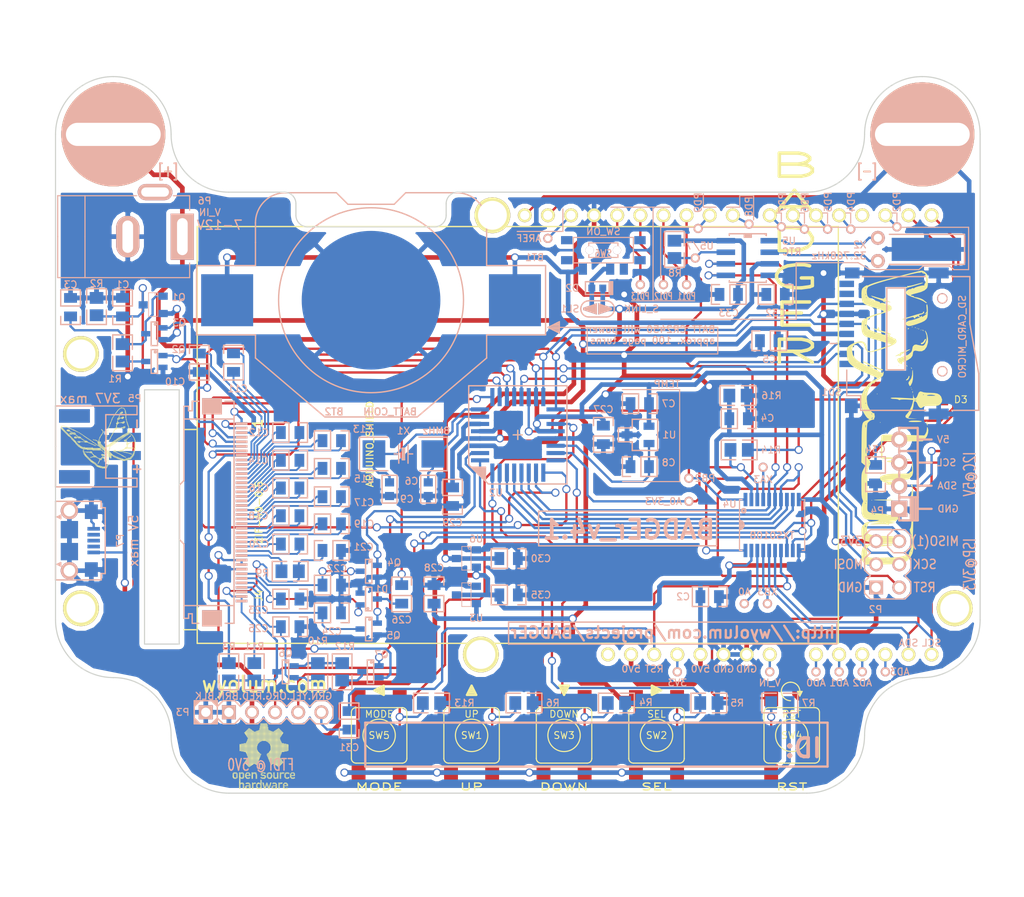
<source format=kicad_pcb>
(kicad_pcb (version 3) (host pcbnew "(2013-mar-13)-testing")
  (layers (15 F.Cu signal) (0 B.Cu signal) (18 B.Paste user) (19 F.Paste user) (20 B.SilkS user) (21 F.SilkS user) (22 B.Mask user) (23 F.Mask user) (28 Edge.Cuts user))
  (net 0 "")
  (net 1 //EPD_CS_3V3)
  (net 2 //RESET_3V3)
  (net 3 /3V)
  (net 4 /3V3)
  (net 5 /A0)
  (net 6 /A0_3V3)
  (net 7 /AD0)
  (net 8 /AD1)
  (net 9 /AD2)
  (net 10 /AD3)
  (net 11 /BATT_3V)
  (net 12 /BATT_RTC)
  (net 13 /BORDER)
  (net 14 /BORDER_CONTROL)
  (net 15 /BUSY_3V3)
  (net 16 /C11M)
  (net 17 /C11P)
  (net 18 /C12M)
  (net 19 /C12P)
  (net 20 /C13M)
  (net 21 /C13P)
  (net 22 /C14M)
  (net 23 /C14P)
  (net 24 /C15M)
  (net 25 /C15P)
  (net 26 /C16M)
  (net 27 /C16P)
  (net 28 /C21M)
  (net 29 /C21P)
  (net 30 /C31M)
  (net 31 /C31P)
  (net 32 /C41M)
  (net 33 /C41P)
  (net 34 /C42M)
  (net 35 /C42P)
  (net 36 /DISCHARGE)
  (net 37 /DOWN)
  (net 38 /DTR)
  (net 39 /MODE)
  (net 40 /PANEL_ON)
  (net 41 /PD11)
  (net 42 /PD12)
  (net 43 /PD13)
  (net 44 /PD2)
  (net 45 /PD4)
  (net 46 /PD5)
  (net 47 /PD6)
  (net 48 /PD7)
  (net 49 /PD8)
  (net 50 /PD9)
  (net 51 /PWM)
  (net 52 /RST)
  (net 53 /RST_3V3)
  (net 54 /RXD)
  (net 55 /RXD_3V3)
  (net 56 /SCL)
  (net 57 /SCL_3V3)
  (net 58 /SDA)
  (net 59 /SDA_3V3)
  (net 60 /SD_CS_3V3)
  (net 61 /SEL)
  (net 62 /SPI_CLK_3V3)
  (net 63 /SPI_MISO_3V3)
  (net 64 /SPI_MOSI_3V3)
  (net 65 /SPI_SS)
  (net 66 /SPI_SS_3V3)
  (net 67 /SQW)
  (net 68 /TEMPERATURE)
  (net 69 /TXD)
  (net 70 /TXD_3V3)
  (net 71 /UP)
  (net 72 /VCC5V)
  (net 73 /VCC_T)
  (net 74 /VCL)
  (net 75 /VCOM)
  (net 76 /VCOM_DRIVER)
  (net 77 /VDH)
  (net 78 /VDL)
  (net 79 /VGH)
  (net 80 /VGL)
  (net 81 /VIN)
  (net 82 /V_IN)
  (net 83 GND)
  (net 84 N-000001)
  (net 85 N-00000103)
  (net 86 N-0000012)
  (net 87 N-0000014)
  (net 88 N-0000016)
  (net 89 N-000002)
  (net 90 N-0000020)
  (net 91 N-0000026)
  (net 92 N-0000032)
  (net 93 N-0000039)
  (net 94 N-0000051)
  (net 95 N-0000082)
  (net 96 N-0000084)
  (net 97 N-0000088)
  (module ZIF-40-0.5-M_seeed (layer F.Cu) (at 29.718 83.439 90)
    (fp_text reference J4 (at -9.144 18.034 90) (layer F.SilkS) (effects (font (size 0.762 0.762) (thickness 0.127))))
    (fp_text value ZIF-40-0.5 (at 0 18.034 90) (layer F.SilkS) (effects (font (size 0.762 0.762) (thickness 0.127))))
    (fp_text user 1 (at 9.779 17.907 90) (layer F.SilkS) (effects (font (size 1.016 1.016) (thickness 0.2032))))
    (pad 42 smd rect (at 11.65 12.875 270) (size 1.8 2.2) (layers B.Cu B.Paste B.SilkS B.Mask))
    (pad 41 smd rect (at -11.65 12.875 270) (size 1.8 2.2) (layers B.Cu B.Paste B.SilkS B.Mask))
    (pad 1 smd rect (at 9.75 16.129 270) (size 0.3 1.3) (layers B.Cu B.Paste B.SilkS B.Mask) (net 1 //EPD_CS_3V3) (clearance 0.1))
    (pad 2 smd rect (at 9.25 16.129 270) (size 0.3 1.3) (layers B.Cu B.Paste B.SilkS B.Mask) (net 15 /BUSY_3V3) (clearance 0.1))
    (pad 3 smd rect (at 8.75 16.129 270) (size 0.3 1.3) (layers B.Cu B.Paste B.SilkS B.Mask) (net 83 GND) (clearance 0.1))
    (pad 4 smd rect (at 8.25 16.129 270) (size 0.3 1.3) (layers B.Cu B.Paste B.SilkS B.Mask) (net 62 /SPI_CLK_3V3) (clearance 0.1))
    (pad 5 smd rect (at 7.75 16.129 270) (size 0.3 1.3) (layers B.Cu B.Paste B.SilkS B.Mask) (net 64 /SPI_MOSI_3V3) (clearance 0.1))
    (pad 6 smd rect (at 7.25 16.129 270) (size 0.3 1.3) (layers B.Cu B.Paste B.SilkS B.Mask) (net 63 /SPI_MISO_3V3) (clearance 0.1))
    (pad 7 smd rect (at 6.75 16.129 270) (size 0.3 1.3) (layers B.Cu B.Paste B.SilkS B.Mask) (net 2 //RESET_3V3) (clearance 0.1))
    (pad 8 smd rect (at 6.25 16.129 270) (size 0.3 1.3) (layers B.Cu B.Paste B.SilkS B.Mask) (net 96 N-0000084) (clearance 0.1))
    (pad 9 smd rect (at 5.75 16.129 270) (size 0.3 1.3) (layers B.Cu B.Paste B.SilkS B.Mask) (net 74 /VCL) (clearance 0.1))
    (pad 10 smd rect (at 5.25 16.129 270) (size 0.3 1.3) (layers B.Cu B.Paste B.SilkS B.Mask) (net 35 /C42P) (clearance 0.1))
    (pad 11 smd rect (at 4.75 16.129 270) (size 0.3 1.3) (layers B.Cu B.Paste B.SilkS B.Mask) (net 34 /C42M) (clearance 0.1))
    (pad 12 smd rect (at 4.25 16.129 270) (size 0.3 1.3) (layers B.Cu B.Paste B.SilkS B.Mask) (net 33 /C41P) (clearance 0.1))
    (pad 13 smd rect (at 3.75 16.129 270) (size 0.3 1.3) (layers B.Cu B.Paste B.SilkS B.Mask) (net 32 /C41M) (clearance 0.1))
    (pad 14 smd rect (at 3.25 16.129 270) (size 0.3 1.3) (layers B.Cu B.Paste B.SilkS B.Mask) (net 30 /C31M) (clearance 0.1))
    (pad 15 smd rect (at 2.75 16.129 270) (size 0.3 1.3) (layers B.Cu B.Paste B.SilkS B.Mask) (net 31 /C31P) (clearance 0.1))
    (pad 16 smd rect (at 2.25 16.129 270) (size 0.3 1.3) (layers B.Cu B.Paste B.SilkS B.Mask) (net 28 /C21M) (clearance 0.1))
    (pad 17 smd rect (at 1.75 16.129 270) (size 0.3 1.3) (layers B.Cu B.Paste B.SilkS B.Mask) (net 29 /C21P) (clearance 0.1))
    (pad 18 smd rect (at 1.25 16.129 270) (size 0.3 1.3) (layers B.Cu B.Paste B.SilkS B.Mask) (net 26 /C16M) (clearance 0.1))
    (pad 19 smd rect (at 0.75 16.129 270) (size 0.3 1.3) (layers B.Cu B.Paste B.SilkS B.Mask) (net 27 /C16P) (clearance 0.1))
    (pad 20 smd rect (at 0.25 16.129 270) (size 0.3 1.3) (layers B.Cu B.Paste B.SilkS B.Mask) (net 24 /C15M) (clearance 0.1))
    (pad 21 smd rect (at -0.25 16.129 270) (size 0.3 1.3) (layers B.Cu B.Paste B.SilkS B.Mask) (net 25 /C15P) (clearance 0.1))
    (pad 22 smd rect (at -0.75 16.129 270) (size 0.3 1.3) (layers B.Cu B.Paste B.SilkS B.Mask) (net 22 /C14M) (clearance 0.1))
    (pad 23 smd rect (at -1.25 16.129 270) (size 0.3 1.3) (layers B.Cu B.Paste B.SilkS B.Mask) (net 23 /C14P) (clearance 0.1))
    (pad 24 smd rect (at -1.75 16.129 270) (size 0.3 1.3) (layers B.Cu B.Paste B.SilkS B.Mask) (net 20 /C13M) (clearance 0.1))
    (pad 25 smd rect (at -2.25 16.129 270) (size 0.3 1.3) (layers B.Cu B.Paste B.SilkS B.Mask) (net 21 /C13P) (clearance 0.1))
    (pad 26 smd rect (at -2.75 16.129 270) (size 0.3 1.3) (layers B.Cu B.Paste B.SilkS B.Mask) (net 18 /C12M) (clearance 0.1))
    (pad 27 smd rect (at -3.25 16.129 270) (size 0.3 1.3) (layers B.Cu B.Paste B.SilkS B.Mask) (net 19 /C12P) (clearance 0.1))
    (pad 28 smd rect (at -3.75 16.129 270) (size 0.3 1.3) (layers B.Cu B.Paste B.SilkS B.Mask) (net 16 /C11M) (clearance 0.1))
    (pad 29 smd rect (at -4.25 16.129 270) (size 0.3 1.3) (layers B.Cu B.Paste B.SilkS B.Mask) (net 17 /C11P) (clearance 0.1))
    (pad 30 smd rect (at -4.75 16.129 270) (size 0.3 1.3) (layers B.Cu B.Paste B.SilkS B.Mask) (net 76 /VCOM_DRIVER) (clearance 0.1))
    (pad 31 smd rect (at -5.25 16.129 270) (size 0.3 1.3) (layers B.Cu B.Paste B.SilkS B.Mask) (net 73 /VCC_T) (clearance 0.1))
    (pad 32 smd rect (at -5.75 16.129 270) (size 0.3 1.3) (layers B.Cu B.Paste B.SilkS B.Mask) (net 73 /VCC_T) (clearance 0.1))
    (pad 33 smd rect (at -6.25 16.129 270) (size 0.3 1.3) (layers B.Cu B.Paste B.SilkS B.Mask) (net 83 GND) (clearance 0.1))
    (pad 34 smd rect (at -6.75 16.129 270) (size 0.3 1.3) (layers B.Cu B.Paste B.SilkS B.Mask) (net 79 /VGH) (clearance 0.1))
    (pad 35 smd rect (at -7.25 16.129 270) (size 0.3 1.3) (layers B.Cu B.Paste B.SilkS B.Mask) (net 80 /VGL) (clearance 0.1))
    (pad 36 smd rect (at -7.75 16.129 270) (size 0.3 1.3) (layers B.Cu B.Paste B.SilkS B.Mask) (net 77 /VDH) (clearance 0.1))
    (pad 37 smd rect (at -8.25 16.129 270) (size 0.3 1.3) (layers B.Cu B.Paste B.SilkS B.Mask) (net 78 /VDL) (clearance 0.1))
    (pad 38 smd rect (at -8.75 16.129 270) (size 0.3 1.3) (layers B.Cu B.Paste B.SilkS B.Mask) (net 13 /BORDER) (clearance 0.1))
    (pad 39 smd rect (at -9.25 16.129 270) (size 0.3 1.3) (layers B.Cu B.Paste B.SilkS B.Mask) (net 75 /VCOM) (clearance 0.1))
    (pad 40 smd rect (at -9.75 16.129 270) (size 0.3 1.3) (layers B.Cu B.Paste B.SilkS B.Mask) (net 75 /VCOM) (clearance 0.1))
  )
  (module SOT323 (layer B.Cu) (at 59.817 96.266 90)
    (fp_text reference Q5 (at -0.6985 2.7305 180) (layer B.SilkS) (effects (font (size 0.762 0.762) (thickness 0.127)) (justify mirror)))
    (fp_text value 2N7002KW hide)
    (pad 2 smd rect (at -0.65024 0.94996 90) (size 0.59944 1.00076) (layers B.Cu B.Paste B.Mask) (net 83 GND))
    (pad 1 smd rect (at 0.65024 0.94996 90) (size 0.59944 1.00076) (layers B.Cu B.Paste B.Mask) (net 36 /DISCHARGE))
    (pad 3 smd rect (at 0 -0.94996 90) (size 0.59944 1.00076) (layers B.Cu B.Paste B.Mask) (net 77 /VDH))
  )
  (module SOT323 (layer B.Cu) (at 36.2585 66.8655 90)
    (fp_text reference Q2 (at 1.3335 2.667 180) (layer B.SilkS) (effects (font (size 0.762 0.762) (thickness 0.127)) (justify mirror)))
    (fp_text value 2N7002KW hide)
    (pad 2 smd rect (at -0.65024 0.94996 90) (size 0.59944 1.00076) (layers B.Cu B.Paste B.Mask) (net 83 GND))
    (pad 1 smd rect (at 0.65024 0.94996 90) (size 0.59944 1.00076) (layers B.Cu B.Paste B.Mask) (net 40 /PANEL_ON))
    (pad 3 smd rect (at 0 -0.94996 90) (size 0.59944 1.00076) (layers B.Cu B.Paste B.Mask) (net 86 N-0000012))
  )
  (module SOT323 (layer B.Cu) (at 59.817 89.916 90)
    (fp_text reference Q4 (at 0.9525 2.794 180) (layer B.SilkS) (effects (font (size 0.762 0.762) (thickness 0.127)) (justify mirror)))
    (fp_text value 2N7002KW hide)
    (pad 2 smd rect (at -0.65024 0.94996 90) (size 0.59944 1.00076) (layers B.Cu B.Paste B.Mask) (net 83 GND))
    (pad 1 smd rect (at 0.65024 0.94996 90) (size 0.59944 1.00076) (layers B.Cu B.Paste B.Mask) (net 36 /DISCHARGE))
    (pad 3 smd rect (at 0 -0.94996 90) (size 0.59944 1.00076) (layers B.Cu B.Paste B.Mask) (net 79 /VGH))
  )
  (module SOT323 (layer B.Cu) (at 50.673 100.965 90)
    (fp_text reference Q6 (at 2.032 0 180) (layer B.SilkS) (effects (font (size 0.762 0.762) (thickness 0.127)) (justify mirror)))
    (fp_text value 2N7002KW hide)
    (pad 2 smd rect (at -0.65024 0.94996 90) (size 0.59944 1.00076) (layers B.Cu B.Paste B.Mask) (net 78 /VDL))
    (pad 1 smd rect (at 0.65024 0.94996 90) (size 0.59944 1.00076) (layers B.Cu B.Paste B.Mask) (net 85 N-00000103))
    (pad 3 smd rect (at 0 -0.94996 90) (size 0.59944 1.00076) (layers B.Cu B.Paste B.Mask) (net 13 /BORDER))
  )
  (module SOT323 (layer B.Cu) (at 59.817 92.964 270)
    (fp_text reference D1 (at -1.0795 -1.397 360) (layer B.SilkS) (effects (font (size 0.762 0.762) (thickness 0.127)) (justify mirror)))
    (fp_text value BAT54SW hide)
    (pad 2 smd rect (at -0.65024 0.94996 270) (size 0.59944 1.00076) (layers B.Cu B.Paste B.Mask) (net 83 GND))
    (pad 1 smd rect (at 0.65024 0.94996 270) (size 0.59944 1.00076) (layers B.Cu B.Paste B.Mask) (net 80 /VGL))
    (pad 3 smd rect (at 0 -0.94996 270) (size 0.59944 1.00076) (layers B.Cu B.Paste B.Mask) (net 95 N-0000082))
  )
  (module SOT323 (layer B.Cu) (at 60.0075 100.965 90)
    (fp_text reference Q7 (at 1.905 1.2065 180) (layer B.SilkS) (effects (font (size 0.762 0.762) (thickness 0.127)) (justify mirror)))
    (fp_text value BSS84W hide)
    (pad 2 smd rect (at -0.65024 0.94996 90) (size 0.59944 1.00076) (layers B.Cu B.Paste B.Mask) (net 73 /VCC_T))
    (pad 1 smd rect (at 0.65024 0.94996 90) (size 0.59944 1.00076) (layers B.Cu B.Paste B.Mask) (net 14 /BORDER_CONTROL))
    (pad 3 smd rect (at 0 -0.94996 90) (size 0.59944 1.00076) (layers B.Cu B.Paste B.Mask) (net 97 N-0000088))
  )
  (module SOT323 (layer B.Cu) (at 36.2585 63.8175 90)
    (fp_text reference Q3 (at 1.2065 2.7305 180) (layer B.SilkS) (effects (font (size 0.762 0.762) (thickness 0.127)) (justify mirror)))
    (fp_text value BSS84W hide)
    (pad 2 smd rect (at -0.65024 0.94996 90) (size 0.59944 1.00076) (layers B.Cu B.Paste B.Mask) (net 4 /3V3))
    (pad 1 smd rect (at 0.65024 0.94996 90) (size 0.59944 1.00076) (layers B.Cu B.Paste B.Mask) (net 40 /PANEL_ON))
    (pad 3 smd rect (at 0 -0.94996 90) (size 0.59944 1.00076) (layers B.Cu B.Paste B.Mask) (net 88 N-0000016))
  )
  (module SOT23 (layer B.Cu) (at 36.1315 60.6425 270)
    (fp_text reference Q1 (at -0.8255 -2.794 360) (layer B.SilkS) (effects (font (size 0.762 0.762) (thickness 0.127)) (justify mirror)))
    (fp_text value DMG2301U-7 hide)
    (pad 3 smd rect (at 0 1.09982 270) (size 0.8001 1.00076) (layers B.Cu B.Paste B.Mask) (net 73 /VCC_T))
    (pad 2 smd rect (at 0.9525 -1.09982 270) (size 0.8001 1.00076) (layers B.Cu B.Paste B.Mask) (net 4 /3V3))
    (pad 1 smd rect (at -0.9525 -1.09982 270) (size 0.8001 1.00076) (layers B.Cu B.Paste B.Mask) (net 88 N-0000016))
  )
  (module c_0805 (layer B.Cu) (at 103.8225 64.5795)
    (fp_text reference C5 (at 0 2.032) (layer B.SilkS) (effects (font (size 0.762 0.762) (thickness 0.127)) (justify mirror)))
    (fp_text value 0.1u,16V hide)
    (pad 1 smd rect (at 1.016 0) (size 1.0668 1.4224) (layers B.Cu B.Paste B.Mask) (net 4 /3V3))
    (pad 2 smd rect (at -1.016 0) (size 1.0668 1.4224) (layers B.Cu B.Paste B.Mask) (net 83 GND))
  )
  (module c_0805 (layer B.Cu) (at 75.184 88.519 180)
    (fp_text reference C30 (at -3.556 0 180) (layer B.SilkS) (effects (font (size 0.762 0.762) (thickness 0.127)) (justify mirror)))
    (fp_text value 2.2u,16V hide)
    (pad 1 smd rect (at 1.016 0 180) (size 1.0668 1.4224) (layers B.Cu B.Paste B.Mask) (net 82 /V_IN))
    (pad 2 smd rect (at -1.016 0 180) (size 1.0668 1.4224) (layers B.Cu B.Paste B.Mask) (net 83 GND))
  )
  (module c_0805 (layer B.Cu) (at 51.181 86.9315 180)
    (fp_text reference C20 (at 3.429 0 360) (layer B.SilkS) (effects (font (size 0.762 0.762) (thickness 0.127)) (justify mirror)))
    (fp_text value 2.2u,16V hide)
    (pad 1 smd rect (at 1.016 0 180) (size 1.0668 1.4224) (layers B.Cu B.Paste B.Mask) (net 16 /C11M))
    (pad 2 smd rect (at -1.016 0 180) (size 1.0668 1.4224) (layers B.Cu B.Paste B.Mask) (net 17 /C11P))
  )
  (module c_0805 (layer B.Cu) (at 55.753 78.613 180)
    (fp_text reference C15 (at -3.556 -1.143 360) (layer B.SilkS) (effects (font (size 0.762 0.762) (thickness 0.127)) (justify mirror)))
    (fp_text value 2.2u,25V hide)
    (pad 1 smd rect (at 1.016 0 180) (size 1.0668 1.4224) (layers B.Cu B.Paste B.Mask) (net 26 /C16M))
    (pad 2 smd rect (at -1.016 0 180) (size 1.0668 1.4224) (layers B.Cu B.Paste B.Mask) (net 27 /C16P))
  )
  (module c_0805 (layer B.Cu) (at 51.181 83.82 180)
    (fp_text reference C18 (at 3.4925 0 360) (layer B.SilkS) (effects (font (size 0.762 0.762) (thickness 0.127)) (justify mirror)))
    (fp_text value 2.2u,16V hide)
    (pad 1 smd rect (at 1.016 0 180) (size 1.0668 1.4224) (layers B.Cu B.Paste B.Mask) (net 20 /C13M))
    (pad 2 smd rect (at -1.016 0 180) (size 1.0668 1.4224) (layers B.Cu B.Paste B.Mask) (net 21 /C13P))
  )
  (module c_0805 (layer B.Cu) (at 55.753 81.7245 180)
    (fp_text reference C17 (at -3.556 -0.635 360) (layer B.SilkS) (effects (font (size 0.762 0.762) (thickness 0.127)) (justify mirror)))
    (fp_text value 2.2u,16V hide)
    (pad 1 smd rect (at 1.016 0 180) (size 1.0668 1.4224) (layers B.Cu B.Paste B.Mask) (net 22 /C14M))
    (pad 2 smd rect (at -1.016 0 180) (size 1.0668 1.4224) (layers B.Cu B.Paste B.Mask) (net 23 /C14P))
  )
  (module c_0805 (layer B.Cu) (at 41.1988 67.0052 270)
    (fp_text reference C10 (at 2.0828 2.6543 360) (layer B.SilkS) (effects (font (size 0.762 0.762) (thickness 0.127)) (justify mirror)))
    (fp_text value 2.2u,10V hide)
    (pad 1 smd rect (at 1.016 0 270) (size 1.0668 1.4224) (layers B.Cu B.Paste B.Mask) (net 83 GND))
    (pad 2 smd rect (at -1.016 0 270) (size 1.0668 1.4224) (layers B.Cu B.Paste B.Mask) (net 74 /VCL))
  )
  (module c_0805 (layer B.Cu) (at 55.753 75.565 180)
    (fp_text reference C13 (at -3.429 1.27 360) (layer B.SilkS) (effects (font (size 0.762 0.762) (thickness 0.127)) (justify mirror)))
    (fp_text value 2.2u,25V hide)
    (pad 1 smd rect (at 1.016 0 180) (size 1.0668 1.4224) (layers B.Cu B.Paste B.Mask) (net 30 /C31M))
    (pad 2 smd rect (at -1.016 0 180) (size 1.0668 1.4224) (layers B.Cu B.Paste B.Mask) (net 31 /C31P))
  )
  (module c_0805 (layer B.Cu) (at 51.181 77.724 180)
    (fp_text reference C14 (at 3.4925 0 360) (layer B.SilkS) (effects (font (size 0.762 0.762) (thickness 0.127)) (justify mirror)))
    (fp_text value 2.2u,16V hide)
    (pad 1 smd rect (at 1.016 0 180) (size 1.0668 1.4224) (layers B.Cu B.Paste B.Mask) (net 28 /C21M))
    (pad 2 smd rect (at -1.016 0 180) (size 1.0668 1.4224) (layers B.Cu B.Paste B.Mask) (net 29 /C21P))
  )
  (module c_0805 (layer B.Cu) (at 44.958 66.9925 270)
    (fp_text reference C11 (at 2.8575 -0.4445 360) (layer B.SilkS) (effects (font (size 0.762 0.762) (thickness 0.127)) (justify mirror)))
    (fp_text value 2.2u,16V hide)
    (pad 1 smd rect (at 1.016 0 270) (size 1.0668 1.4224) (layers B.Cu B.Paste B.Mask) (net 35 /C42P))
    (pad 2 smd rect (at -1.016 0 270) (size 1.0668 1.4224) (layers B.Cu B.Paste B.Mask) (net 34 /C42M))
  )
  (module c_0805 (layer B.Cu) (at 55.753 84.709 180)
    (fp_text reference C19 (at -3.556 0 360) (layer B.SilkS) (effects (font (size 0.762 0.762) (thickness 0.127)) (justify mirror)))
    (fp_text value 2.2u,16V hide)
    (pad 1 smd rect (at 1.016 0 180) (size 1.0668 1.4224) (layers B.Cu B.Paste B.Mask) (net 18 /C12M))
    (pad 2 smd rect (at -1.016 0 180) (size 1.0668 1.4224) (layers B.Cu B.Paste B.Mask) (net 19 /C12P))
  )
  (module c_0805 (layer B.Cu) (at 55.753 94.488 180)
    (fp_text reference C24 (at 0 -2.032 180) (layer B.SilkS) (effects (font (size 0.762 0.762) (thickness 0.127)) (justify mirror)))
    (fp_text value 2.2u,16V hide)
    (pad 1 smd rect (at 1.016 0 180) (size 1.0668 1.4224) (layers B.Cu B.Paste B.Mask) (net 77 /VDH))
    (pad 2 smd rect (at -1.016 0 180) (size 1.0668 1.4224) (layers B.Cu B.Paste B.Mask) (net 83 GND))
  )
  (module c_0805 (layer B.Cu) (at 51.181 80.772 180)
    (fp_text reference C16 (at 3.429 0 360) (layer B.SilkS) (effects (font (size 0.762 0.762) (thickness 0.127)) (justify mirror)))
    (fp_text value 2.2u,25V hide)
    (pad 1 smd rect (at 1.016 0 180) (size 1.0668 1.4224) (layers B.Cu B.Paste B.Mask) (net 24 /C15M))
    (pad 2 smd rect (at -1.016 0 180) (size 1.0668 1.4224) (layers B.Cu B.Paste B.Mask) (net 25 /C15P))
  )
  (module c_0805 (layer B.Cu) (at 55.753 91.44 180)
    (fp_text reference C22 (at -0.5588 1.8288 180) (layer B.SilkS) (effects (font (size 0.762 0.762) (thickness 0.127)) (justify mirror)))
    (fp_text value 2.2u,25V hide)
    (pad 1 smd rect (at 1.016 0 180) (size 1.0668 1.4224) (layers B.Cu B.Paste B.Mask) (net 79 /VGH))
    (pad 2 smd rect (at -1.016 0 180) (size 1.0668 1.4224) (layers B.Cu B.Paste B.Mask) (net 83 GND))
  )
  (module c_0805 (layer B.Cu) (at 89.5985 71.501 180)
    (fp_text reference C7 (at -3.175 0 180) (layer B.SilkS) (effects (font (size 0.762 0.762) (thickness 0.127)) (justify mirror)))
    (fp_text value 1u,16V hide)
    (pad 1 smd rect (at 1.016 0 180) (size 1.0668 1.4224) (layers B.Cu B.Paste B.Mask) (net 83 GND))
    (pad 2 smd rect (at -1.016 0 180) (size 1.0668 1.4224) (layers B.Cu B.Paste B.Mask) (net 4 /3V3))
  )
  (module c_0805 (layer B.Cu) (at 55.753 87.63)
    (fp_text reference C21 (at 3.4925 -0.381 180) (layer B.SilkS) (effects (font (size 0.762 0.762) (thickness 0.127)) (justify mirror)))
    (fp_text value 1u,10V hide)
    (pad 1 smd rect (at 1.016 0) (size 1.0668 1.4224) (layers B.Cu B.Paste B.Mask) (net 83 GND))
    (pad 2 smd rect (at -1.016 0) (size 1.0668 1.4224) (layers B.Cu B.Paste B.Mask) (net 75 /VCOM))
  )
  (module c_0805 (layer B.Cu) (at 51.181 92.964 180)
    (fp_text reference C23 (at 3.4925 -1.2065 180) (layer B.SilkS) (effects (font (size 0.762 0.762) (thickness 0.127)) (justify mirror)))
    (fp_text value 2.2u,25V hide)
    (pad 1 smd rect (at 1.016 0 180) (size 1.0668 1.4224) (layers B.Cu B.Paste B.Mask) (net 80 /VGL))
    (pad 2 smd rect (at -1.016 0 180) (size 1.0668 1.4224) (layers B.Cu B.Paste B.Mask) (net 83 GND))
  )
  (module c_0805 (layer B.Cu) (at 51.181 96.012 180)
    (fp_text reference C25 (at 3.4925 -0.1905 360) (layer B.SilkS) (effects (font (size 0.762 0.762) (thickness 0.127)) (justify mirror)))
    (fp_text value 2.2u,16V hide)
    (pad 1 smd rect (at 1.016 0 180) (size 1.0668 1.4224) (layers B.Cu B.Paste B.Mask) (net 78 /VDL))
    (pad 2 smd rect (at -1.016 0 180) (size 1.0668 1.4224) (layers B.Cu B.Paste B.Mask) (net 83 GND))
  )
  (module c_0805 (layer B.Cu) (at 51.181 74.676 180)
    (fp_text reference C12 (at 3.429 0 360) (layer B.SilkS) (effects (font (size 0.762 0.762) (thickness 0.127)) (justify mirror)))
    (fp_text value 2.2u,16V hide)
    (pad 1 smd rect (at 1.016 0 180) (size 1.0668 1.4224) (layers B.Cu B.Paste B.Mask) (net 33 /C41P))
    (pad 2 smd rect (at -1.016 0 180) (size 1.0668 1.4224) (layers B.Cu B.Paste B.Mask) (net 32 /C41M))
  )
  (module c_0805 (layer B.Cu) (at 66.9925 92.456 270)
    (fp_text reference C28 (at -2.921 0 360) (layer B.SilkS) (effects (font (size 0.762 0.762) (thickness 0.127)) (justify mirror)))
    (fp_text value 2.2u,16V hide)
    (pad 1 smd rect (at 1.016 0 270) (size 1.0668 1.4224) (layers B.Cu B.Paste B.Mask) (net 4 /3V3))
    (pad 2 smd rect (at -1.016 0 270) (size 1.0668 1.4224) (layers B.Cu B.Paste B.Mask) (net 83 GND))
  )
  (module r_0805 (layer B.Cu) (at 32.766 65.913 270)
    (fp_text reference R1 (at 2.8575 0.8255 360) (layer B.SilkS) (effects (font (size 0.762 0.762) (thickness 0.127)) (justify mirror)))
    (fp_text value 33k hide)
    (pad 1 smd rect (at 0.9525 0 270) (size 1.30048 1.4986) (layers B.Cu B.Paste B.Mask) (net 86 N-0000012))
    (pad 2 smd rect (at -0.9525 0 270) (size 1.30048 1.4986) (layers B.Cu B.Paste B.Mask) (net 88 N-0000016))
  )
  (module r_0805 (layer B.Cu) (at 56.896 100.965 90)
    (fp_text reference R12 (at 2.794 0.3175 180) (layer B.SilkS) (effects (font (size 0.762 0.762) (thickness 0.127)) (justify mirror)))
    (fp_text value 100k hide)
    (pad 1 smd rect (at 0.9525 0 90) (size 1.30048 1.4986) (layers B.Cu B.Paste B.Mask) (net 85 N-00000103))
    (pad 2 smd rect (at -0.9525 0 90) (size 1.30048 1.4986) (layers B.Cu B.Paste B.Mask) (net 97 N-0000088))
  )
  (module r_0805 (layer B.Cu) (at 47.244 100.965 270)
    (fp_text reference R11 (at -2.794 0 360) (layer B.SilkS) (effects (font (size 0.762 0.762) (thickness 0.127)) (justify mirror)))
    (fp_text value 100k hide)
    (pad 1 smd rect (at 0.9525 0 270) (size 1.30048 1.4986) (layers B.Cu B.Paste B.Mask) (net 13 /BORDER))
    (pad 2 smd rect (at -0.9525 0 270) (size 1.30048 1.4986) (layers B.Cu B.Paste B.Mask) (net 75 /VCOM))
  )
  (module r_0805 (layer B.Cu) (at 51.181 89.916 180)
    (fp_text reference R9 (at 3.048 -0.1905 360) (layer B.SilkS) (effects (font (size 0.762 0.762) (thickness 0.127)) (justify mirror)))
    (fp_text value 2k hide)
    (pad 1 smd rect (at 0.9525 0 180) (size 1.30048 1.4986) (layers B.Cu B.Paste B.Mask) (net 76 /VCOM_DRIVER))
    (pad 2 smd rect (at -0.9525 0 180) (size 1.30048 1.4986) (layers B.Cu B.Paste B.Mask) (net 75 /VCOM))
  )
  (module r_0805 (layer B.Cu) (at 44.45 100.965 90)
    (fp_text reference R3 (at 2.794 0 180) (layer B.SilkS) (effects (font (size 0.762 0.762) (thickness 0.127)) (justify mirror)))
    (fp_text value "0R(NC)" hide)
    (pad 1 smd rect (at 0.9525 0 90) (size 1.30048 1.4986) (layers B.Cu B.Paste B.Mask) (net 96 N-0000084))
    (pad 2 smd rect (at -0.9525 0 90) (size 1.30048 1.4986) (layers B.Cu B.Paste B.Mask) (net 13 /BORDER))
  )
  (module r_0805 (layer B.Cu) (at 54.229 100.965 90)
    (fp_text reference R10 (at 3.4036 0 180) (layer B.SilkS) (effects (font (size 0.762 0.762) (thickness 0.127)) (justify mirror)))
    (fp_text value 100k hide)
    (pad 1 smd rect (at 0.9525 0 90) (size 1.30048 1.4986) (layers B.Cu B.Paste B.Mask) (net 85 N-00000103))
    (pad 2 smd rect (at -0.9525 0 90) (size 1.30048 1.4986) (layers B.Cu B.Paste B.Mask) (net 78 /VDL))
  )
  (module r_0805 (layer B.Cu) (at 100.3935 70.612)
    (fp_text reference R16 (at 3.683 0) (layer B.SilkS) (effects (font (size 0.762 0.762) (thickness 0.127)) (justify mirror)))
    (fp_text value 10k hide)
    (pad 1 smd rect (at 0.9525 0) (size 1.30048 1.4986) (layers B.Cu B.Paste B.Mask) (net 83 GND))
    (pad 2 smd rect (at -0.9525 0) (size 1.30048 1.4986) (layers B.Cu B.Paste B.Mask) (net 4 /3V3))
  )
  (module r_0805 (layer B.Cu) (at 29.9085 60.833 270)
    (fp_text reference R2 (at -2.54 0 360) (layer B.SilkS) (effects (font (size 0.762 0.762) (thickness 0.127)) (justify mirror)))
    (fp_text value 33k hide)
    (pad 1 smd rect (at 0.9525 0 270) (size 1.30048 1.4986) (layers B.Cu B.Paste B.Mask) (net 73 /VCC_T))
    (pad 2 smd rect (at -0.9525 0 270) (size 1.30048 1.4986) (layers B.Cu B.Paste B.Mask) (net 83 GND))
  )
  (module c_0805 (layer B.Cu) (at 63.4365 92.456 270)
    (fp_text reference C26 (at 2.794 0 540) (layer B.SilkS) (effects (font (size 0.762 0.762) (thickness 0.127)) (justify mirror)))
    (fp_text value 0.1u,16V hide)
    (pad 1 smd rect (at 1.016 0 270) (size 1.0668 1.4224) (layers B.Cu B.Paste B.Mask) (net 95 N-0000082))
    (pad 2 smd rect (at -1.016 0 270) (size 1.0668 1.4224) (layers B.Cu B.Paste B.Mask) (net 51 /PWM))
  )
  (module c_0805 (layer B.Cu) (at 100.457 73.152 180)
    (fp_text reference C4 (at -3.175 0.0635 180) (layer B.SilkS) (effects (font (size 0.762 0.762) (thickness 0.127)) (justify mirror)))
    (fp_text value 0.1u,16V hide)
    (pad 1 smd rect (at 1.016 0 180) (size 1.0668 1.4224) (layers B.Cu B.Paste B.Mask) (net 4 /3V3))
    (pad 2 smd rect (at -1.016 0 180) (size 1.0668 1.4224) (layers B.Cu B.Paste B.Mask) (net 83 GND))
  )
  (module c_0805 (layer B.Cu) (at 97.282 92.71 180)
    (fp_text reference C2 (at 2.921 0 360) (layer B.SilkS) (effects (font (size 0.762 0.762) (thickness 0.127)) (justify mirror)))
    (fp_text value 0.1u,16V hide)
    (pad 1 smd rect (at 1.016 0 180) (size 1.0668 1.4224) (layers B.Cu B.Paste B.Mask) (net 72 /VCC5V))
    (pad 2 smd rect (at -1.016 0 180) (size 1.0668 1.4224) (layers B.Cu B.Paste B.Mask) (net 83 GND))
  )
  (module c_0805 (layer B.Cu) (at 32.766 60.8965 90)
    (fp_text reference C1 (at 2.4765 0 180) (layer B.SilkS) (effects (font (size 0.762 0.762) (thickness 0.127)) (justify mirror)))
    (fp_text value 2.2u,16V hide)
    (pad 1 smd rect (at 1.016 0 90) (size 1.0668 1.4224) (layers B.Cu B.Paste B.Mask) (net 83 GND))
    (pad 2 smd rect (at -1.016 0 90) (size 1.0668 1.4224) (layers B.Cu B.Paste B.Mask) (net 73 /VCC_T))
  )
  (module c_0805 (layer B.Cu) (at 89.5985 78.4225)
    (fp_text reference C8 (at 3.175 -0.4445) (layer B.SilkS) (effects (font (size 0.762 0.762) (thickness 0.127)) (justify mirror)))
    (fp_text value 0.1u,16V hide)
    (pad 1 smd rect (at 1.016 0) (size 1.0668 1.4224) (layers B.Cu B.Paste B.Mask) (net 68 /TEMPERATURE))
    (pad 2 smd rect (at -1.016 0) (size 1.0668 1.4224) (layers B.Cu B.Paste B.Mask) (net 83 GND))
  )
  (module c_0805 (layer B.Cu) (at 69.0245 81.7245 90)
    (fp_text reference C29 (at -2.8575 0 180) (layer B.SilkS) (effects (font (size 0.762 0.762) (thickness 0.127)) (justify mirror)))
    (fp_text value 0.1u,16V hide)
    (pad 1 smd rect (at 1.016 0 90) (size 1.0668 1.4224) (layers B.Cu B.Paste B.Mask) (net 4 /3V3))
    (pad 2 smd rect (at -1.016 0 90) (size 1.0668 1.4224) (layers B.Cu B.Paste B.Mask) (net 83 GND))
  )
  (module c_0805 (layer B.Cu) (at 27.051 60.8965 90)
    (fp_text reference C3 (at 2.4765 0 180) (layer B.SilkS) (effects (font (size 0.762 0.762) (thickness 0.127)) (justify mirror)))
    (fp_text value 0.1u,16V hide)
    (pad 1 smd rect (at 1.016 0 90) (size 1.0668 1.4224) (layers B.Cu B.Paste B.Mask) (net 83 GND))
    (pad 2 smd rect (at -1.016 0 90) (size 1.0668 1.4224) (layers B.Cu B.Paste B.Mask) (net 88 N-0000016))
  )
  (module c_0805 (layer B.Cu) (at 85.598 74.93 270)
    (fp_text reference C27 (at -2.794 0 360) (layer B.SilkS) (effects (font (size 0.762 0.762) (thickness 0.127)) (justify mirror)))
    (fp_text value 0.1u,16V hide)
    (pad 1 smd rect (at 1.016 0 270) (size 1.0668 1.4224) (layers B.Cu B.Paste B.Mask) (net 83 GND))
    (pad 2 smd rect (at -1.016 0 270) (size 1.0668 1.4224) (layers B.Cu B.Paste B.Mask) (net 4 /3V3))
  )
  (module SOT23-3-Temp (layer B.Cu) (at 89.408 74.93 270)
    (fp_text reference U1 (at 0 -3.429 360) (layer B.SilkS) (effects (font (size 0.762 0.762) (thickness 0.127)) (justify mirror)))
    (fp_text value MCP9700AT-E/TT hide)
    (pad 1 smd rect (at -0.9525 -1.2065 270) (size 0.8001 1.19888) (layers B.Cu B.Paste B.Mask) (net 4 /3V3))
    (pad 3 smd rect (at 0 1.2065 270) (size 0.8001 1.19888) (layers B.Cu B.Paste B.Mask) (net 83 GND))
    (pad 2 smd rect (at 0.9525 -1.2065 270) (size 0.8001 1.19888) (layers B.Cu B.Paste B.Mask) (net 68 /TEMPERATURE))
  )
  (module r_0805 (layer B.Cu) (at 87.0331 104.394)
    (fp_text reference R4 (at 3.2385 -0.0635) (layer B.SilkS) (effects (font (size 0.762 0.762) (thickness 0.127)) (justify mirror)))
    (fp_text value 10k hide)
    (pad 1 smd rect (at 0.9525 0) (size 1.30048 1.4986) (layers B.Cu B.Paste B.Mask) (net 83 GND))
    (pad 2 smd rect (at -0.9525 0) (size 1.30048 1.4986) (layers B.Cu B.Paste B.Mask) (net 37 /DOWN))
  )
  (module r_0805 (layer B.Cu) (at 97.1931 104.394)
    (fp_text reference R5 (at 3.1115 0) (layer B.SilkS) (effects (font (size 0.762 0.762) (thickness 0.127)) (justify mirror)))
    (fp_text value 10k hide)
    (pad 1 smd rect (at 0.9525 0) (size 1.30048 1.4986) (layers B.Cu B.Paste B.Mask) (net 83 GND))
    (pad 2 smd rect (at -0.9525 0) (size 1.30048 1.4986) (layers B.Cu B.Paste B.Mask) (net 61 /SEL))
  )
  (module r_0805 (layer B.Cu) (at 76.8731 104.394)
    (fp_text reference R6 (at 3.175 0) (layer B.SilkS) (effects (font (size 0.762 0.762) (thickness 0.127)) (justify mirror)))
    (fp_text value 10k hide)
    (pad 1 smd rect (at 0.9525 0) (size 1.30048 1.4986) (layers B.Cu B.Paste B.Mask) (net 83 GND))
    (pad 2 smd rect (at -0.9525 0) (size 1.30048 1.4986) (layers B.Cu B.Paste B.Mask) (net 71 /UP))
  )
  (module r_0805 (layer B.Cu) (at 104.9909 104.394 180)
    (fp_text reference R7 (at -3.175 0 180) (layer B.SilkS) (effects (font (size 0.762 0.762) (thickness 0.127)) (justify mirror)))
    (fp_text value 10k hide)
    (pad 1 smd rect (at 0.9525 0 180) (size 1.30048 1.4986) (layers B.Cu B.Paste B.Mask) (net 53 /RST_3V3))
    (pad 2 smd rect (at -0.9525 0 180) (size 1.30048 1.4986) (layers B.Cu B.Paste B.Mask) (net 4 /3V3))
  )
  (module I/O (layer B.Cu) (at 103.1494 78.486)
    (fp_text reference XA3 (at 0 1.3462) (layer B.SilkS) (effects (font (size 0.762 0.762) (thickness 0.127)) (justify mirror)))
    (fp_text value I/O hide)
    (pad 1 thru_hole circle (at 0 0) (size 1.016 1.016) (drill 0.635) (layers *.Cu *.Mask B.SilkS) (net 90 N-0000020))
  )
  (module I/O (layer B.Cu) (at 94.996 82.2325)
    (fp_text reference A0_3V3 (at -2.794 0) (layer B.SilkS) (effects (font (size 0.762 0.762) (thickness 0.127)) (justify mirror)))
    (fp_text value I/O hide)
    (pad 1 thru_hole circle (at 0 0) (size 1.016 1.016) (drill 0.635) (layers *.Cu *.Mask B.SilkS) (net 6 /A0_3V3))
  )
  (module Header_FTDI (layer B.Cu) (at 48.26 105.41)
    (fp_text reference P3 (at -8.89 0) (layer B.SilkS) (effects (font (size 0.762 0.762) (thickness 0.127)) (justify mirror)))
    (fp_text value FTDI (at 1.9685 5.7785) (layer B.SilkS) (effects (font (size 1.27 0.889) (thickness 0.1524)) (justify mirror)))
    (fp_text user GRN.YEL.ORG.RED.BRN.BLK (at 0 -1.778) (layer B.SilkS) (effects (font (size 0.762 0.762) (thickness 0.127)) (justify mirror)))
    (pad 1 thru_hole rect (at -6.35 0) (size 1.524 1.524) (drill 1.016) (layers *.Cu *.Mask B.SilkS) (net 83 GND))
    (pad 2 thru_hole rect (at -3.81 0) (size 1.524 1.524) (drill 1.016) (layers *.Cu *.Mask B.SilkS) (net 83 GND))
    (pad 3 thru_hole circle (at -1.27 0) (size 1.524 1.524) (drill 1.016) (layers *.Cu *.Mask B.SilkS) (net 72 /VCC5V))
    (pad 4 thru_hole circle (at 1.27 0) (size 1.524 1.524) (drill 1.016) (layers *.Cu *.Mask B.SilkS) (net 54 /RXD))
    (pad 5 thru_hole circle (at 3.81 0) (size 1.524 1.524) (drill 1.016) (layers *.Cu *.Mask B.SilkS) (net 69 /TXD))
    (pad 6 thru_hole circle (at 6.35 0) (size 1.524 1.524) (drill 1.016) (layers *.Cu *.Mask B.SilkS) (net 38 /DTR))
  )
  (module c_0805 (layer B.Cu) (at 57.658 106.299 90)
    (fp_text reference C31 (at -2.9845 0 180) (layer B.SilkS) (effects (font (size 0.762 0.762) (thickness 0.127)) (justify mirror)))
    (fp_text value 0.1u,16V hide)
    (pad 1 smd rect (at 1.016 0 90) (size 1.0668 1.4224) (layers B.Cu B.Paste B.Mask) (net 52 /RST))
    (pad 2 smd rect (at -1.016 0 90) (size 1.0668 1.4224) (layers B.Cu B.Paste B.Mask) (net 38 /DTR))
  )
  (module TQFP32 (layer B.Cu) (at 76.2 74.93)
    (fp_text reference U2 (at -2.413 6.35) (layer B.SilkS) (effects (font (size 0.762 0.762) (thickness 0.127)) (justify mirror)))
    (fp_text value ATMEGA328-AU-ND hide)
    (pad 8 smd rect (at -4.15036 -2.79908) (size 1.99898 0.44958) (layers B.Cu B.Paste B.Mask) (net 84 N-000001) (clearance 0.127))
    (pad 7 smd rect (at -4.15036 -1.99898) (size 1.99898 0.44958) (layers B.Cu B.Paste B.Mask) (net 89 N-000002) (clearance 0.14986))
    (pad 6 smd rect (at -4.15036 -1.19888) (size 1.99898 0.44958) (layers B.Cu B.Paste B.Mask) (net 4 /3V3) (clearance 0.14986))
    (pad 5 smd rect (at -4.15036 -0.39878) (size 1.99898 0.44958) (layers B.Cu B.Paste B.Mask) (net 83 GND) (clearance 0.14986))
    (pad 4 smd rect (at -4.15036 0.39878) (size 1.99898 0.44958) (layers B.Cu B.Paste B.Mask) (net 4 /3V3) (clearance 0.14986))
    (pad 3 smd rect (at -4.15036 1.19888) (size 1.99898 0.44958) (layers B.Cu B.Paste B.Mask) (net 83 GND) (clearance 0.14986))
    (pad 2 smd rect (at -4.15036 1.99898) (size 1.99898 0.44958) (layers B.Cu B.Paste B.Mask) (net 36 /DISCHARGE) (clearance 0.14986))
    (pad 1 smd rect (at -4.15036 2.79908) (size 1.99898 0.44958) (layers B.Cu B.Paste B.Mask) (net 61 /SEL) (clearance 0.127))
    (pad 24 smd rect (at 4.15036 2.79908) (size 1.99898 0.44958) (layers B.Cu B.Paste B.Mask) (net 37 /DOWN) (clearance 0.127))
    (pad 17 smd rect (at 4.15036 -2.79908) (size 1.99898 0.44958) (layers B.Cu B.Paste B.Mask) (net 62 /SPI_CLK_3V3) (clearance 0.127))
    (pad 18 smd rect (at 4.15036 -1.99898) (size 1.99898 0.44958) (layers B.Cu B.Paste B.Mask) (net 4 /3V3) (clearance 0.14986))
    (pad 19 smd rect (at 4.15036 -1.19888) (size 1.99898 0.44958) (layers B.Cu B.Paste B.Mask) (net 39 /MODE) (clearance 0.14986))
    (pad 20 smd rect (at 4.15036 -0.39878) (size 1.99898 0.44958) (layers B.Cu B.Paste B.Mask) (net 4 /3V3) (clearance 0.14986))
    (pad 21 smd rect (at 4.15036 0.39878) (size 1.99898 0.44958) (layers B.Cu B.Paste B.Mask) (net 83 GND) (clearance 0.14986))
    (pad 22 smd rect (at 4.15036 1.19888) (size 1.99898 0.44958) (layers B.Cu B.Paste B.Mask) (net 68 /TEMPERATURE) (clearance 0.14986))
    (pad 23 smd rect (at 4.15036 1.99898) (size 1.99898 0.44958) (layers B.Cu B.Paste B.Mask) (net 6 /A0_3V3) (clearance 0.14986))
    (pad 32 smd rect (at -2.79908 4.15036 270) (size 1.99898 0.44958) (layers B.Cu B.Paste B.Mask) (net 71 /UP) (clearance 0.127))
    (pad 31 smd rect (at -1.99898 4.15036 270) (size 1.99898 0.44958) (layers B.Cu B.Paste B.Mask) (net 70 /TXD_3V3) (clearance 0.14986))
    (pad 30 smd rect (at -1.19888 4.15036 270) (size 1.99898 0.44958) (layers B.Cu B.Paste B.Mask) (net 55 /RXD_3V3) (clearance 0.14986))
    (pad 29 smd rect (at -0.39878 4.15036 270) (size 1.99898 0.44958) (layers B.Cu B.Paste B.Mask) (net 53 /RST_3V3) (clearance 0.14986))
    (pad 28 smd rect (at 0.39878 4.15036 270) (size 1.99898 0.44958) (layers B.Cu B.Paste B.Mask) (net 57 /SCL_3V3) (clearance 0.14986))
    (pad 27 smd rect (at 1.19888 4.15036 270) (size 1.99898 0.44958) (layers B.Cu B.Paste B.Mask) (net 59 /SDA_3V3) (clearance 0.14986))
    (pad 26 smd rect (at 1.99898 4.15036 270) (size 1.99898 0.44958) (layers B.Cu B.Paste B.Mask) (net 14 /BORDER_CONTROL) (clearance 0.14986))
    (pad 25 smd rect (at 2.79908 4.15036 270) (size 1.99898 0.44958) (layers B.Cu B.Paste B.Mask) (net 40 /PANEL_ON) (clearance 0.127))
    (pad 9 smd rect (at -2.79908 -4.15036 270) (size 1.99898 0.44958) (layers B.Cu B.Paste B.Mask) (net 51 /PWM) (clearance 0.127))
    (pad 10 smd rect (at -1.99898 -4.15036 270) (size 1.99898 0.44958) (layers B.Cu B.Paste B.Mask) (net 2 //RESET_3V3) (clearance 0.14986))
    (pad 11 smd rect (at -1.19888 -4.15036 270) (size 1.99898 0.44958) (layers B.Cu B.Paste B.Mask) (net 15 /BUSY_3V3) (clearance 0.14986))
    (pad 12 smd rect (at -0.39878 -4.15036 270) (size 1.99898 0.44958) (layers B.Cu B.Paste B.Mask) (net 1 //EPD_CS_3V3) (clearance 0.14986))
    (pad 13 smd rect (at 0.39878 -4.15036 270) (size 1.99898 0.44958) (layers B.Cu B.Paste B.Mask) (net 60 /SD_CS_3V3) (clearance 0.14986))
    (pad 14 smd rect (at 1.19888 -4.15036 270) (size 1.99898 0.44958) (layers B.Cu B.Paste B.Mask) (net 66 /SPI_SS_3V3) (clearance 0.14986))
    (pad 15 smd rect (at 1.99898 -4.15036 270) (size 1.99898 0.44958) (layers B.Cu B.Paste B.Mask) (net 64 /SPI_MOSI_3V3) (clearance 0.14986))
    (pad 16 smd rect (at 2.79908 -4.15036 270) (size 1.99898 0.44958) (layers B.Cu B.Paste B.Mask) (net 63 /SPI_MISO_3V3) (clearance 0.127))
  )
  (module vite_3mm (layer F.Cu) (at 31.75 41.91)
    (fp_text reference H1 hide)
    (fp_text value I/O hide)
    (pad 1 thru_hole circle (at 0 0) (size 11.43 11.43) (drill oval 10.413999 2.54) (layers *.Cu *.SilkS *.Mask) (net 82 /V_IN) (clearance 0.127))
  )
  (module pin_strip_4-90 (layer B.Cu) (at 118.11 79.248 270)
    (fp_text reference P4 (at 4.0005 2.413 360) (layer B.SilkS) (effects (font (size 0.762 0.762) (thickness 0.127)) (justify mirror)))
    (fp_text value C3SB hide)
    (pad 1 thru_hole circle (at -3.81 0 270) (size 1.778 1.778) (drill 1.016) (layers *.Cu *.Mask B.SilkS) (net 72 /VCC5V))
    (pad 2 thru_hole circle (at -1.27 0 270) (size 1.778 1.778) (drill 1.016) (layers *.Cu *.Mask B.SilkS) (net 56 /SCL))
    (pad 3 thru_hole circle (at 1.27 0 270) (size 1.778 1.778) (drill 1.016) (layers *.Cu *.Mask B.SilkS) (net 58 /SDA))
    (pad 4 thru_hole rect (at 3.81 0 270) (size 1.778 1.778) (drill 1.016) (layers *.Cu *.Mask B.SilkS) (net 83 GND))
  )
  (module PCB (layer F.Cu) (at 76.2 74.93)
    (fp_text reference P1 hide)
    (fp_text value PCB hide)
  )
  (module I/O (layer B.Cu) (at 94.996 79.6925)
    (fp_text reference PB2 (at 1.778 0) (layer B.SilkS) (effects (font (size 0.762 0.762) (thickness 0.127)) (justify mirror)))
    (fp_text value I/O hide)
    (pad 1 thru_hole circle (at 0 0) (size 1.016 1.016) (drill 0.635) (layers *.Cu *.Mask B.SilkS) (net 66 /SPI_SS_3V3))
  )
  (module I/O (layer B.Cu) (at 101.092 93.472)
    (fp_text reference A0 (at 0 -1.2954) (layer B.SilkS) (effects (font (size 0.762 0.762) (thickness 0.127)) (justify mirror)))
    (fp_text value I/O hide)
    (pad 1 thru_hole circle (at 0 0) (size 1.016 1.016) (drill 0.635) (layers *.Cu *.Mask B.SilkS) (net 5 /A0))
  )
  (module I/O (layer B.Cu) (at 103.632 93.472)
    (fp_text reference XB3 (at 0 -1.2954) (layer B.SilkS) (effects (font (size 0.762 0.762) (thickness 0.127)) (justify mirror)))
    (fp_text value I/O hide)
    (pad 1 thru_hole circle (at 0 0) (size 1.016 1.016) (drill 0.635) (layers *.Cu *.Mask B.SilkS) (net 87 N-0000014))
  )
  (module vite_3mm (layer F.Cu) (at 120.65 41.91)
    (fp_text reference H2 hide)
    (fp_text value I/O hide)
    (pad 1 thru_hole circle (at 0 0) (size 11.43 11.43) (drill oval 10.413999 2.54) (layers *.Cu *.SilkS *.Mask) (net 83 GND))
  )
  (module SOT23 (layer B.Cu) (at 70.5485 92.5195 270)
    (fp_text reference U3 (at 2.54 -1.0795 540) (layer B.SilkS) (effects (font (size 0.762 0.762) (thickness 0.127)) (justify mirror)))
    (fp_text value MCP1700T-33 hide)
    (pad 3 smd rect (at 0 1.09982 270) (size 0.8001 1.00076) (layers B.Cu B.Paste B.Mask) (net 72 /VCC5V))
    (pad 2 smd rect (at 0.9525 -1.09982 270) (size 0.8001 1.00076) (layers B.Cu B.Paste B.Mask) (net 4 /3V3))
    (pad 1 smd rect (at -0.9525 -1.09982 270) (size 0.8001 1.00076) (layers B.Cu B.Paste B.Mask) (net 83 GND))
  )
  (module r_0805 (layer B.Cu) (at 93.4085 54.5465 270)
    (fp_text reference R8 (at 2.6035 -0.0635 360) (layer B.SilkS) (effects (font (size 0.762 0.762) (thickness 0.127)) (justify mirror)))
    (fp_text value 10k hide)
    (pad 1 smd rect (at 0.9525 0 270) (size 1.30048 1.4986) (layers B.Cu B.Paste B.Mask) (net 67 /SQW))
    (pad 2 smd rect (at -0.9525 0 270) (size 1.30048 1.4986) (layers B.Cu B.Paste B.Mask) (net 4 /3V3))
  )
  (module c_0805 (layer B.Cu) (at 104.521 59.4995 180)
    (fp_text reference C32 (at 0 -2.032 180) (layer B.SilkS) (effects (font (size 0.762 0.762) (thickness 0.127)) (justify mirror)))
    (fp_text value 0.1u,16V hide)
    (pad 1 smd rect (at 1.016 0 180) (size 1.0668 1.4224) (layers B.Cu B.Paste B.Mask) (net 12 /BATT_RTC))
    (pad 2 smd rect (at -1.016 0 180) (size 1.0668 1.4224) (layers B.Cu B.Paste B.Mask) (net 83 GND))
  )
  (module r_0805 (layer B.Cu) (at 66.7131 104.394)
    (fp_text reference R13 (at 3.6195 0) (layer B.SilkS) (effects (font (size 0.762 0.762) (thickness 0.127)) (justify mirror)))
    (fp_text value 10k hide)
    (pad 1 smd rect (at 0.9525 0) (size 1.30048 1.4986) (layers B.Cu B.Paste B.Mask) (net 83 GND))
    (pad 2 smd rect (at -0.9525 0) (size 1.30048 1.4986) (layers B.Cu B.Paste B.Mask) (net 39 /MODE))
  )
  (module c_0805 (layer B.Cu) (at 99.3775 59.4995)
    (fp_text reference C33 (at 0 2.032) (layer B.SilkS) (effects (font (size 0.762 0.762) (thickness 0.127)) (justify mirror)))
    (fp_text value 0.1u,16V hide)
    (pad 1 smd rect (at 1.016 0) (size 1.0668 1.4224) (layers B.Cu B.Paste B.Mask) (net 4 /3V3))
    (pad 2 smd rect (at -1.016 0) (size 1.0668 1.4224) (layers B.Cu B.Paste B.Mask) (net 83 GND))
  )
  (module c_0805 (layer B.Cu) (at 115.5065 79.248 90)
    (fp_text reference C34 (at 2.7305 0 180) (layer B.SilkS) (effects (font (size 0.762 0.762) (thickness 0.127)) (justify mirror)))
    (fp_text value 0.1u,16V hide)
    (pad 1 smd rect (at 1.016 0 90) (size 1.0668 1.4224) (layers B.Cu B.Paste B.Mask) (net 72 /VCC5V))
    (pad 2 smd rect (at -1.016 0 90) (size 1.0668 1.4224) (layers B.Cu B.Paste B.Mask) (net 83 GND))
  )
  (module USB_B_Micro (layer B.Cu) (at 29.591 86.5505)
    (fp_text reference P7 (at 2.921 0 90) (layer B.SilkS) (effects (font (size 0.762 0.762) (thickness 0.127)) (justify mirror)))
    (fp_text value UUSB_B hide)
    (pad 3 smd rect (at 0 0) (size 1.3716 0.4064) (layers B.Cu B.Paste B.Mask) (clearance 0.2032))
    (pad 4 smd rect (at 0 -0.65024) (size 1.3716 0.4064) (layers B.Cu B.Paste B.Mask) (clearance 0.2032))
    (pad 5 smd rect (at 0 -1.30048) (size 1.3716 0.4064) (layers B.Cu B.Paste B.Mask) (net 83 GND) (clearance 0.2032))
    (pad 2 smd rect (at 0 0.65024) (size 1.3716 0.4064) (layers B.Cu B.Paste B.Mask) (clearance 0.2032))
    (pad 1 smd rect (at 0 1.30048) (size 1.3716 0.4064) (layers B.Cu B.Paste B.Mask) (net 72 /VCC5V) (clearance 0.2032))
    (pad T1 smd rect (at -0.254 3.175) (size 1.4224 1.6002) (layers B.Cu B.Paste B.Mask) (net 83 GND))
    (pad T2 smd rect (at -0.254 -3.175) (size 1.4224 1.6002) (layers B.Cu B.Paste B.Mask) (net 83 GND))
    (pad T3 smd rect (at -2.667 1.2065) (size 1.905 1.905) (layers B.Cu B.Paste B.Mask) (net 83 GND) (clearance 0.2032))
    (pad T4 smd rect (at -2.667 -1.2065) (size 1.905 1.905) (layers B.Cu B.Paste B.Mask) (net 83 GND) (clearance 0.2032))
    (pad T5 thru_hole circle (at -2.667 3.302) (size 1.905 1.905) (drill 1.27) (layers *.Cu *.Paste *.Mask B.SilkS) (net 83 GND) (clearance 0.2032))
    (pad T6 thru_hole circle (at -2.667 -3.302) (size 1.905 1.905) (drill 1.27) (layers *.Cu *.Paste *.Mask B.SilkS) (net 83 GND) (clearance 0.2032))
  )
  (module SOT23 (layer B.Cu) (at 70.5485 88.519 270)
    (fp_text reference U6 (at -2.159 -1.0795 540) (layer B.SilkS) (effects (font (size 0.762 0.762) (thickness 0.127)) (justify mirror)))
    (fp_text value MCP1702T-50 hide)
    (pad 3 smd rect (at 0 1.09982 270) (size 0.8001 1.00076) (layers B.Cu B.Paste B.Mask) (net 82 /V_IN))
    (pad 2 smd rect (at 0.9525 -1.09982 270) (size 0.8001 1.00076) (layers B.Cu B.Paste B.Mask) (net 72 /VCC5V))
    (pad 1 smd rect (at -0.9525 -1.09982 270) (size 0.8001 1.00076) (layers B.Cu B.Paste B.Mask) (net 83 GND))
  )
  (module c_0805 (layer B.Cu) (at 75.184 92.5195 180)
    (fp_text reference C35 (at -3.556 0 180) (layer B.SilkS) (effects (font (size 0.762 0.762) (thickness 0.127)) (justify mirror)))
    (fp_text value 2.2u,16V hide)
    (pad 1 smd rect (at 1.016 0 180) (size 1.0668 1.4224) (layers B.Cu B.Paste B.Mask) (net 72 /VCC5V))
    (pad 2 smd rect (at -1.016 0 180) (size 1.0668 1.4224) (layers B.Cu B.Paste B.Mask) (net 83 GND))
  )
  (module SO8E (layer B.Cu) (at 101.473 55.499 270)
    (fp_text reference U5 (at -1.8796 -4.5212 540) (layer B.SilkS) (effects (font (size 0.762 0.762) (thickness 0.127)) (justify mirror)))
    (fp_text value BQ32000 hide)
    (pad 8 smd rect (at -1.905 2.413 270) (size 0.6096 2.032) (layers B.Cu B.Paste B.Mask) (net 4 /3V3))
    (pad 1 smd rect (at -1.905 -2.413 270) (size 0.6096 2.032) (layers B.Cu B.Paste B.Mask) (net 94 N-0000051))
    (pad 7 smd rect (at -0.635 2.413 270) (size 0.6096 2.032) (layers B.Cu B.Paste B.Mask) (net 67 /SQW))
    (pad 6 smd rect (at 0.635 2.413 270) (size 0.6096 2.032) (layers B.Cu B.Paste B.Mask) (net 57 /SCL_3V3))
    (pad 5 smd rect (at 1.905 2.413 270) (size 0.6096 2.032) (layers B.Cu B.Paste B.Mask) (net 59 /SDA_3V3))
    (pad 2 smd rect (at -0.635 -2.413 270) (size 0.6096 2.032) (layers B.Cu B.Paste B.Mask) (net 93 N-0000039))
    (pad 3 smd rect (at 0.635 -2.413 270) (size 0.6096 2.032) (layers B.Cu B.Paste B.Mask) (net 12 /BATT_RTC))
    (pad 4 smd rect (at 1.905 -2.413 270) (size 0.6096 2.032) (layers B.Cu B.Paste B.Mask) (net 83 GND))
  )
  (module c_0603 (layer B.Cu) (at 66.3575 80.899 270)
    (fp_text reference C6 (at -0.889 1.8415 360) (layer B.SilkS) (effects (font (size 0.762 0.762) (thickness 0.127)) (justify mirror)))
    (fp_text value 22pF hide)
    (pad 1 smd rect (at 0.75184 0 270) (size 0.89916 1.00076) (layers B.Cu B.Paste B.Mask) (net 83 GND))
    (pad 2 smd rect (at -0.75184 0 270) (size 0.89916 1.00076) (layers B.Cu B.Paste B.Mask) (net 89 N-000002))
  )
  (module c_0603 (layer B.Cu) (at 62.103 80.899 270)
    (fp_text reference C9 (at 1.0795 -1.905 360) (layer B.SilkS) (effects (font (size 0.762 0.762) (thickness 0.127)) (justify mirror)))
    (fp_text value 22pF hide)
    (pad 1 smd rect (at 0.75184 0 270) (size 0.89916 1.00076) (layers B.Cu B.Paste B.Mask) (net 83 GND))
    (pad 2 smd rect (at -0.75184 0 270) (size 0.89916 1.00076) (layers B.Cu B.Paste B.Mask) (net 84 N-000001))
  )
  (module Xtal_SMD (layer B.Cu) (at 63.627 77.0255 180)
    (fp_text reference X1 (at 0 2.54 180) (layer B.SilkS) (effects (font (size 0.762 0.762) (thickness 0.127)) (justify mirror)))
    (fp_text value 8MHz (at -3.6195 2.54 180) (layer B.SilkS) (effects (font (size 0.762 0.762) (thickness 0.127)) (justify mirror)))
    (pad 1 smd rect (at 3.2385 0 180) (size 2.5 3) (layers B.Cu B.Paste B.Mask) (net 84 N-000001))
    (pad 2 smd rect (at -3.2385 0 180) (size 2.5 3) (layers B.Cu B.Paste B.Mask) (net 89 N-000002))
  )
  (module XTAL_3 (layer B.Cu) (at 115.7605 54.5465 270)
    (fp_text reference X2 (at -0.4953 1.9812 360) (layer B.SilkS) (effects (font (size 0.762 0.762) (thickness 0.127)) (justify mirror)))
    (fp_text value 32.768kHz (at 0.6985 4.2672 360) (layer B.SilkS) (effects (font (size 0.762 0.762) (thickness 0.127)) (justify mirror)))
    (pad 1 thru_hole circle (at -1.27 0 270) (size 1.524 1.524) (drill 0.889) (layers *.Cu *.Mask B.SilkS) (net 94 N-0000051))
    (pad 2 thru_hole circle (at 1.27 0 270) (size 1.524 1.524) (drill 0.889) (layers *.Cu *.Mask B.SilkS) (net 93 N-0000039))
    (pad 3 smd rect (at 0 -5.334 270) (size 2.54 7.62) (layers B.Cu B.Paste B.Mask) (net 83 GND))
  )
  (module CONN_JST-2_SMD (layer B.Cu) (at 25.781 76.2 90)
    (fp_text reference P5 (at 5.2705 8.3185 180) (layer B.SilkS) (effects (font (size 0.762 0.762) (thickness 0.127)) (justify mirror)))
    (fp_text value JST_3V7 hide)
    (fp_text user - (at 2.49936 8.49884 90) (layer B.SilkS) (effects (font (size 1.016 1.016) (thickness 0.2032)) (justify mirror)))
    (fp_text user + (at -2.49936 8.49884 90) (layer B.SilkS) (effects (font (size 1.016 1.016) (thickness 0.2032)) (justify mirror)))
    (pad "" smd rect (at -3.34772 1.69926 90) (size 1.4986 3.39598) (layers B.Cu B.Paste B.Mask))
    (pad 1 smd rect (at -0.99822 7.24916 90) (size 0.99568 3.49758) (layers B.Cu B.Paste B.Mask) (net 72 /VCC5V))
    (pad 2 smd rect (at 0.99822 7.24916 90) (size 0.99568 3.49758) (layers B.Cu B.Paste B.Mask) (net 83 GND))
    (pad "" smd rect (at 3.34772 1.69926 90) (size 1.4986 3.39598) (layers B.Cu B.Paste B.Mask))
  )
  (module I/O (layer B.Cu) (at 95.6945 55.499)
    (fp_text reference U5/7 (at 0.508 -1.3335) (layer B.SilkS) (effects (font (size 0.762 0.762) (thickness 0.127)) (justify mirror)))
    (fp_text value I/O hide)
    (pad 1 thru_hole circle (at 0 0) (size 1.016 1.016) (drill 0.635) (layers *.Cu *.Mask B.SilkS) (net 67 /SQW))
  )
  (module vite_3mm (layer F.Cu) (at 28.194 66.04)
    (fp_text reference H5 hide)
    (fp_text value I/O hide)
    (pad 1 thru_hole circle (at 0 0 90) (size 3.937 3.937) (drill 3.174999) (layers *.Cu *.Mask F.SilkS))
  )
  (module vite_3mm (layer F.Cu) (at 28.194 93.98)
    (fp_text reference H6 hide)
    (fp_text value I/O hide)
    (pad 1 thru_hole circle (at 0 0 90) (size 3.937 3.937) (drill 3.174999) (layers *.Cu *.Mask F.SilkS))
  )
  (module ShortLink (layer B.Cu) (at 84.963 61.087)
    (fp_text reference SL1 (at -3.048 0) (layer B.SilkS) (effects (font (size 0.762 0.762) (thickness 0.127)) (justify mirror)))
    (fp_text value S_LINK (at 4.826 0) (layer B.SilkS) (effects (font (size 0.762 0.762) (thickness 0.127)) (justify mirror)))
    (pad 1 smd trapezoid (at -0.8255 0) (size 1.524 0.762) (rect_delta -0.508 0) (layers B.Cu B.Paste B.SilkS B.Mask) (net 11 /BATT_3V) (clearance 0.127))
    (pad 2 smd trapezoid (at 0.8255 0) (size 1.524 0.762) (rect_delta 0.508 0) (layers B.Cu B.Paste B.SilkS B.Mask) (net 4 /3V3) (clearance 0.127))
  )
  (module JACK_ALIM (layer B.Cu) (at 33.3375 53.1495)
    (fp_text reference P6 (at 8.4455 -3.937) (layer B.SilkS) (effects (font (size 0.762 0.762) (thickness 0.127)) (justify mirror)))
    (fp_text value V_IN (at 9.017 -2.667) (layer B.SilkS) (effects (font (size 0.762 0.762) (thickness 0.127)) (justify mirror)))
    (pad 2 thru_hole oval (at 0 0) (size 2.54 4.572) (drill oval 1.1684 3.556) (layers *.Cu *.Mask B.SilkS) (net 83 GND))
    (pad 1 thru_hole rect (at 6 0) (size 2.54 5.08) (drill oval 1.1684 4.064) (layers *.Cu *.Mask B.SilkS) (net 82 /V_IN))
    (pad 3 thru_hole oval (at 3 -4.9) (size 3.81 1.778) (drill oval 3.048 1.016) (layers *.Cu *.Mask B.SilkS) (clearance 0.0508))
  )
  (module TXS0108EPWR (layer B.Cu) (at 104.14 84.836)
    (fp_text reference U4 (at -4.6736 -2.3114) (layer B.SilkS) (effects (font (size 0.762 0.762) (thickness 0.127)) (justify mirror)))
    (fp_text value TXS0108 (at 0 1.143) (layer B.SilkS) (effects (font (size 0.762 0.762) (thickness 0.127)) (justify mirror)))
    (pad 5 smd rect (at -0.32512 -2.79908) (size 0.4191 1.47066) (layers B.Cu B.Paste B.Mask) (net 59 /SDA_3V3) (clearance 0.1016))
    (pad 6 smd rect (at 0.32512 -2.79908) (size 0.4191 1.47066) (layers B.Cu B.Paste B.Mask) (net 57 /SCL_3V3) (clearance 0.1016))
    (pad 7 smd rect (at 0.97536 -2.79908) (size 0.4191 1.47066) (layers B.Cu B.Paste B.Mask) (net 53 /RST_3V3) (clearance 0.1016))
    (pad 8 smd rect (at 1.6256 -2.79908) (size 0.4191 1.47066) (layers B.Cu B.Paste B.Mask) (net 55 /RXD_3V3) (clearance 0.1016))
    (pad 19 smd rect (at -2.27584 2.79908) (size 0.4191 1.47066) (layers B.Cu B.Paste B.Mask) (net 72 /VCC5V) (clearance 0.1016))
    (pad 2 smd rect (at -2.27584 -2.79908) (size 0.4191 1.47066) (layers B.Cu B.Paste B.Mask) (net 4 /3V3) (clearance 0.1016))
    (pad 3 smd rect (at -1.6256 -2.79908) (size 0.4191 1.47066) (layers B.Cu B.Paste B.Mask) (net 6 /A0_3V3) (clearance 0.1016))
    (pad 4 smd rect (at -0.97536 -2.79908) (size 0.4191 1.47066) (layers B.Cu B.Paste B.Mask) (net 90 N-0000020) (clearance 0.1016))
    (pad 12 smd rect (at 2.27584 2.79908) (size 0.4191 1.47066) (layers B.Cu B.Paste B.Mask) (net 69 /TXD) (clearance 0.1016))
    (pad 13 smd rect (at 1.6256 2.79908) (size 0.4191 1.47066) (layers B.Cu B.Paste B.Mask) (net 54 /RXD) (clearance 0.1016))
    (pad 14 smd rect (at 0.97536 2.79908) (size 0.4191 1.47066) (layers B.Cu B.Paste B.Mask) (net 52 /RST) (clearance 0.1016))
    (pad 15 smd rect (at 0.32512 2.79908) (size 0.4191 1.47066) (layers B.Cu B.Paste B.Mask) (net 56 /SCL) (clearance 0.1016))
    (pad 16 smd rect (at -0.32512 2.79908) (size 0.4191 1.47066) (layers B.Cu B.Paste B.Mask) (net 58 /SDA) (clearance 0.1016))
    (pad 17 smd rect (at -0.97536 2.79908) (size 0.4191 1.47066) (layers B.Cu B.Paste B.Mask) (net 87 N-0000014) (clearance 0.1016))
    (pad 9 smd rect (at 2.27584 -2.79908) (size 0.4191 1.47066) (layers B.Cu B.Paste B.Mask) (net 70 /TXD_3V3) (clearance 0.1016))
    (pad 18 smd rect (at -1.6256 2.79908) (size 0.4191 1.47066) (layers B.Cu B.Paste B.Mask) (net 5 /A0) (clearance 0.1016))
    (pad 1 smd rect (at -2.92608 -2.79908) (size 0.4191 1.47066) (layers B.Cu B.Paste B.Mask) (net 66 /SPI_SS_3V3) (clearance 0.1016))
    (pad 10 smd rect (at 2.92608 -2.79908) (size 0.4191 1.47066) (layers B.Cu B.Paste B.Mask) (net 4 /3V3) (clearance 0.1016))
    (pad 11 smd rect (at 2.92608 2.79908) (size 0.4191 1.47066) (layers B.Cu B.Paste B.Mask) (net 83 GND) (clearance 0.1016))
    (pad 20 smd rect (at -2.92608 2.79908) (size 0.4191 1.47066) (layers B.Cu B.Paste B.Mask) (net 65 /SPI_SS) (clearance 0.1016))
  )
  (module SD_Micro_seeed (layer B.Cu) (at 112.3442 62.738)
    (fp_text reference SD1 (at -1.6637 7.493) (layer B.SilkS) (effects (font (size 0.762 0.762) (thickness 0.127)) (justify mirror)))
    (fp_text value SD_CARD_MICRO (at 12.7 1.397 270) (layer B.SilkS) (effects (font (size 0.762 0.762) (thickness 0.127)) (justify mirror)))
    (pad 5 smd rect (at 0 0) (size 1.6 0.7) (layers B.Cu B.Paste B.Mask) (net 62 /SPI_CLK_3V3))
    (pad 6 smd rect (at 0 -1.09982) (size 1.6 0.7) (layers B.Cu B.Paste B.Mask) (net 83 GND))
    (pad 7 smd rect (at 0 -2.19964) (size 1.6 0.7) (layers B.Cu B.Paste B.Mask) (net 63 /SPI_MISO_3V3))
    (pad 8 smd rect (at 0 -3.29946) (size 1.6 0.7) (layers B.Cu B.Paste B.Mask))
    (pad 9 smd rect (at 0 -4.39928) (size 1.6 0.7) (layers B.Cu B.Paste B.Mask))
    (pad 4 smd rect (at 0 1.09982) (size 1.6 0.7) (layers B.Cu B.Paste B.Mask) (net 4 /3V3))
    (pad 3 smd rect (at 0 2.19964) (size 1.6 0.7) (layers B.Cu B.Paste B.Mask) (net 64 /SPI_MOSI_3V3))
    (pad 2 smd rect (at 0 3.29946) (size 1.6 0.7) (layers B.Cu B.Paste B.Mask) (net 60 /SD_CS_3V3))
    (pad 1 smd rect (at 0 4.39928) (size 1.6 0.7) (layers B.Cu B.Paste B.Mask))
    (pad G1 smd rect (at 0.6 -5.6) (size 1.6 1.2) (layers B.Cu B.Paste B.Mask) (net 83 GND))
    (pad G2 smd rect (at 10.1 -5.6) (size 2.2 1.2) (layers B.Cu B.Paste B.Mask) (net 83 GND))
    (pad G3 smd rect (at 10.1 9.9) (size 2.2 1.2) (layers B.Cu B.Paste B.Mask) (net 83 GND))
    (pad G4 smd rect (at 0.5 9) (size 1.4 1.6) (layers B.Cu B.Paste B.Mask) (net 83 GND))
    (pad H1 thru_hole circle (at 10.5 -2.8) (size 1.143 1.143) (drill 0.889) (layers *.Cu *.Mask B.SilkS))
    (pad H2 thru_hole circle (at 10.5 5.2) (size 1.143 1.143) (drill 0.889) (layers *.Cu *.Mask B.SilkS))
  )
  (module r_0805 (layer B.Cu) (at 100.5205 76.581 180)
    (fp_text reference R14 (at -3.4925 0 180) (layer B.SilkS) (effects (font (size 0.762 0.762) (thickness 0.1016)) (justify mirror)))
    (fp_text value 1k5 hide)
    (pad 1 smd rect (at 0.9525 0 180) (size 1.30048 1.4986) (layers B.Cu B.Paste B.Mask) (net 6 /A0_3V3))
    (pad 2 smd rect (at -0.9525 0 180) (size 1.30048 1.4986) (layers B.Cu B.Paste B.Mask) (net 92 N-0000032))
  )
  (module wyo_logo (layer F.Cu) (at 25.6032 71.501)
    (fp_text reference G1 hide)
    (fp_text value WYO hide)
  )
  (module led_0805 (layer F.Cu) (at 121.9581 71.0438 180)
    (fp_text reference D3 (at -2.9169 -0.0062 180) (layer F.SilkS) (effects (font (size 0.762 0.762) (thickness 0.1016))))
    (fp_text value DEBUG hide)
    (pad 1 smd rect (at 1.016 0 180) (size 1.016 1.27) (layers F.Cu F.Paste F.Mask) (net 92 N-0000032))
    (pad 2 smd rect (at -1.016 0 180) (size 1.016 1.27) (layers F.Cu F.Paste F.Mask) (net 83 GND))
  )
  (module SW_SMD (layer F.Cu) (at 60.96 107.95 180)
    (fp_text reference SW5 (at 0 0 180) (layer F.SilkS) (effects (font (size 0.762 0.762) (thickness 0.1016))))
    (fp_text value MODE (at 0 2.3368 180) (layer F.SilkS) (effects (font (size 0.762 0.762) (thickness 0.1016))))
    (pad 1 smd rect (at -2.2606 -4.0894 90) (size 1.778 1.524) (layers F.Cu F.Paste F.Mask) (net 39 /MODE))
    (pad 1 smd rect (at -2.2606 4.0894 90) (size 1.778 1.524) (layers F.Cu F.Paste F.Mask) (net 39 /MODE))
    (pad 2 smd rect (at 2.2606 4.0894 90) (size 1.778 1.524) (layers F.Cu F.Paste F.Mask) (net 4 /3V3))
    (pad 2 smd rect (at 2.2606 -4.0894 90) (size 1.778 1.524) (layers F.Cu F.Paste F.Mask) (net 4 /3V3))
  )
  (module SW_SMD (layer F.Cu) (at 81.28 107.95 180)
    (fp_text reference SW3 (at 0 0 180) (layer F.SilkS) (effects (font (size 0.762 0.762) (thickness 0.1016))))
    (fp_text value DOWN (at 0 2.3368 180) (layer F.SilkS) (effects (font (size 0.762 0.762) (thickness 0.1016))))
    (pad 1 smd rect (at -2.2606 -4.0894 90) (size 1.778 1.524) (layers F.Cu F.Paste F.Mask) (net 37 /DOWN))
    (pad 1 smd rect (at -2.2606 4.0894 90) (size 1.778 1.524) (layers F.Cu F.Paste F.Mask) (net 37 /DOWN))
    (pad 2 smd rect (at 2.2606 4.0894 90) (size 1.778 1.524) (layers F.Cu F.Paste F.Mask) (net 4 /3V3))
    (pad 2 smd rect (at 2.2606 -4.0894 90) (size 1.778 1.524) (layers F.Cu F.Paste F.Mask) (net 4 /3V3))
  )
  (module SW_SMD (layer F.Cu) (at 91.44 107.95 180)
    (fp_text reference SW2 (at 0 0 180) (layer F.SilkS) (effects (font (size 0.762 0.762) (thickness 0.1016))))
    (fp_text value SEL (at 0 2.3368 180) (layer F.SilkS) (effects (font (size 0.762 0.762) (thickness 0.1016))))
    (pad 1 smd rect (at -2.2606 -4.0894 90) (size 1.778 1.524) (layers F.Cu F.Paste F.Mask) (net 61 /SEL))
    (pad 1 smd rect (at -2.2606 4.0894 90) (size 1.778 1.524) (layers F.Cu F.Paste F.Mask) (net 61 /SEL))
    (pad 2 smd rect (at 2.2606 4.0894 90) (size 1.778 1.524) (layers F.Cu F.Paste F.Mask) (net 4 /3V3))
    (pad 2 smd rect (at 2.2606 -4.0894 90) (size 1.778 1.524) (layers F.Cu F.Paste F.Mask) (net 4 /3V3))
  )
  (module SW_SMD (layer F.Cu) (at 71.12 107.95 180)
    (fp_text reference SW1 (at 0 0 180) (layer F.SilkS) (effects (font (size 0.762 0.762) (thickness 0.1016))))
    (fp_text value UP (at 0 2.3368 180) (layer F.SilkS) (effects (font (size 0.762 0.762) (thickness 0.1016))))
    (pad 1 smd rect (at -2.2606 -4.0894 90) (size 1.778 1.524) (layers F.Cu F.Paste F.Mask) (net 71 /UP))
    (pad 1 smd rect (at -2.2606 4.0894 90) (size 1.778 1.524) (layers F.Cu F.Paste F.Mask) (net 71 /UP))
    (pad 2 smd rect (at 2.2606 4.0894 90) (size 1.778 1.524) (layers F.Cu F.Paste F.Mask) (net 4 /3V3))
    (pad 2 smd rect (at 2.2606 -4.0894 90) (size 1.778 1.524) (layers F.Cu F.Paste F.Mask) (net 4 /3V3))
  )
  (module SW_SMD (layer F.Cu) (at 106.299 107.95 180)
    (fp_text reference SW4 (at 0 0 180) (layer F.SilkS) (effects (font (size 0.762 0.762) (thickness 0.1016))))
    (fp_text value RST (at 0 2.3368 180) (layer F.SilkS) (effects (font (size 0.762 0.762) (thickness 0.1016))))
    (pad 1 smd rect (at -2.2606 -4.0894 90) (size 1.778 1.524) (layers F.Cu F.Paste F.Mask) (net 83 GND))
    (pad 1 smd rect (at -2.2606 4.0894 90) (size 1.778 1.524) (layers F.Cu F.Paste F.Mask) (net 83 GND))
    (pad 2 smd rect (at 2.2606 4.0894 90) (size 1.778 1.524) (layers F.Cu F.Paste F.Mask) (net 53 /RST_3V3))
    (pad 2 smd rect (at 2.2606 -4.0894 90) (size 1.778 1.524) (layers F.Cu F.Paste F.Mask) (net 53 /RST_3V3))
  )
  (module d_VMD2 (layer B.Cu) (at 84.963 58.801)
    (fp_text reference D2 (at -2.794 0) (layer B.SilkS) (effects (font (size 0.762 0.762) (thickness 0.127)) (justify mirror)))
    (fp_text value DB2S20500L hide)
    (pad 2 smd rect (at 0.5715 0) (size 0.762 0.762) (layers B.Cu B.Paste B.Mask) (net 4 /3V3))
    (pad 1 smd rect (at -0.635 0) (size 0.762 0.762) (layers B.Cu B.Paste B.Mask) (net 11 /BATT_3V))
  )
  (module SW_SLIDE_seeed (layer B.Cu) (at 85.598 53.086 180)
    (fp_text reference SW6 (at 0 -1.905 180) (layer B.SilkS) (effects (font (size 0.762 0.6096) (thickness 0.127)) (justify mirror)))
    (fp_text value SW_ON (at 0 0.508 180) (layer B.SilkS) (effects (font (size 0.762 0.762) (thickness 0.127)) (justify mirror)))
    (pad 5 smd rect (at -4.025 -0.45 90) (size 0.9 1.25) (layers B.Cu B.Paste B.Mask))
    (pad 6 smd rect (at 4.025 -0.45 270) (size 0.9 1.25) (layers B.Cu B.Paste B.Mask))
    (pad 4 smd rect (at -4.025 -2.65 90) (size 0.9 1.25) (layers B.Cu B.Paste B.Mask))
    (pad 7 smd rect (at 4.025 -2.65 270) (size 0.9 1.25) (layers B.Cu B.Paste B.Mask))
    (pad 3 smd rect (at -2.25 -3.625 180) (size 0.9 1.25) (layers B.Cu B.Paste B.Mask))
    (pad 2 smd rect (at -0.75 -3.625 180) (size 0.9 1.25) (layers B.Cu B.Paste B.Mask) (net 11 /BATT_3V))
    (pad 1 smd rect (at 2.25 -3.625 180) (size 0.9 1.25) (layers B.Cu B.Paste B.Mask) (net 12 /BATT_RTC))
    (pad 8 thru_hole circle (at -1.5 -1.55 180) (size 0.9 0.9) (drill 0.9) (layers *.Cu *.Mask B.SilkS))
    (pad 9 thru_hole circle (at 1.5 -1.55 180) (size 0.9 0.9) (drill 0.9) (layers *.Cu *.Mask B.SilkS))
  )
  (module Breakout (layer B.Cu) (at 108.966 100.965)
    (fp_text reference AD0 (at 0 1.2065) (layer B.SilkS) (effects (font (size 0.762 0.762) (thickness 0.127)) (justify mirror)))
    (fp_text value I/O hide)
    (pad 1 thru_hole circle (at 0 0 270) (size 1.016 1.016) (drill 0.635) (layers *.Cu *.Mask B.SilkS) (net 7 /AD0))
  )
  (module Breakout (layer B.Cu) (at 111.506 100.965)
    (fp_text reference AD1 (at 0 1.2065) (layer B.SilkS) (effects (font (size 0.762 0.762) (thickness 0.127)) (justify mirror)))
    (fp_text value I/O hide)
    (pad 1 thru_hole circle (at 0 0 270) (size 1.016 1.016) (drill 0.635) (layers *.Cu *.Mask B.SilkS) (net 8 /AD1))
  )
  (module Breakout (layer B.Cu) (at 114.046 100.965)
    (fp_text reference AD2 (at 0 1.2065) (layer B.SilkS) (effects (font (size 0.762 0.762) (thickness 0.127)) (justify mirror)))
    (fp_text value I/O hide)
    (pad 1 thru_hole circle (at 0 0 270) (size 1.016 1.016) (drill 0.635) (layers *.Cu *.Mask B.SilkS) (net 9 /AD2))
  )
  (module Breakout (layer B.Cu) (at 117.856 52.07)
    (fp_text reference PD2 (at 0 -2.7305 90) (layer B.SilkS) (effects (font (size 0.762 0.762) (thickness 0.127)) (justify mirror)))
    (fp_text value I/O hide)
    (pad 1 thru_hole circle (at 0 0 270) (size 1.016 1.016) (drill 0.635) (layers *.Cu *.Mask B.SilkS) (net 44 /PD2))
  )
  (module Breakout (layer B.Cu) (at 112.776 52.324)
    (fp_text reference PD4 (at 0.0635 -2.9845 90) (layer B.SilkS) (effects (font (size 0.762 0.762) (thickness 0.127)) (justify mirror)))
    (fp_text value I/O hide)
    (pad 1 thru_hole circle (at 0 0 270) (size 1.016 1.016) (drill 0.635) (layers *.Cu *.Mask B.SilkS) (net 45 /PD4))
  )
  (module Breakout (layer B.Cu) (at 110.236 52.324)
    (fp_text reference PD5 (at 0.0635 -2.9845 90) (layer B.SilkS) (effects (font (size 0.762 0.762) (thickness 0.127)) (justify mirror)))
    (fp_text value I/O hide)
    (pad 1 thru_hole circle (at 0 0 270) (size 1.016 1.016) (drill 0.635) (layers *.Cu *.Mask B.SilkS) (net 46 /PD5))
  )
  (module Breakout (layer B.Cu) (at 107.696 52.324)
    (fp_text reference PD6 (at 0.0635 -2.921 90) (layer B.SilkS) (effects (font (size 0.762 0.762) (thickness 0.127)) (justify mirror)))
    (fp_text value I/O hide)
    (pad 1 thru_hole circle (at 0 0 270) (size 1.016 1.016) (drill 0.635) (layers *.Cu *.Mask B.SilkS) (net 47 /PD6))
  )
  (module Breakout (layer B.Cu) (at 105.156 52.07)
    (fp_text reference PD7 (at 0.127 -2.667 90) (layer B.SilkS) (effects (font (size 0.762 0.762) (thickness 0.127)) (justify mirror)))
    (fp_text value I/O hide)
    (pad 1 thru_hole circle (at 0 0 270) (size 1.016 1.016) (drill 0.635) (layers *.Cu *.Mask B.SilkS) (net 48 /PD7))
  )
  (module Breakout (layer B.Cu) (at 101.6 51.7652)
    (fp_text reference PD8 (at 0 -1.9177 90) (layer B.SilkS) (effects (font (size 0.762 0.762) (thickness 0.127)) (justify mirror)))
    (fp_text value I/O hide)
    (pad 1 thru_hole circle (at 0 0 270) (size 1.016 1.016) (drill 0.635) (layers *.Cu *.Mask B.SilkS) (net 49 /PD8))
  )
  (module Breakout (layer B.Cu) (at 96.012 52.2478)
    (fp_text reference PD9 (at 0 -2.8448 90) (layer B.SilkS) (effects (font (size 0.762 0.762) (thickness 0.127)) (justify mirror)))
    (fp_text value I/O hide)
    (pad 1 thru_hole circle (at 0 0 270) (size 1.016 1.016) (drill 0.635) (layers *.Cu *.Mask B.SilkS) (net 50 /PD9))
  )
  (module Breakout (layer B.Cu) (at 94.742 58.42)
    (fp_text reference PD11 (at 0 1.27) (layer B.SilkS) (effects (font (size 0.762 0.508) (thickness 0.127)) (justify mirror)))
    (fp_text value I/O hide)
    (pad 1 thru_hole circle (at 0 0 270) (size 1.016 1.016) (drill 0.635) (layers *.Cu *.Mask B.SilkS) (net 41 /PD11))
  )
  (module Breakout (layer B.Cu) (at 92.202 58.42)
    (fp_text reference PD12 (at 0 1.27) (layer B.SilkS) (effects (font (size 0.762 0.508) (thickness 0.127)) (justify mirror)))
    (fp_text value I/O hide)
    (pad 1 thru_hole circle (at 0 0 270) (size 1.016 1.016) (drill 0.635) (layers *.Cu *.Mask B.SilkS) (net 42 /PD12))
  )
  (module Breakout (layer B.Cu) (at 89.662 58.42)
    (fp_text reference PD13 (at 0 1.27) (layer B.SilkS) (effects (font (size 0.762 0.508) (thickness 0.127)) (justify mirror)))
    (fp_text value I/O hide)
    (pad 1 thru_hole circle (at 0 0 270) (size 1.016 1.016) (drill 0.635) (layers *.Cu *.Mask B.SilkS) (net 43 /PD13))
  )
  (module Breakout (layer B.Cu) (at 103.886 100.965)
    (fp_text reference V1 hide)
    (fp_text value I/O hide)
    (pad 1 thru_hole circle (at 0 0 270) (size 1.016 1.016) (drill 0.635) (layers *.Cu *.Mask B.SilkS) (net 81 /VIN))
  )
  (module Breakout (layer B.Cu) (at 93.726 100.965)
    (fp_text reference V2 hide)
    (fp_text value I/O hide)
    (pad 1 thru_hole circle (at 0 0 270) (size 1.016 1.016) (drill 0.635) (layers *.Cu *.Mask B.SilkS) (net 3 /3V))
  )
  (module Breakout (layer B.Cu) (at 116.586 100.965)
    (fp_text reference AD3 (at 1.5875 0) (layer B.SilkS) (effects (font (size 0.762 0.762) (thickness 0.127)) (justify mirror)))
    (fp_text value I/O hide)
    (pad 1 thru_hole circle (at 0 0 270) (size 1.016 1.016) (drill 0.635) (layers *.Cu *.Mask B.SilkS) (net 10 /AD3))
  )
  (module Breakout (layer B.Cu) (at 79.502 53.34)
    (fp_text reference AREF1 hide)
    (fp_text value I/O hide)
    (pad 1 thru_hole circle (at 0 0 270) (size 1.016 1.016) (drill 0.635) (layers *.Cu *.Mask B.SilkS) (net 91 N-0000026))
  )
  (module ARDUINO_SHIELD_040pins (layer F.Cu) (at 58.166 101.6)
    (fp_text reference SHIELD1 hide)
    (fp_text value ARDUINO_SHIELD (at 1.778 -25.654 90) (layer F.SilkS) (effects (font (size 0.762 0.762) (thickness 0.127))))
    (pad AD5 thru_hole circle (at 63.5 -2.54 90) (size 1.524 1.524) (drill 1.016) (layers *.Cu *.Mask F.SilkS) (net 56 /SCL))
    (pad AD4 thru_hole circle (at 60.96 -2.54 90) (size 1.524 1.524) (drill 1.016) (layers *.Cu *.Mask F.SilkS) (net 58 /SDA))
    (pad AD3 thru_hole circle (at 58.42 -2.54 90) (size 1.524 1.524) (drill 1.016) (layers *.Cu *.Mask F.SilkS) (net 10 /AD3))
    (pad AD0 thru_hole circle (at 50.8 -2.54 90) (size 1.524 1.524) (drill 1.016) (layers *.Cu *.Mask F.SilkS) (net 7 /AD0))
    (pad AD1 thru_hole circle (at 53.34 -2.54 90) (size 1.524 1.524) (drill 1.016) (layers *.Cu *.Mask F.SilkS) (net 8 /AD1))
    (pad AD2 thru_hole circle (at 55.88 -2.54 90) (size 1.524 1.524) (drill 1.016) (layers *.Cu *.Mask F.SilkS) (net 9 /AD2))
    (pad V_IN thru_hole circle (at 45.72 -2.54 90) (size 1.524 1.524) (drill 1.016) (layers *.Cu *.Mask F.SilkS) (net 81 /VIN))
    (pad GND2 thru_hole circle (at 43.18 -2.54 90) (size 1.524 1.524) (drill 1.016) (layers *.Cu *.Mask F.SilkS) (net 83 GND))
    (pad GND1 thru_hole circle (at 40.64 -2.54 90) (size 1.524 1.524) (drill 1.016) (layers *.Cu *.Mask F.SilkS) (net 83 GND))
    (pad 3V3 thru_hole circle (at 35.56 -2.54 90) (size 1.524 1.524) (drill 1.016) (layers *.Cu *.Mask F.SilkS) (net 3 /3V))
    (pad RST thru_hole circle (at 33.02 -2.54 90) (size 1.524 1.524) (drill 1.016) (layers *.Cu *.Mask F.SilkS) (net 52 /RST))
    (pad 0 thru_hole circle (at 63.5 -50.8 90) (size 1.524 1.524) (drill 1.016) (layers *.Cu *.Mask F.SilkS) (net 69 /TXD))
    (pad 1 thru_hole circle (at 60.96 -50.8 90) (size 1.524 1.524) (drill 1.016) (layers *.Cu *.Mask F.SilkS) (net 54 /RXD))
    (pad 2 thru_hole circle (at 58.42 -50.8 90) (size 1.524 1.524) (drill 1.016) (layers *.Cu *.Mask F.SilkS) (net 44 /PD2))
    (pad 3 thru_hole circle (at 55.88 -50.8 90) (size 1.524 1.524) (drill 1.016) (layers *.Cu *.Mask F.SilkS))
    (pad 4 thru_hole circle (at 53.34 -50.8 90) (size 1.524 1.524) (drill 1.016) (layers *.Cu *.Mask F.SilkS) (net 45 /PD4))
    (pad 5 thru_hole circle (at 50.8 -50.8 90) (size 1.524 1.524) (drill 1.016) (layers *.Cu *.Mask F.SilkS) (net 46 /PD5))
    (pad 6 thru_hole circle (at 48.26 -50.8 90) (size 1.524 1.524) (drill 1.016) (layers *.Cu *.Mask F.SilkS) (net 47 /PD6))
    (pad 7 thru_hole circle (at 45.72 -50.8 90) (size 1.524 1.524) (drill 1.016) (layers *.Cu *.Mask F.SilkS) (net 48 /PD7))
    (pad 8 thru_hole circle (at 41.656 -50.8 90) (size 1.524 1.524) (drill 1.016) (layers *.Cu *.Mask F.SilkS) (net 49 /PD8))
    (pad 9 thru_hole circle (at 39.116 -50.8 90) (size 1.524 1.524) (drill 1.016) (layers *.Cu *.Mask F.SilkS) (net 50 /PD9))
    (pad 10 thru_hole circle (at 36.576 -50.8 90) (size 1.524 1.524) (drill 1.016) (layers *.Cu *.Mask F.SilkS) (net 65 /SPI_SS))
    (pad 11 thru_hole circle (at 34.036 -50.8 90) (size 1.524 1.524) (drill 1.016) (layers *.Cu *.Mask F.SilkS) (net 41 /PD11))
    (pad 12 thru_hole circle (at 31.496 -50.8 90) (size 1.524 1.524) (drill 1.016) (layers *.Cu *.Mask F.SilkS) (net 42 /PD12))
    (pad 13 thru_hole circle (at 28.956 -50.8 90) (size 1.524 1.524) (drill 1.016) (layers *.Cu *.Mask F.SilkS) (net 43 /PD13))
    (pad GND3 thru_hole circle (at 26.416 -50.8 90) (size 1.524 1.524) (drill 1.016) (layers *.Cu *.Mask F.SilkS) (net 83 GND))
    (pad AREF thru_hole circle (at 23.876 -50.8 90) (size 1.524 1.524) (drill 1.016) (layers *.Cu *.Mask F.SilkS) (net 91 N-0000026))
    (pad 5V_2 thru_hole circle (at 38.1 -2.54 90) (size 1.524 1.524) (drill 1.016) (layers *.Cu *.Mask F.SilkS) (net 72 /VCC5V))
    (pad H2 thru_hole circle (at 66.04 -7.62 90) (size 3.937 3.937) (drill 3.174999) (layers *.Cu *.Mask F.SilkS))
    (pad H4 thru_hole circle (at 15.24 -50.8 90) (size 3.937 3.937) (drill 3.174999) (layers *.Cu *.Mask F.SilkS))
    (pad H1 thru_hole circle (at 13.97 -2.54 90) (size 3.937 3.937) (drill 3.174999) (layers *.Cu *.Mask F.SilkS))
    (pad 5V_1 thru_hole circle (at 30.48 -2.54 90) (size 1.524 1.524) (drill 1.016) (layers *.Cu *.Mask F.SilkS) (net 72 /VCC5V))
    (pad AD42 thru_hole circle (at 21.336 -50.8 90) (size 1.524 1.524) (drill 1.016) (layers *.Cu *.Mask F.SilkS) (net 58 /SDA))
    (pad AD52 thru_hole circle (at 18.796 -50.8 90) (size 1.524 1.524) (drill 1.016) (layers *.Cu *.Mask F.SilkS) (net 56 /SCL))
    (pad NC thru_hole circle (at 27.94 -2.54 90) (size 1.524 1.524) (drill 1.016) (layers *.Cu *.Mask F.SilkS))
  )
  (module CR2032 (layer B.Cu) (at 60.071 60.1345)
    (fp_text reference BT2 (at -4.064 12.2555) (layer B.SilkS) (effects (font (size 0.762 0.762) (thickness 0.1524)) (justify mirror)))
    (fp_text value BATT_COIN (at 2.0955 12.2555) (layer B.SilkS) (effects (font (size 0.762 0.762) (thickness 0.1524)) (justify mirror)))
  )
  (module CR2450_SMD (layer B.Cu) (at 60.071 60.1345 180)
    (fp_text reference BT1 (at -17.9705 4.699 180) (layer B.SilkS) (effects (font (size 0.762 0.762) (thickness 0.127)) (justify mirror)))
    (fp_text value Batt_Clip hide)
    (pad + smd rect (at -15.8115 0 180) (size 5.715 5.715) (layers B.Cu B.Paste B.Mask) (net 12 /BATT_RTC) (clearance 0.889))
    (pad + smd rect (at 15.8115 0 180) (size 5.715 5.715) (layers B.Cu B.Paste B.Mask) (net 12 /BATT_RTC) (clearance 0.889))
    (pad - smd circle (at 0 0 180) (size 15.24 15.24) (layers B.Cu B.Paste B.Mask) (net 83 GND) (clearance 1.016) (thermal_gap 1.016))
  )
  (module Header_ISP (layer B.Cu) (at 116.84 89.154 90)
    (fp_text reference P2 (at -4.953 -1.3335 360) (layer B.SilkS) (effects (font (size 0.762 0.762) (thickness 0.127)) (justify mirror)))
    (fp_text value ISP hide)
    (fp_text user 3V3 (at 2.54 -4.0005 180) (layer B.SilkS) (effects (font (size 1.016 0.889) (thickness 0.1524)) (justify mirror)))
    (fp_text user MOSI (at 0 -4.318 180) (layer B.SilkS) (effects (font (size 1.016 0.889) (thickness 0.1524)) (justify mirror)))
    (fp_text user GND (at -2.54 -4.1275 180) (layer B.SilkS) (effects (font (size 1.016 0.889) (thickness 0.1524)) (justify mirror)))
    (fp_text user "MISO(1)" (at 2.54 5.207 180) (layer B.SilkS) (effects (font (size 1.016 0.889) (thickness 0.1524)) (justify mirror)))
    (fp_text user SCK (at 0 4.064 180) (layer B.SilkS) (effects (font (size 1.016 0.889) (thickness 0.1524)) (justify mirror)))
    (fp_text user RST (at -2.54 4.064 180) (layer B.SilkS) (effects (font (size 1.016 0.889) (thickness 0.1524)) (justify mirror)))
    (pad 6 thru_hole rect (at -2.54 -1.27 90) (size 1.524 1.524) (drill 1.016) (layers *.Cu *.Mask B.SilkS) (net 83 GND))
    (pad 5 thru_hole circle (at -2.54 1.27 90) (size 1.524 1.524) (drill 1.016) (layers *.Cu *.Mask B.SilkS) (net 53 /RST_3V3))
    (pad 4 thru_hole circle (at 0 -1.27 90) (size 1.524 1.524) (drill 1.016) (layers *.Cu *.Mask B.SilkS) (net 64 /SPI_MOSI_3V3))
    (pad 3 thru_hole circle (at 0 1.27 90) (size 1.524 1.524) (drill 1.016) (layers *.Cu *.Mask B.SilkS) (net 62 /SPI_CLK_3V3))
    (pad 2 thru_hole circle (at 2.54 -1.27 90) (size 1.524 1.524) (drill 1.016) (layers *.Cu *.Mask B.SilkS) (net 4 /3V3))
    (pad 1 thru_hole circle (at 2.54 1.27 90) (size 1.524 1.524) (drill 1.016) (layers *.Cu *.Mask B.SilkS) (net 63 /SPI_MISO_3V3))
  )
  (module OSHW_logo (layer F.Cu) (at 44.6532 106.426)
    (fp_text reference G4 hide)
    (fp_text value OSHW hide)
  )
  (module wyolum_logo_1 (layer F.Cu) (at 117.675 73.1 270)
    (fp_text reference G*** hide)
    (fp_text value LOGO hide)
  )
  (gr_text "B\nA\nD\nG\nE\nR" (at 106.6 55.575) (layer F.SilkS) (effects (font (size 2.54 6.35) (thickness 0.381))))
  (gr_line (start 75.184 97.917) (end 75.184 95.504) (angle 90) (layer B.SilkS) (width 0.1524))
  (gr_line (start 111.252 97.917) (end 75.184 97.917) (angle 90) (layer B.SilkS) (width 0.1524))
  (gr_line (start 111.252 95.504) (end 111.252 97.917) (angle 90) (layer B.SilkS) (width 0.1524))
  (gr_line (start 111.252 95.504) (end 75.184 95.504) (angle 90) (layer B.SilkS) (width 0.1524))
  (gr_line (start 98.044 83.312) (end 98.044 87.122) (angle 90) (layer B.SilkS) (width 0.1524))
  (gr_line (start 78.486 83.312) (end 98.044 83.312) (angle 90) (layer B.SilkS) (width 0.1524))
  (gr_line (start 78.486 87.122) (end 78.486 83.312) (angle 90) (layer B.SilkS) (width 0.1524))
  (gr_line (start 78.486 87.122) (end 98.044 87.122) (angle 90) (layer B.SilkS) (width 0.1524))
  (gr_line (start 91.059 49.911) (end 92.9005 49.911) (angle 90) (layer B.SilkS) (width 0.127))
  (gr_line (start 88.9635 49.911) (end 86.4235 49.911) (angle 90) (layer B.SilkS) (width 0.127))
  (gr_line (start 91.059 60.198) (end 88.7095 60.198) (angle 90) (layer B.SilkS) (width 0.127))
  (gr_line (start 91.059 60.198) (end 95.631 60.198) (angle 90) (layer B.SilkS) (width 0.127))
  (gr_line (start 91.059 60.071) (end 91.059 60.198) (angle 90) (layer B.SilkS) (width 0.127))
  (gr_line (start 81.153 52.578) (end 81.153 50.1015) (angle 90) (layer B.SilkS) (width 0.127))
  (gr_line (start 76.1365 52.578) (end 81.153 52.578) (angle 90) (layer B.SilkS) (width 0.127))
  (gr_line (start 91.059 49.911) (end 88.9635 49.911) (angle 90) (layer B.SilkS) (width 0.127))
  (gr_line (start 91.059 53.4035) (end 91.059 49.911) (angle 90) (layer B.SilkS) (width 0.127))
  (gr_line (start 91.059 60.071) (end 91.059 53.4035) (angle 90) (layer B.SilkS) (width 0.127))
  (gr_line (start 100.584 49.911) (end 99.1235 49.911) (angle 90) (layer B.SilkS) (width 0.127))
  (gr_line (start 100.584 48.641) (end 100.584 49.911) (angle 90) (layer B.SilkS) (width 0.127))
  (gr_line (start 102.108 48.641) (end 100.584 48.641) (angle 90) (layer B.SilkS) (width 0.127))
  (gr_line (start 102.108 48.895) (end 102.108 48.641) (angle 90) (layer B.SilkS) (width 0.127))
  (gr_line (start 96.5835 49.911) (end 97.9805 49.911) (angle 90) (layer B.SilkS) (width 0.127))
  (gr_line (start 96.5835 48.4505) (end 96.5835 49.911) (angle 90) (layer B.SilkS) (width 0.127))
  (gr_line (start 102.108 48.895) (end 102.108 51.308) (angle 90) (layer B.SilkS) (width 0.127))
  (gr_line (start 105.156 50.546) (end 105.156 51.435) (angle 90) (layer B.SilkS) (width 0.127))
  (gr_line (start 104.648 50.546) (end 105.156 50.546) (angle 90) (layer B.SilkS) (width 0.127))
  (gr_line (start 107.696 50.546) (end 107.696 51.689) (angle 90) (layer B.SilkS) (width 0.127))
  (gr_line (start 107.188 50.546) (end 107.696 50.546) (angle 90) (layer B.SilkS) (width 0.127))
  (gr_line (start 110.236 50.546) (end 110.236 51.689) (angle 90) (layer B.SilkS) (width 0.127))
  (gr_line (start 109.728 50.546) (end 110.236 50.546) (angle 90) (layer B.SilkS) (width 0.127))
  (gr_line (start 112.776 50.546) (end 112.776 51.689) (angle 90) (layer B.SilkS) (width 0.127))
  (gr_line (start 112.268 50.546) (end 112.776 50.546) (angle 90) (layer B.SilkS) (width 0.127))
  (gr_line (start 117.856 50.546) (end 117.856 51.435) (angle 90) (layer B.SilkS) (width 0.127))
  (gr_line (start 117.348 50.546) (end 117.856 50.546) (angle 90) (layer B.SilkS) (width 0.127))
  (gr_text SCL (at 121.666 97.79) (layer B.SilkS) (effects (font (size 0.762 0.762) (thickness 0.127)) (justify mirror)))
  (gr_text SDA (at 119.126 97.79) (layer B.SilkS) (effects (font (size 0.762 0.762) (thickness 0.127)) (justify mirror)))
  (gr_text RST (at 91.186 100.6475) (layer B.SilkS) (effects (font (size 0.762 0.762) (thickness 0.127)) (justify mirror)))
  (gr_text 5V0 (at 88.646 100.6475) (layer B.SilkS) (effects (font (size 0.762 0.762) (thickness 0.127)) (justify mirror)))
  (gr_text 5V0 (at 96.266 100.6475) (layer B.SilkS) (effects (font (size 0.762 0.762) (thickness 0.127)) (justify mirror)))
  (gr_text GND (at 98.806 100.6475) (layer B.SilkS) (effects (font (size 0.762 0.762) (thickness 0.127)) (justify mirror)))
  (gr_text GND (at 101.346 100.6475) (layer B.SilkS) (effects (font (size 0.762 0.762) (thickness 0.127)) (justify mirror)))
  (gr_line (start 50.546 48.26) (end 44.45 48.26) (angle 90) (layer Edge.Cuts) (width 0.127))
  (gr_text http://wyolum.com/projects/BADGEr (at 93.218 96.647) (layer B.SilkS) (effects (font (size 1.27 1.27) (thickness 0.254)) (justify mirror)))
  (gr_line (start 91.8972 52.1208) (end 91.8972 57.6834) (angle 90) (layer B.SilkS) (width 0.127))
  (gr_text AREF (at 77.4065 53.34) (layer B.SilkS) (effects (font (size 0.762 0.762) (thickness 0.127)) (justify mirror)))
  (gr_text 3V3 (at 93.726 102.1715) (layer B.SilkS) (effects (font (size 0.762 0.762) (thickness 0.127)) (justify mirror)))
  (gr_text V_IN (at 103.886 102.1715) (layer B.SilkS) (effects (font (size 0.762 0.762) (thickness 0.127)) (justify mirror)))
  (gr_line (start 80.772 62.611) (end 80.518 62.611) (angle 90) (layer B.SilkS) (width 0.127))
  (gr_line (start 80.772 62.738) (end 80.264 62.738) (angle 90) (layer B.SilkS) (width 0.127))
  (gr_line (start 80.772 62.865) (end 80.01 62.865) (angle 90) (layer B.SilkS) (width 0.127))
  (gr_line (start 80.772 62.992) (end 79.756 62.992) (angle 90) (layer B.SilkS) (width 0.127))
  (gr_line (start 80.772 63.627) (end 80.518 63.627) (angle 90) (layer B.SilkS) (width 0.127))
  (gr_line (start 80.772 63.5) (end 80.264 63.5) (angle 90) (layer B.SilkS) (width 0.127))
  (gr_line (start 80.772 63.373) (end 80.01 63.373) (angle 90) (layer B.SilkS) (width 0.127))
  (gr_line (start 80.772 63.246) (end 79.756 63.246) (angle 90) (layer B.SilkS) (width 0.127))
  (gr_line (start 80.772 63.754) (end 79.502 63.119) (angle 90) (layer B.SilkS) (width 0.127))
  (gr_line (start 80.772 62.484) (end 80.772 63.754) (angle 90) (layer B.SilkS) (width 0.127))
  (gr_line (start 79.502 63.119) (end 80.772 62.484) (angle 90) (layer B.SilkS) (width 0.127))
  (gr_line (start 83.82 63.119) (end 79.502 63.119) (angle 90) (layer B.SilkS) (width 0.127))
  (gr_line (start 98.171 66.04) (end 98.171 63.119) (angle 90) (layer B.SilkS) (width 0.127))
  (gr_line (start 83.82 66.04) (end 98.171 66.04) (angle 90) (layer B.SilkS) (width 0.127))
  (gr_line (start 83.82 63.119) (end 83.82 66.04) (angle 90) (layer B.SilkS) (width 0.127))
  (gr_line (start 98.171 63.119) (end 83.82 63.119) (angle 90) (layer B.SilkS) (width 0.127))
  (gr_text "BATT CR2450 will power\napprox. 100 page turns" (at 97.9805 63.9445) (layer B.SilkS) (effects (font (size 0.762 0.762) (thickness 0.127)) (justify left mirror)))
  (gr_line (start 110.236 106.553) (end 110.236 111.379) (angle 90) (layer B.SilkS) (width 0.254))
  (gr_line (start 59.436 106.553) (end 110.236 106.553) (angle 90) (layer B.SilkS) (width 0.254))
  (gr_line (start 59.436 111.379) (end 59.436 106.553) (angle 90) (layer B.SilkS) (width 0.254))
  (gr_line (start 110.236 111.379) (end 59.436 111.379) (angle 90) (layer B.SilkS) (width 0.254))
  (gr_line (start 107.315 103.124) (end 107.315 103.378) (angle 90) (layer F.SilkS) (width 0.127))
  (gr_line (start 107.061 103.124) (end 107.061 103.378) (angle 90) (layer F.SilkS) (width 0.127))
  (gr_line (start 107.188 103.632) (end 107.188 103.124) (angle 90) (layer F.SilkS) (width 0.127))
  (gr_line (start 107.188 103.632) (end 107.442 103.124) (angle 90) (layer F.SilkS) (width 0.127))
  (gr_line (start 107.188 103.632) (end 106.934 103.124) (angle 90) (layer F.SilkS) (width 0.127))
  (gr_line (start 107.188 103.124) (end 106.934 103.124) (angle 90) (layer F.SilkS) (width 0.127))
  (gr_line (start 107.188 103.124) (end 107.442 103.124) (angle 90) (layer F.SilkS) (width 0.127))
  (gr_arc (start 106.172 103.124) (end 106.172 104.14) (angle 90) (layer F.SilkS) (width 0.127))
  (gr_arc (start 106.172 103.124) (end 105.156 103.124) (angle 90) (layer F.SilkS) (width 0.127))
  (gr_arc (start 106.172 103.124) (end 106.172 102.108) (angle 90) (layer F.SilkS) (width 0.127))
  (gr_text RST (at 106.299 113.6015) (layer F.SilkS) (effects (font (size 0.762 1.27) (thickness 0.1524))))
  (gr_text BADGEr_v4.1 (at 88.392 85.344) (layer B.SilkS) (effects (font (size 2.032 2.032) (thickness 0.4064)) (justify mirror)))
  (gr_text - (at 114.5794 45.8978) (layer F.SilkS) (effects (font (size 1.27 0.889) (thickness 0.2032)) (justify mirror)))
  (gr_text + (at 37.7698 45.8978) (layer F.SilkS) (effects (font (size 1.27 0.889) (thickness 0.2032)) (justify mirror)))
  (gr_arc (start 50.546 49.53) (end 50.546 48.26) (angle 90) (layer Edge.Cuts) (width 0.127))
  (gr_arc (start 69.596 49.53) (end 68.326 49.53) (angle 90) (layer Edge.Cuts) (width 0.127))
  (gr_arc (start 67.056 50.8) (end 68.326 50.8) (angle 90) (layer Edge.Cuts) (width 0.127))
  (gr_arc (start 53.086 50.8) (end 53.086 52.07) (angle 90) (layer Edge.Cuts) (width 0.127))
  (gr_line (start 68.326 49.53) (end 68.326 50.8) (angle 90) (layer Edge.Cuts) (width 0.127))
  (gr_line (start 51.816 49.53) (end 51.816 50.8) (angle 90) (layer Edge.Cuts) (width 0.127))
  (gr_line (start 53.086 52.07) (end 67.056 52.07) (angle 90) (layer Edge.Cuts) (width 0.127))
  (gr_line (start 124.1425 56.769) (end 125.73 56.769) (angle 90) (layer B.SilkS) (width 0.127))
  (gr_line (start 123.6345 56.388) (end 124.1425 56.769) (angle 90) (layer B.SilkS) (width 0.127))
  (gr_line (start 120.7135 56.388) (end 123.6345 56.388) (angle 90) (layer B.SilkS) (width 0.127))
  (gr_line (start 120.269 56.769) (end 120.7135 56.388) (angle 90) (layer B.SilkS) (width 0.127))
  (gr_line (start 114.8715 56.769) (end 113.6015 56.007) (angle 90) (layer B.SilkS) (width 0.127))
  (gr_line (start 120.269 56.769) (end 114.8715 56.769) (angle 90) (layer B.SilkS) (width 0.127))
  (gr_text RTC (at 106.299 54.8005) (layer B.SilkS) (effects (font (size 0.762 0.762) (thickness 0.127)) (justify mirror)))
  (gr_text TEMP (at 92.583 69.342) (layer B.SilkS) (effects (font (size 0.762 0.762) (thickness 0.127)) (justify mirror)))
  (gr_line (start 93.98 69.9516) (end 87.6808 69.9516) (angle 90) (layer B.SilkS) (width 0.127))
  (gr_line (start 93.98 80.0608) (end 93.98 69.9516) (angle 90) (layer B.SilkS) (width 0.127))
  (gr_line (start 87.7062 80.0608) (end 93.98 80.0608) (angle 90) (layer B.SilkS) (width 0.127))
  (gr_line (start 106.7816 56.007) (end 113.5888 56.007) (angle 90) (layer B.SilkS) (width 0.127))
  (gr_line (start 106.7816 62.23) (end 106.7816 56.007) (angle 90) (layer B.SilkS) (width 0.127))
  (gr_line (start 91.8972 62.23) (end 106.7816 62.23) (angle 90) (layer B.SilkS) (width 0.127))
  (gr_line (start 125.73 52.1208) (end 91.8972 52.1208) (angle 90) (layer B.SilkS) (width 0.127))
  (gr_line (start 125.73 56.769) (end 125.73 52.1208) (angle 90) (layer B.SilkS) (width 0.127))
  (gr_text [-] (at 114.5794 45.8978) (layer B.SilkS) (effects (font (size 1.27 0.889) (thickness 0.2032)) (justify mirror)))
  (gr_text [+] (at 37.7698 45.8978) (layer B.SilkS) (effects (font (size 1.27 0.889) (thickness 0.2032)) (justify mirror)))
  (gr_text "@ 5V0" (at 46.4185 111.1885) (layer B.SilkS) (effects (font (size 1.27 0.889) (thickness 0.1524)) (justify mirror)))
  (gr_text ID: (at 107.569 109.347) (layer B.SilkS) (effects (font (size 2.032 2.032) (thickness 0.4064)) (justify mirror)))
  (gr_text 7-12V (at 43.434 51.8795) (layer B.SilkS) (effects (font (size 1.016 1.016) (thickness 0.1524)) (justify mirror)))
  (gr_text "5V max" (at 33.9725 86.5505 90) (layer B.SilkS) (effects (font (size 1.016 1.016) (thickness 0.1524)) (justify mirror)))
  (gr_text "3V7 max" (at 29.21 70.9295) (layer B.SilkS) (effects (font (size 1.016 1.016) (thickness 0.1524)) (justify mirror)))
  (gr_text I2C@5V (at 125.857 79.248 90) (layer B.SilkS) (effects (font (size 1.27 0.889) (thickness 0.1524)) (justify mirror)))
  (gr_line (start 91.694 103.124) (end 91.694 102.87) (angle 90) (layer F.SilkS) (width 0.254))
  (gr_line (start 91.44 102.743) (end 91.44 103.251) (angle 90) (layer F.SilkS) (width 0.254))
  (gr_line (start 91.186 103.378) (end 91.186 102.616) (angle 90) (layer F.SilkS) (width 0.254))
  (gr_line (start 90.932 102.489) (end 90.932 103.505) (angle 90) (layer F.SilkS) (width 0.254))
  (gr_line (start 81.153 103.251) (end 81.407 103.251) (angle 90) (layer F.SilkS) (width 0.254))
  (gr_line (start 81.534 102.997) (end 81.026 102.997) (angle 90) (layer F.SilkS) (width 0.254))
  (gr_line (start 80.899 102.743) (end 81.661 102.743) (angle 90) (layer F.SilkS) (width 0.254))
  (gr_line (start 81.788 102.489) (end 80.772 102.489) (angle 90) (layer F.SilkS) (width 0.254))
  (gr_line (start 71.247 102.743) (end 70.993 102.743) (angle 90) (layer F.SilkS) (width 0.254))
  (gr_line (start 70.866 102.997) (end 71.374 102.997) (angle 90) (layer F.SilkS) (width 0.254))
  (gr_line (start 71.501 103.251) (end 70.739 103.251) (angle 90) (layer F.SilkS) (width 0.254))
  (gr_line (start 70.612 103.505) (end 71.628 103.505) (angle 90) (layer F.SilkS) (width 0.254))
  (gr_line (start 60.706 102.87) (end 60.706 103.124) (angle 90) (layer F.SilkS) (width 0.254))
  (gr_line (start 60.96 103.251) (end 60.96 102.743) (angle 90) (layer F.SilkS) (width 0.254))
  (gr_line (start 61.214 102.616) (end 61.214 103.378) (angle 90) (layer F.SilkS) (width 0.254))
  (gr_line (start 61.468 102.489) (end 61.468 103.505) (angle 90) (layer F.SilkS) (width 0.254))
  (gr_text SEL (at 91.44 113.6015) (layer F.SilkS) (effects (font (size 0.762 1.27) (thickness 0.1524))))
  (gr_text DOWN (at 81.28 113.6015) (layer F.SilkS) (effects (font (size 0.762 1.27) (thickness 0.1524))))
  (gr_text UP (at 71.12 113.6015) (layer F.SilkS) (effects (font (size 0.762 1.27) (thickness 0.1524))))
  (gr_text MODE (at 60.96 113.6015) (layer F.SilkS) (effects (font (size 0.762 1.27) (thickness 0.1524))))
  (gr_line (start 91.948 102.997) (end 90.932 102.489) (angle 90) (layer F.SilkS) (width 0.254))
  (gr_line (start 90.932 103.505) (end 91.948 102.997) (angle 90) (layer F.SilkS) (width 0.254))
  (gr_line (start 81.28 103.505) (end 81.788 102.489) (angle 90) (layer F.SilkS) (width 0.254))
  (gr_line (start 80.772 102.489) (end 81.28 103.505) (angle 90) (layer F.SilkS) (width 0.254))
  (gr_line (start 71.12 102.489) (end 71.628 103.505) (angle 90) (layer F.SilkS) (width 0.254))
  (gr_line (start 70.612 103.505) (end 71.12 102.489) (angle 90) (layer F.SilkS) (width 0.254))
  (gr_line (start 60.452 102.997) (end 61.468 102.489) (angle 90) (layer F.SilkS) (width 0.254))
  (gr_line (start 61.468 103.505) (end 60.452 102.997) (angle 90) (layer F.SilkS) (width 0.254))
  (gr_text ISP@3V3 (at 125.857 89.154 90) (layer B.SilkS) (effects (font (size 1.27 0.889) (thickness 0.1524)) (justify mirror)))
  (gr_line (start 69.596 48.26) (end 107.95 48.26) (angle 90) (layer Edge.Cuts) (width 0.127))
  (gr_text wyolum.com (at 48.387 102.362) (layer F.SilkS) (effects (font (size 1.778 1.524) (thickness 0.254))))
  (gr_text GND (at 122.2375 83.058) (layer B.SilkS) (effects (font (size 0.762 0.762) (thickness 0.127)) (justify right mirror)))
  (gr_text SDA (at 122.2375 80.518) (layer B.SilkS) (effects (font (size 0.762 0.762) (thickness 0.127)) (justify right mirror)))
  (gr_text SCL (at 122.174 77.978) (layer B.SilkS) (effects (font (size 0.762 0.762) (thickness 0.127)) (justify right mirror)))
  (gr_text 5V (at 122.174 75.438) (layer B.SilkS) (effects (font (size 0.762 0.762) (thickness 0.127)) (justify right mirror)))
  (gr_arc (start 120.65 95.25) (end 127 95.25) (angle 90) (layer Edge.Cuts) (width 0.127))
  (gr_arc (start 107.95 107.95) (end 114.3 107.95) (angle 90) (layer Edge.Cuts) (width 0.127))
  (gr_arc (start 120.65 107.95) (end 114.3 107.95) (angle 90) (layer Edge.Cuts) (width 0.127))
  (gr_arc (start 44.45 107.95) (end 44.45 114.3) (angle 90) (layer Edge.Cuts) (width 0.127))
  (gr_arc (start 31.75 95.25) (end 31.75 101.6) (angle 90) (layer Edge.Cuts) (width 0.127))
  (gr_arc (start 31.75 107.95) (end 31.75 101.6) (angle 90) (layer Edge.Cuts) (width 0.127))
  (gr_arc (start 107.95 41.91) (end 114.3 41.91) (angle 90) (layer Edge.Cuts) (width 0.127))
  (gr_arc (start 120.65 41.91) (end 120.65 35.56) (angle 90) (layer Edge.Cuts) (width 0.127))
  (gr_arc (start 120.65 41.91) (end 114.3 41.91) (angle 90) (layer Edge.Cuts) (width 0.127))
  (gr_arc (start 44.45 41.91) (end 44.45 48.26) (angle 90) (layer Edge.Cuts) (width 0.127))
  (gr_arc (start 31.75 41.91) (end 31.75 35.56) (angle 90) (layer Edge.Cuts) (width 0.127))
  (gr_arc (start 31.75 41.91) (end 25.4 41.91) (angle 90) (layer Edge.Cuts) (width 0.127))
  (gr_line (start 35.179 97.917) (end 38.989 97.917) (angle 90) (layer Edge.Cuts) (width 0.127))
  (gr_line (start 35.179 69.977) (end 35.179 97.917) (angle 90) (layer Edge.Cuts) (width 0.127))
  (gr_line (start 38.989 69.977) (end 35.179 69.977) (angle 90) (layer Edge.Cuts) (width 0.127))
  (gr_line (start 38.989 97.917) (end 38.989 69.977) (angle 90) (layer Edge.Cuts) (width 0.127))
  (gr_line (start 107.95 114.3) (end 44.45 114.3) (angle 90) (layer Edge.Cuts) (width 0.127))
  (gr_line (start 25.4 95.25) (end 25.4 41.91) (angle 90) (layer Edge.Cuts) (width 0.127))
  (gr_line (start 127 41.91) (end 127 95.25) (angle 90) (layer Edge.Cuts) (width 0.127))
  (segment (start 50.6349 68.4911) (end 50.6349 71.5772) (width 0.254) (layer F.Cu) (net 1))
  (segment (start 49.8221 72.39) (end 45.0596 72.39) (width 0.254) (layer F.Cu) (net 1))
  (segment (start 50.6349 71.5772) (end 49.8221 72.39) (width 0.254) (layer F.Cu) (net 1))
  (segment (start 45.847 73.689) (end 45.847 73.1774) (width 0.254) (layer B.Cu) (net 1))
  (via (at 45.0596 72.39) (size 0.889) (layers F.Cu B.Cu) (net 1))
  (segment (start 45.847 73.1774) (end 45.0596 72.39) (width 0.254) (layer B.Cu) (net 1))
  (segment (start 51.78425 67.34175) (end 75.08875 67.34175) (width 0.254) (layer F.Cu) (net 1))
  (segment (start 75.08875 67.34175) (end 75.3745 67.6275) (width 0.254) (layer F.Cu) (net 1))
  (segment (start 51.78425 67.34175) (end 50.6349 68.4911) (width 0.254) (layer F.Cu) (net 1))
  (segment (start 75.3745 67.6275) (end 75.80122 68.05422) (width 0.254) (layer B.Cu) (net 1))
  (via (at 75.3745 67.6275) (size 0.889) (layers F.Cu B.Cu) (net 1))
  (segment (start 75.80122 68.05422) (end 75.80122 70.77964) (width 0.254) (layer B.Cu) (net 1))
  (segment (start 52.0954 69.8246) (end 52.0954 76.1746) (width 0.254) (layer F.Cu) (net 2))
  (segment (start 51.181 77.089) (end 42.672 77.089) (width 0.254) (layer F.Cu) (net 2))
  (segment (start 52.0954 76.1746) (end 51.181 77.089) (width 0.254) (layer F.Cu) (net 2))
  (segment (start 45.847 76.689) (end 43.072 76.689) (width 0.254) (layer B.Cu) (net 2))
  (via (at 42.672 77.089) (size 0.889) (layers F.Cu B.Cu) (net 2))
  (segment (start 43.072 76.689) (end 42.672 77.089) (width 0.254) (layer B.Cu) (net 2))
  (segment (start 73.8505 68.961) (end 52.959 68.961) (width 0.254) (layer F.Cu) (net 2))
  (segment (start 52.959 68.961) (end 52.0954 69.8246) (width 0.254) (layer F.Cu) (net 2))
  (segment (start 74.20102 69.31152) (end 74.20102 70.77964) (width 0.254) (layer B.Cu) (net 2))
  (via (at 73.8505 68.961) (size 0.889) (layers F.Cu B.Cu) (net 2))
  (segment (start 73.8505 68.961) (end 74.20102 69.31152) (width 0.254) (layer B.Cu) (net 2))
  (segment (start 93.726 99.06) (end 93.726 100.965) (width 0.254) (layer B.Cu) (net 3))
  (segment (start 87.376 61.087) (end 87.376 64.135) (width 0.508) (layer F.Cu) (net 4))
  (segment (start 86.5505 64.9605) (end 83.3755 64.9605) (width 0.508) (layer F.Cu) (net 4))
  (segment (start 87.376 64.135) (end 86.5505 64.9605) (width 0.508) (layer F.Cu) (net 4))
  (via (at 87.376 61.087) (size 0.889) (layers F.Cu B.Cu) (net 4))
  (segment (start 87.376 61.087) (end 99.7712 61.087) (width 0.508) (layer B.Cu) (net 4))
  (segment (start 100.3935 59.4995) (end 100.3935 60.4647) (width 0.508) (layer B.Cu) (net 4))
  (segment (start 99.7712 61.087) (end 100.3935 60.4647) (width 0.508) (layer B.Cu) (net 4))
  (segment (start 87.376 61.087) (end 85.7885 61.087) (width 0.508) (layer B.Cu) (net 4))
  (segment (start 85.5345 58.801) (end 85.5345 60.833) (width 0.508) (layer B.Cu) (net 4))
  (segment (start 85.5345 60.833) (end 85.7885 61.087) (width 0.508) (layer B.Cu) (net 4))
  (segment (start 82.2325 95.123) (end 82.2325 101.2825) (width 0.508) (layer F.Cu) (net 4))
  (segment (start 83.185 102.235) (end 85.8012 102.235) (width 0.508) (layer F.Cu) (net 4))
  (segment (start 82.2325 101.2825) (end 83.185 102.235) (width 0.508) (layer F.Cu) (net 4))
  (segment (start 83.3755 64.9605) (end 83.3755 63.0555) (width 0.508) (layer F.Cu) (net 4))
  (segment (start 83.3755 63.0555) (end 82.677 62.357) (width 0.508) (layer F.Cu) (net 4))
  (segment (start 83.3755 64.9605) (end 100.2411 64.9605) (width 0.508) (layer B.Cu) (net 4))
  (segment (start 100.2411 64.9605) (end 101.9556 63.246) (width 0.508) (layer B.Cu) (net 4))
  (segment (start 90.6145 71.501) (end 90.6145 69.4055) (width 0.508) (layer B.Cu) (net 4))
  (segment (start 85.4075 69.4055) (end 90.6145 69.4055) (width 0.508) (layer B.Cu) (net 4))
  (segment (start 83.2485 71.5645) (end 83.2485 72.93102) (width 0.508) (layer B.Cu) (net 4))
  (segment (start 85.4075 69.4055) (end 83.2485 71.5645) (width 0.508) (layer B.Cu) (net 4))
  (segment (start 90.6145 69.4055) (end 95.6945 69.4055) (width 0.508) (layer B.Cu) (net 4))
  (segment (start 107.8865 68.1355) (end 96.9645 68.1355) (width 0.508) (layer B.Cu) (net 4))
  (segment (start 109.601 69.85) (end 107.8865 68.1355) (width 0.508) (layer B.Cu) (net 4))
  (segment (start 109.601 74.93) (end 109.601 69.85) (width 0.508) (layer B.Cu) (net 4))
  (segment (start 95.6945 69.4055) (end 96.9645 68.1355) (width 0.508) (layer B.Cu) (net 4))
  (segment (start 71.64832 93.472) (end 71.64832 95.123) (width 0.508) (layer B.Cu) (net 4))
  (segment (start 89.1794 112.0394) (end 87.63 112.0394) (width 0.508) (layer F.Cu) (net 4))
  (via (at 87.63 112.0394) (size 0.889) (layers F.Cu B.Cu) (net 4))
  (segment (start 79.0194 112.0394) (end 77.47 112.0394) (width 0.508) (layer F.Cu) (net 4))
  (via (at 77.47 112.0394) (size 0.889) (layers F.Cu B.Cu) (net 4))
  (segment (start 68.8594 112.0394) (end 67.31 112.0394) (width 0.508) (layer F.Cu) (net 4))
  (via (at 67.31 112.0394) (size 0.889) (layers F.Cu B.Cu) (net 4))
  (segment (start 105.9434 104.394) (end 105.9434 110.871) (width 0.508) (layer B.Cu) (net 4))
  (segment (start 105.9434 110.871) (end 104.775 112.0394) (width 0.508) (layer B.Cu) (net 4))
  (segment (start 104.775 112.0394) (end 87.63 112.0394) (width 0.508) (layer B.Cu) (net 4))
  (segment (start 87.63 112.0394) (end 77.47 112.0394) (width 0.508) (layer B.Cu) (net 4))
  (segment (start 77.47 112.0394) (end 67.31 112.0394) (width 0.508) (layer B.Cu) (net 4))
  (segment (start 57.15 112.0394) (end 58.6994 112.0394) (width 0.508) (layer F.Cu) (net 4))
  (segment (start 67.31 112.0394) (end 57.15 112.0394) (width 0.508) (layer B.Cu) (net 4))
  (via (at 57.15 112.0394) (size 0.889) (layers F.Cu B.Cu) (net 4))
  (segment (start 89.1794 103.8606) (end 87.4268 103.8606) (width 0.508) (layer F.Cu) (net 4))
  (segment (start 87.4268 103.8606) (end 85.8012 102.235) (width 0.508) (layer F.Cu) (net 4))
  (segment (start 89.1794 103.8606) (end 89.1794 112.0394) (width 0.508) (layer F.Cu) (net 4))
  (segment (start 79.0194 103.8606) (end 79.0194 112.0394) (width 0.508) (layer F.Cu) (net 4))
  (segment (start 68.8594 103.8606) (end 68.8594 112.0394) (width 0.508) (layer F.Cu) (net 4))
  (segment (start 58.6994 103.8606) (end 58.6994 112.0394) (width 0.508) (layer F.Cu) (net 4))
  (segment (start 104.8385 63.246) (end 101.9556 63.246) (width 0.508) (layer B.Cu) (net 4))
  (segment (start 99.441 74.93) (end 98.679 74.93) (width 0.508) (layer B.Cu) (net 4))
  (segment (start 98.679 74.93) (end 98.044 75.565) (width 0.508) (layer B.Cu) (net 4))
  (segment (start 99.441 73.152) (end 99.441 74.93) (width 0.508) (layer B.Cu) (net 4))
  (segment (start 109.601 74.93) (end 99.441 74.93) (width 0.508) (layer B.Cu) (net 4))
  (segment (start 100.8253 79.7687) (end 99.1997 79.7687) (width 0.508) (layer B.Cu) (net 4))
  (segment (start 101.86416 80.80756) (end 101.86416 82.03692) (width 0.254) (layer B.Cu) (net 4))
  (segment (start 100.8253 79.7687) (end 101.86416 80.80756) (width 0.508) (layer B.Cu) (net 4))
  (segment (start 99.1997 79.7687) (end 98.044 78.613) (width 0.508) (layer B.Cu) (net 4))
  (segment (start 98.044 78.613) (end 98.044 75.565) (width 0.508) (layer B.Cu) (net 4))
  (segment (start 83.6676 73.6346) (end 83.6676 93.6879) (width 0.508) (layer F.Cu) (net 4))
  (segment (start 83.6676 93.6879) (end 82.2325 95.123) (width 0.508) (layer F.Cu) (net 4))
  (segment (start 82.9945 72.9615) (end 81.5213 72.9615) (width 0.508) (layer F.Cu) (net 4))
  (segment (start 83.6676 73.6346) (end 82.9945 72.9615) (width 0.508) (layer F.Cu) (net 4))
  (segment (start 74.2315 75.311) (end 75.692 75.311) (width 0.508) (layer F.Cu) (net 4))
  (segment (start 76.073 75.692) (end 75.692 75.311) (width 0.508) (layer F.Cu) (net 4))
  (segment (start 81.5213 72.9615) (end 80.899 73.5838) (width 0.508) (layer F.Cu) (net 4))
  (segment (start 80.899 73.5838) (end 80.899 75.1078) (width 0.508) (layer F.Cu) (net 4))
  (segment (start 80.899 75.1078) (end 80.3148 75.692) (width 0.508) (layer F.Cu) (net 4))
  (segment (start 80.3148 75.692) (end 76.073 75.692) (width 0.508) (layer F.Cu) (net 4))
  (segment (start 99.441 70.612) (end 99.441 73.152) (width 0.508) (layer B.Cu) (net 4))
  (via (at 78.2955 73.7235) (size 0.889) (layers F.Cu B.Cu) (net 4))
  (segment (start 78.2955 71.3105) (end 78.2955 73.7235) (width 0.508) (layer F.Cu) (net 4))
  (segment (start 82.0801 71.3105) (end 78.2955 71.3105) (width 0.508) (layer F.Cu) (net 4))
  (segment (start 78.2955 71.3105) (end 75.5269 71.3105) (width 0.508) (layer F.Cu) (net 4))
  (segment (start 74.2315 72.6059) (end 74.2315 75.311) (width 0.508) (layer F.Cu) (net 4))
  (segment (start 75.5269 71.3105) (end 74.2315 72.6059) (width 0.508) (layer F.Cu) (net 4))
  (segment (start 111.125 86.614) (end 111.125 83.6676) (width 0.508) (layer B.Cu) (net 4))
  (segment (start 111.125 83.6676) (end 109.49432 82.03692) (width 0.508) (layer B.Cu) (net 4))
  (segment (start 107.7722 82.03692) (end 109.49432 82.03692) (width 0.508) (layer B.Cu) (net 4))
  (segment (start 107.06608 82.03692) (end 107.7722 82.03692) (width 0.254) (layer B.Cu) (net 4))
  (segment (start 109.49432 82.03692) (end 109.601 82.03692) (width 0.508) (layer B.Cu) (net 4))
  (segment (start 109.601 82.03692) (end 109.601 74.93) (width 0.508) (layer B.Cu) (net 4))
  (segment (start 37.23132 61.595) (end 38.227 61.595) (width 0.508) (layer B.Cu) (net 4))
  (segment (start 38.227 61.595) (end 38.735 61.087) (width 0.508) (layer B.Cu) (net 4))
  (segment (start 37.20846 64.46774) (end 37.95776 64.46774) (width 0.508) (layer B.Cu) (net 4))
  (segment (start 37.95776 64.46774) (end 38.735 63.6905) (width 0.508) (layer B.Cu) (net 4))
  (segment (start 69.0245 80.7085) (end 69.0245 76.5683) (width 0.508) (layer B.Cu) (net 4))
  (segment (start 69.0245 76.5683) (end 70.26402 75.32878) (width 0.508) (layer B.Cu) (net 4))
  (segment (start 82.677 62.357) (end 38.735 62.357) (width 0.508) (layer F.Cu) (net 4))
  (segment (start 38.735 63.6905) (end 38.735 62.357) (width 0.508) (layer F.Cu) (net 4))
  (via (at 38.735 63.6905) (size 0.889) (layers F.Cu B.Cu) (net 4))
  (segment (start 38.735 62.357) (end 38.735 61.087) (width 0.508) (layer F.Cu) (net 4))
  (via (at 38.735 61.087) (size 0.889) (layers F.Cu B.Cu) (net 4))
  (segment (start 71.64832 95.123) (end 71.628 95.123) (width 0.508) (layer B.Cu) (net 4))
  (segment (start 71.628 95.123) (end 67.437 95.123) (width 0.508) (layer B.Cu) (net 4))
  (segment (start 66.9925 94.6785) (end 66.9925 93.472) (width 0.508) (layer B.Cu) (net 4))
  (segment (start 67.437 95.123) (end 66.9925 94.6785) (width 0.508) (layer B.Cu) (net 4))
  (segment (start 71.628 95.123) (end 82.2325 95.123) (width 0.508) (layer B.Cu) (net 4))
  (via (at 82.2325 95.123) (size 0.889) (layers F.Cu B.Cu) (net 4))
  (segment (start 83.3755 70.0151) (end 83.3755 64.9605) (width 0.508) (layer F.Cu) (net 4))
  (segment (start 82.0801 71.3105) (end 83.3755 70.0151) (width 0.508) (layer F.Cu) (net 4))
  (segment (start 104.8385 64.5795) (end 104.8385 63.246) (width 0.508) (layer B.Cu) (net 4))
  (segment (start 112.3442 63.83782) (end 108.73232 63.83782) (width 0.508) (layer B.Cu) (net 4))
  (via (at 83.3755 64.9605) (size 0.889) (layers F.Cu B.Cu) (net 4))
  (segment (start 108.1405 63.246) (end 104.8385 63.246) (width 0.508) (layer B.Cu) (net 4))
  (segment (start 108.73232 63.83782) (end 108.1405 63.246) (width 0.508) (layer B.Cu) (net 4))
  (segment (start 99.06 53.594) (end 100.6475 53.594) (width 0.508) (layer B.Cu) (net 4))
  (segment (start 100.6475 53.594) (end 101.0285 53.975) (width 0.508) (layer B.Cu) (net 4))
  (segment (start 101.0285 53.975) (end 101.0285 57.8485) (width 0.508) (layer B.Cu) (net 4))
  (segment (start 101.0285 57.8485) (end 100.3935 58.4835) (width 0.508) (layer B.Cu) (net 4))
  (segment (start 100.3935 58.4835) (end 100.3935 59.4995) (width 0.508) (layer B.Cu) (net 4))
  (segment (start 99.06 53.594) (end 93.4085 53.594) (width 0.508) (layer B.Cu) (net 4))
  (segment (start 83.2485 72.93102) (end 85.25002 72.93102) (width 0.508) (layer B.Cu) (net 4))
  (segment (start 85.598 73.279) (end 85.598 73.914) (width 0.508) (layer B.Cu) (net 4))
  (segment (start 85.25002 72.93102) (end 85.598 73.279) (width 0.508) (layer B.Cu) (net 4))
  (segment (start 80.35036 74.53122) (end 78.53172 74.53122) (width 0.508) (layer B.Cu) (net 4))
  (segment (start 78.53172 74.53122) (end 78.2955 74.295) (width 0.508) (layer B.Cu) (net 4))
  (segment (start 78.2955 74.295) (end 78.2955 73.7235) (width 0.508) (layer B.Cu) (net 4))
  (segment (start 80.35036 72.93102) (end 78.51648 72.93102) (width 0.508) (layer B.Cu) (net 4))
  (segment (start 78.51648 72.93102) (end 78.2955 73.152) (width 0.508) (layer B.Cu) (net 4))
  (segment (start 78.2955 73.152) (end 78.2955 73.7235) (width 0.508) (layer B.Cu) (net 4))
  (segment (start 72.04964 75.32878) (end 74.21372 75.32878) (width 0.508) (layer B.Cu) (net 4))
  (segment (start 74.21372 75.32878) (end 74.2315 75.311) (width 0.508) (layer B.Cu) (net 4))
  (via (at 74.2315 75.311) (size 0.889) (layers F.Cu B.Cu) (net 4))
  (segment (start 90.6145 71.501) (end 90.6145 73.9775) (width 0.508) (layer B.Cu) (net 4))
  (segment (start 80.35036 72.93102) (end 83.2485 72.93102) (width 0.508) (layer B.Cu) (net 4))
  (segment (start 72.04964 75.32878) (end 70.26402 75.32878) (width 0.508) (layer B.Cu) (net 4))
  (segment (start 70.26402 75.32878) (end 70.231 75.32878) (width 0.508) (layer B.Cu) (net 4))
  (segment (start 72.04964 73.73112) (end 70.66788 73.73112) (width 0.508) (layer B.Cu) (net 4))
  (segment (start 70.231 74.168) (end 70.231 75.32878) (width 0.508) (layer B.Cu) (net 4))
  (segment (start 70.66788 73.73112) (end 70.231 74.168) (width 0.508) (layer B.Cu) (net 4))
  (via (at 111.125 86.614) (size 0.889) (layers F.Cu B.Cu) (net 4))
  (segment (start 115.57 86.614) (end 111.125 86.614) (width 0.508) (layer F.Cu) (net 4))
  (segment (start 102.5144 87.63508) (end 102.5144 92.0496) (width 0.254) (layer B.Cu) (net 5))
  (segment (start 102.5144 92.0496) (end 101.092 93.472) (width 0.254) (layer B.Cu) (net 5))
  (segment (start 94.996 82.2325) (end 84.5185 82.2325) (width 0.254) (layer B.Cu) (net 6))
  (segment (start 83.8454 81.5594) (end 83.8454 78.6257) (width 0.254) (layer B.Cu) (net 6))
  (segment (start 84.5185 82.2325) (end 83.8454 81.5594) (width 0.254) (layer B.Cu) (net 6))
  (segment (start 100.711 78.486) (end 96.6851 78.486) (width 0.254) (layer F.Cu) (net 6))
  (segment (start 96.1517 81.8769) (end 95.7961 82.2325) (width 0.254) (layer F.Cu) (net 6))
  (segment (start 96.1517 79.0194) (end 96.1517 81.8769) (width 0.254) (layer F.Cu) (net 6))
  (segment (start 96.6851 78.486) (end 96.1517 79.0194) (width 0.254) (layer F.Cu) (net 6))
  (segment (start 94.996 82.2325) (end 95.7961 82.2325) (width 0.254) (layer F.Cu) (net 6))
  (via (at 100.711 78.486) (size 0.889) (layers F.Cu B.Cu) (net 6))
  (segment (start 83.8454 78.6257) (end 82.14868 76.92898) (width 0.254) (layer B.Cu) (net 6))
  (segment (start 82.14868 76.92898) (end 80.35036 76.92898) (width 0.254) (layer B.Cu) (net 6))
  (segment (start 99.568 76.581) (end 99.568 78.232) (width 0.254) (layer B.Cu) (net 6))
  (segment (start 99.822 78.486) (end 100.711 78.486) (width 0.254) (layer B.Cu) (net 6))
  (segment (start 99.568 78.232) (end 99.822 78.486) (width 0.254) (layer B.Cu) (net 6))
  (segment (start 102.5144 82.03692) (end 102.5144 80.2894) (width 0.254) (layer B.Cu) (net 6))
  (segment (start 102.5144 80.2894) (end 100.711 78.486) (width 0.254) (layer B.Cu) (net 6))
  (segment (start 108.966 99.06) (end 108.966 100.965) (width 0.254) (layer B.Cu) (net 7))
  (segment (start 111.506 99.06) (end 111.506 100.965) (width 0.254) (layer B.Cu) (net 8))
  (segment (start 114.046 99.06) (end 114.046 100.965) (width 0.254) (layer B.Cu) (net 9))
  (segment (start 116.586 99.06) (end 116.586 100.965) (width 0.254) (layer B.Cu) (net 10))
  (segment (start 84.328 58.801) (end 84.328 58.0136) (width 0.508) (layer B.Cu) (net 11))
  (segment (start 85.6306 56.711) (end 86.348 56.711) (width 0.508) (layer B.Cu) (net 11))
  (segment (start 84.328 58.0136) (end 85.6306 56.711) (width 0.508) (layer B.Cu) (net 11))
  (segment (start 84.328 58.801) (end 84.328 60.8965) (width 0.508) (layer B.Cu) (net 11))
  (segment (start 84.328 60.8965) (end 84.1375 61.087) (width 0.508) (layer B.Cu) (net 11))
  (segment (start 99.695 62.611) (end 82.804 62.611) (width 0.508) (layer B.Cu) (net 12))
  (segment (start 99.695 62.611) (end 101.9175 60.3885) (width 0.508) (layer B.Cu) (net 12))
  (segment (start 101.9175 59.4995) (end 101.9175 60.3885) (width 0.508) (layer B.Cu) (net 12))
  (segment (start 81.7245 61.5315) (end 81.7245 57.023) (width 0.508) (layer B.Cu) (net 12))
  (segment (start 82.804 62.611) (end 81.7245 61.5315) (width 0.508) (layer B.Cu) (net 12))
  (segment (start 83.348 56.711) (end 82.735 56.711) (width 0.508) (layer B.Cu) (net 12))
  (segment (start 82.735 56.711) (end 82.423 57.023) (width 0.508) (layer B.Cu) (net 12))
  (segment (start 82.423 57.023) (end 81.7245 57.023) (width 0.508) (layer B.Cu) (net 12))
  (segment (start 79.3115 55.4355) (end 75.8825 55.4355) (width 0.508) (layer B.Cu) (net 12))
  (segment (start 81.7245 57.023) (end 80.899 57.023) (width 0.508) (layer B.Cu) (net 12))
  (segment (start 80.899 57.023) (end 79.3115 55.4355) (width 0.508) (layer B.Cu) (net 12))
  (segment (start 75.8825 60.1345) (end 75.8825 55.4355) (width 0.508) (layer B.Cu) (net 12))
  (segment (start 44.2595 55.4355) (end 44.2595 60.1345) (width 0.508) (layer B.Cu) (net 12))
  (via (at 75.8825 55.4355) (size 0.889) (layers F.Cu B.Cu) (net 12))
  (segment (start 44.2595 55.4355) (end 75.8825 55.4355) (width 0.508) (layer F.Cu) (net 12))
  (via (at 44.2595 55.4355) (size 0.889) (layers F.Cu B.Cu) (net 12))
  (segment (start 103.886 56.134) (end 102.5525 56.134) (width 0.508) (layer B.Cu) (net 12))
  (segment (start 102.5525 56.134) (end 101.9175 56.769) (width 0.508) (layer B.Cu) (net 12))
  (segment (start 101.9175 56.769) (end 101.9175 59.4995) (width 0.508) (layer B.Cu) (net 12))
  (segment (start 101.9175 59.4995) (end 103.505 59.4995) (width 0.508) (layer B.Cu) (net 12))
  (segment (start 45.847 92.189) (end 46.7865 92.189) (width 0.254) (layer B.Cu) (net 13))
  (segment (start 46.7865 92.189) (end 47.3075 92.71) (width 0.254) (layer B.Cu) (net 13))
  (segment (start 49.72304 100.965) (end 49.72304 97.53854) (width 0.254) (layer B.Cu) (net 13))
  (segment (start 49.72304 97.53854) (end 47.3075 95.123) (width 0.254) (layer B.Cu) (net 13))
  (segment (start 49.72304 100.965) (end 49.72304 101.53396) (width 0.254) (layer B.Cu) (net 13))
  (segment (start 49.72304 101.53396) (end 49.3395 101.9175) (width 0.254) (layer B.Cu) (net 13))
  (segment (start 47.3075 92.71) (end 47.3075 95.123) (width 0.254) (layer B.Cu) (net 13))
  (segment (start 47.244 101.9175) (end 49.3395 101.9175) (width 0.254) (layer B.Cu) (net 13))
  (segment (start 47.244 101.9175) (end 44.45 101.9175) (width 0.254) (layer B.Cu) (net 13))
  (segment (start 75.2475 84.1375) (end 75.2475 81.9277) (width 0.254) (layer F.Cu) (net 14))
  (segment (start 75.8952 81.28) (end 80.3275 81.28) (width 0.254) (layer F.Cu) (net 14))
  (segment (start 75.2475 81.9277) (end 75.8952 81.28) (width 0.254) (layer F.Cu) (net 14))
  (segment (start 60.95746 100.31476) (end 60.95746 99.38004) (width 0.254) (layer B.Cu) (net 14))
  (segment (start 62.1665 98.171) (end 62.1665 84.201) (width 0.254) (layer F.Cu) (net 14))
  (segment (start 60.96 99.3775) (end 62.1665 98.171) (width 0.254) (layer F.Cu) (net 14))
  (via (at 60.96 99.3775) (size 0.889) (layers F.Cu B.Cu) (net 14))
  (segment (start 60.95746 99.38004) (end 60.96 99.3775) (width 0.254) (layer B.Cu) (net 14))
  (segment (start 74.8665 84.5185) (end 75.2475 84.1375) (width 0.254) (layer B.Cu) (net 14))
  (segment (start 78.19898 79.08036) (end 78.19898 80.61198) (width 0.254) (layer B.Cu) (net 14))
  (via (at 80.3275 81.28) (size 0.889) (layers F.Cu B.Cu) (net 14))
  (segment (start 78.867 81.28) (end 80.3275 81.28) (width 0.254) (layer B.Cu) (net 14))
  (segment (start 78.19898 80.61198) (end 78.867 81.28) (width 0.254) (layer B.Cu) (net 14))
  (via (at 62.1665 84.201) (size 0.889) (layers F.Cu B.Cu) (net 14))
  (segment (start 62.611 84.201) (end 62.9285 84.5185) (width 0.254) (layer B.Cu) (net 14))
  (segment (start 62.1665 84.201) (end 62.611 84.201) (width 0.254) (layer B.Cu) (net 14))
  (segment (start 62.9285 84.5185) (end 74.8665 84.5185) (width 0.254) (layer B.Cu) (net 14))
  (via (at 75.2475 84.1375) (size 0.889) (layers F.Cu B.Cu) (net 14))
  (segment (start 51.3715 69.0753) (end 51.3715 72.7837) (width 0.254) (layer F.Cu) (net 15))
  (segment (start 50.4317 73.7235) (end 44.069 73.7235) (width 0.254) (layer F.Cu) (net 15))
  (segment (start 51.3715 72.7837) (end 50.4317 73.7235) (width 0.254) (layer F.Cu) (net 15))
  (segment (start 45.847 74.189) (end 44.5345 74.189) (width 0.254) (layer B.Cu) (net 15))
  (via (at 44.069 73.7235) (size 0.889) (layers F.Cu B.Cu) (net 15))
  (segment (start 44.5345 74.189) (end 44.069 73.7235) (width 0.254) (layer B.Cu) (net 15))
  (segment (start 51.3715 69.0753) (end 52.3748 68.072) (width 0.254) (layer F.Cu) (net 15))
  (segment (start 74.3585 68.072) (end 74.9935 68.707) (width 0.254) (layer F.Cu) (net 15))
  (segment (start 52.3748 68.072) (end 74.3585 68.072) (width 0.254) (layer F.Cu) (net 15))
  (segment (start 75.00112 68.71462) (end 75.00112 70.77964) (width 0.254) (layer B.Cu) (net 15))
  (via (at 74.9935 68.707) (size 0.889) (layers F.Cu B.Cu) (net 15))
  (segment (start 74.9935 68.707) (end 75.00112 68.71462) (width 0.254) (layer B.Cu) (net 15))
  (segment (start 45.847 87.189) (end 48.6375 87.189) (width 0.2032) (layer B.Cu) (net 16))
  (segment (start 48.895 86.9315) (end 50.165 86.9315) (width 0.2032) (layer B.Cu) (net 16))
  (segment (start 48.6375 87.189) (end 48.895 86.9315) (width 0.2032) (layer B.Cu) (net 16))
  (segment (start 45.847 87.689) (end 48.827 87.689) (width 0.2032) (layer B.Cu) (net 17))
  (segment (start 48.827 87.689) (end 49.149 88.011) (width 0.2032) (layer B.Cu) (net 17))
  (segment (start 49.149 88.011) (end 51.943 88.011) (width 0.2032) (layer B.Cu) (net 17))
  (segment (start 51.943 88.011) (end 52.197 87.757) (width 0.2032) (layer B.Cu) (net 17))
  (segment (start 52.197 87.757) (end 52.197 86.9315) (width 0.2032) (layer B.Cu) (net 17))
  (segment (start 45.847 86.189) (end 48.6215 86.189) (width 0.2032) (layer B.Cu) (net 18))
  (segment (start 49.403 85.4075) (end 53.4035 85.4075) (width 0.2032) (layer B.Cu) (net 18))
  (segment (start 48.6215 86.189) (end 49.403 85.4075) (width 0.2032) (layer B.Cu) (net 18))
  (segment (start 53.4035 85.4075) (end 54.102 84.709) (width 0.2032) (layer B.Cu) (net 18))
  (segment (start 54.102 84.709) (end 54.737 84.709) (width 0.2032) (layer B.Cu) (net 18))
  (segment (start 45.847 86.689) (end 48.6295 86.689) (width 0.2032) (layer B.Cu) (net 19))
  (segment (start 49.4665 85.852) (end 56.4515 85.852) (width 0.2032) (layer B.Cu) (net 19))
  (segment (start 48.6295 86.689) (end 49.4665 85.852) (width 0.2032) (layer B.Cu) (net 19))
  (segment (start 56.769 85.5345) (end 56.769 84.709) (width 0.2032) (layer B.Cu) (net 19))
  (segment (start 56.4515 85.852) (end 56.769 85.5345) (width 0.2032) (layer B.Cu) (net 19))
  (segment (start 50.165 83.82) (end 49.5935 83.82) (width 0.2032) (layer B.Cu) (net 20))
  (segment (start 49.276 84.1375) (end 49.276 84.5185) (width 0.2032) (layer B.Cu) (net 20))
  (segment (start 49.5935 83.82) (end 49.276 84.1375) (width 0.2032) (layer B.Cu) (net 20))
  (segment (start 45.847 85.189) (end 48.6055 85.189) (width 0.2032) (layer B.Cu) (net 20))
  (segment (start 48.6055 85.189) (end 49.276 84.5185) (width 0.2032) (layer B.Cu) (net 20))
  (segment (start 45.847 85.689) (end 48.6135 85.689) (width 0.2032) (layer B.Cu) (net 21))
  (segment (start 49.403 84.8995) (end 51.943 84.8995) (width 0.2032) (layer B.Cu) (net 21))
  (segment (start 48.6135 85.689) (end 49.403 84.8995) (width 0.2032) (layer B.Cu) (net 21))
  (segment (start 52.197 84.6455) (end 52.197 83.82) (width 0.2032) (layer B.Cu) (net 21))
  (segment (start 51.943 84.8995) (end 52.197 84.6455) (width 0.2032) (layer B.Cu) (net 21))
  (segment (start 45.847 84.189) (end 47.5735 84.189) (width 0.2032) (layer B.Cu) (net 22))
  (segment (start 49.4665 82.296) (end 53.5305 82.296) (width 0.2032) (layer B.Cu) (net 22))
  (segment (start 47.5735 84.189) (end 49.4665 82.296) (width 0.2032) (layer B.Cu) (net 22))
  (segment (start 54.737 81.7245) (end 54.102 81.7245) (width 0.2032) (layer B.Cu) (net 22))
  (segment (start 53.5305 82.296) (end 54.102 81.7245) (width 0.2032) (layer B.Cu) (net 22))
  (segment (start 45.847 84.689) (end 47.5815 84.689) (width 0.2032) (layer B.Cu) (net 23))
  (segment (start 49.53 82.7405) (end 56.5785 82.7405) (width 0.2032) (layer B.Cu) (net 23))
  (segment (start 47.5815 84.689) (end 49.53 82.7405) (width 0.2032) (layer B.Cu) (net 23))
  (segment (start 56.5785 82.7405) (end 56.769 82.55) (width 0.2032) (layer B.Cu) (net 23))
  (segment (start 56.769 82.55) (end 56.769 81.7245) (width 0.2032) (layer B.Cu) (net 23))
  (segment (start 50.165 80.772) (end 49.7205 80.772) (width 0.2032) (layer B.Cu) (net 24))
  (segment (start 49.7205 80.772) (end 49.403 81.0895) (width 0.2032) (layer B.Cu) (net 24))
  (segment (start 49.403 81.0895) (end 49.403 81.3435) (width 0.2032) (layer B.Cu) (net 24))
  (segment (start 45.847 83.189) (end 47.5575 83.189) (width 0.2032) (layer B.Cu) (net 24))
  (segment (start 47.5575 83.189) (end 49.403 81.3435) (width 0.2032) (layer B.Cu) (net 24))
  (segment (start 45.847 83.689) (end 47.5615 83.689) (width 0.2032) (layer B.Cu) (net 25))
  (segment (start 49.399 81.8515) (end 51.943 81.8515) (width 0.2032) (layer B.Cu) (net 25))
  (segment (start 47.5615 83.689) (end 49.399 81.8515) (width 0.2032) (layer B.Cu) (net 25))
  (segment (start 52.197 81.5975) (end 52.197 80.772) (width 0.2032) (layer B.Cu) (net 25))
  (segment (start 51.943 81.8515) (end 52.197 81.5975) (width 0.2032) (layer B.Cu) (net 25))
  (segment (start 45.847 82.189) (end 46.589 82.189) (width 0.2032) (layer B.Cu) (net 26))
  (segment (start 46.589 82.189) (end 49.53 79.248) (width 0.2032) (layer B.Cu) (net 26))
  (segment (start 54.102 78.613) (end 54.737 78.613) (width 0.2032) (layer B.Cu) (net 26))
  (segment (start 49.53 79.248) (end 53.467 79.248) (width 0.2032) (layer B.Cu) (net 26))
  (segment (start 53.467 79.248) (end 54.102 78.613) (width 0.2032) (layer B.Cu) (net 26))
  (segment (start 45.847 82.689) (end 46.609 82.689) (width 0.2032) (layer B.Cu) (net 27))
  (segment (start 46.609 82.689) (end 49.6055 79.6925) (width 0.2032) (layer B.Cu) (net 27))
  (segment (start 56.769 79.4385) (end 56.769 78.613) (width 0.2032) (layer B.Cu) (net 27))
  (segment (start 56.515 79.6925) (end 56.769 79.4385) (width 0.2032) (layer B.Cu) (net 27))
  (segment (start 49.6055 79.6925) (end 56.515 79.6925) (width 0.2032) (layer B.Cu) (net 27))
  (segment (start 50.165 77.724) (end 49.5935 77.724) (width 0.2032) (layer B.Cu) (net 28))
  (segment (start 49.403 78.395) (end 46.609 81.189) (width 0.2032) (layer B.Cu) (net 28))
  (segment (start 49.403 77.9145) (end 49.403 78.395) (width 0.2032) (layer B.Cu) (net 28))
  (segment (start 49.5935 77.724) (end 49.403 77.9145) (width 0.2032) (layer B.Cu) (net 28))
  (segment (start 45.847 81.189) (end 46.609 81.189) (width 0.2032) (layer B.Cu) (net 28))
  (segment (start 45.847 81.689) (end 46.609 81.689) (width 0.2032) (layer B.Cu) (net 29))
  (segment (start 46.609 81.689) (end 49.4945 78.8035) (width 0.2032) (layer B.Cu) (net 29))
  (segment (start 49.4945 78.8035) (end 51.8795 78.8035) (width 0.2032) (layer B.Cu) (net 29))
  (segment (start 51.8795 78.8035) (end 52.197 78.486) (width 0.2032) (layer B.Cu) (net 29))
  (segment (start 52.197 78.486) (end 52.197 77.724) (width 0.2032) (layer B.Cu) (net 29))
  (segment (start 45.847 80.189) (end 46.6205 80.189) (width 0.2032) (layer B.Cu) (net 30))
  (segment (start 46.6205 80.189) (end 48.641 78.1685) (width 0.2032) (layer B.Cu) (net 30))
  (segment (start 54.102 75.565) (end 54.737 75.565) (width 0.2032) (layer B.Cu) (net 30))
  (segment (start 48.641 77.0255) (end 49.453802 76.212698) (width 0.2032) (layer B.Cu) (net 30))
  (segment (start 48.641 78.1685) (end 48.641 77.0255) (width 0.2032) (layer B.Cu) (net 30))
  (segment (start 49.453802 76.212698) (end 53.454302 76.212698) (width 0.2032) (layer B.Cu) (net 30))
  (segment (start 53.454302 76.212698) (end 54.102 75.565) (width 0.2032) (layer B.Cu) (net 30))
  (segment (start 48.9585 77.1525) (end 48.9585 78.359) (width 0.2032) (layer B.Cu) (net 31))
  (segment (start 48.9585 78.359) (end 46.6285 80.689) (width 0.2032) (layer B.Cu) (net 31))
  (segment (start 45.847 80.689) (end 46.6285 80.689) (width 0.2032) (layer B.Cu) (net 31))
  (segment (start 48.9585 77.1525) (end 49.4665 76.6445) (width 0.2032) (layer B.Cu) (net 31))
  (segment (start 49.4665 76.6445) (end 56.515 76.6445) (width 0.2032) (layer B.Cu) (net 31))
  (segment (start 56.515 76.6445) (end 56.769 76.3905) (width 0.2032) (layer B.Cu) (net 31))
  (segment (start 56.769 76.3905) (end 56.769 75.565) (width 0.2032) (layer B.Cu) (net 31))
  (segment (start 45.847 79.689) (end 46.6125 79.689) (width 0.2032) (layer B.Cu) (net 32))
  (segment (start 46.6125 79.689) (end 48.3235 77.978) (width 0.2032) (layer B.Cu) (net 32))
  (segment (start 49.403 75.7555) (end 51.8795 75.7555) (width 0.2032) (layer B.Cu) (net 32))
  (segment (start 52.197 75.438) (end 52.197 74.676) (width 0.2032) (layer B.Cu) (net 32))
  (segment (start 51.8795 75.7555) (end 52.197 75.438) (width 0.2032) (layer B.Cu) (net 32))
  (segment (start 48.3235 76.835) (end 49.403 75.7555) (width 0.2032) (layer B.Cu) (net 32))
  (segment (start 48.3235 77.978) (end 48.3235 76.835) (width 0.2032) (layer B.Cu) (net 32))
  (segment (start 50.165 74.676) (end 49.53 74.676) (width 0.2032) (layer B.Cu) (net 33))
  (segment (start 49.276 75.3745) (end 48.006 76.6445) (width 0.2032) (layer B.Cu) (net 33))
  (segment (start 49.276 74.93) (end 49.276 75.3745) (width 0.2032) (layer B.Cu) (net 33))
  (segment (start 49.53 74.676) (end 49.276 74.93) (width 0.2032) (layer B.Cu) (net 33))
  (segment (start 45.847 79.189) (end 46.6045 79.189) (width 0.2032) (layer B.Cu) (net 33))
  (segment (start 48.006 77.7875) (end 48.006 76.6445) (width 0.2032) (layer B.Cu) (net 33))
  (segment (start 46.6045 79.189) (end 48.006 77.7875) (width 0.2032) (layer B.Cu) (net 33))
  (segment (start 45.847 78.689) (end 46.5965 78.689) (width 0.2032) (layer B.Cu) (net 34))
  (segment (start 47.5615 77.724) (end 47.5615 76.073) (width 0.2032) (layer B.Cu) (net 34))
  (segment (start 46.5965 78.689) (end 47.5615 77.724) (width 0.2032) (layer B.Cu) (net 34))
  (segment (start 46.0629 66.2686) (end 46.0629 69.6214) (width 0.2032) (layer B.Cu) (net 34))
  (segment (start 46.0629 69.6214) (end 48.768 72.3265) (width 0.2032) (layer B.Cu) (net 34))
  (segment (start 44.958 65.9765) (end 45.776866 65.982566) (width 0.2032) (layer B.Cu) (net 34))
  (segment (start 47.5615 76.073) (end 48.768 74.8665) (width 0.2032) (layer B.Cu) (net 34))
  (segment (start 48.768 74.8665) (end 48.768 72.3265) (width 0.2032) (layer B.Cu) (net 34))
  (segment (start 46.0629 66.2686) (end 45.776866 65.982566) (width 0.2032) (layer B.Cu) (net 34))
  (segment (start 45.847 78.189) (end 46.5885 78.189) (width 0.2032) (layer B.Cu) (net 35))
  (segment (start 47.244 77.5335) (end 47.244 75.8825) (width 0.2032) (layer B.Cu) (net 35))
  (segment (start 46.5885 78.189) (end 47.244 77.5335) (width 0.2032) (layer B.Cu) (net 35))
  (segment (start 44.958 68.0085) (end 44.958 69.1515) (width 0.2032) (layer B.Cu) (net 35))
  (segment (start 44.958 69.1515) (end 48.4124 72.6059) (width 0.2032) (layer B.Cu) (net 35))
  (segment (start 48.4124 74.7141) (end 47.244 75.8825) (width 0.2032) (layer B.Cu) (net 35))
  (segment (start 48.4124 72.6059) (end 48.4124 74.7141) (width 0.2032) (layer B.Cu) (net 35))
  (segment (start 71.4502 79.1337) (end 71.4502 82.7786) (width 0.254) (layer B.Cu) (net 36))
  (segment (start 60.452 83.312) (end 59.6265 84.1375) (width 0.254) (layer B.Cu) (net 36))
  (segment (start 62.738 83.312) (end 60.452 83.312) (width 0.254) (layer B.Cu) (net 36))
  (segment (start 63.373 83.947) (end 62.738 83.312) (width 0.254) (layer B.Cu) (net 36))
  (segment (start 70.2818 83.947) (end 63.373 83.947) (width 0.254) (layer B.Cu) (net 36))
  (segment (start 71.4502 82.7786) (end 70.2818 83.947) (width 0.254) (layer B.Cu) (net 36))
  (segment (start 71.4502 79.1337) (end 70.485 78.1685) (width 0.254) (layer B.Cu) (net 36))
  (segment (start 70.485 78.1685) (end 70.485 77.5335) (width 0.254) (layer B.Cu) (net 36))
  (segment (start 70.485 77.5335) (end 71.08952 76.92898) (width 0.254) (layer B.Cu) (net 36))
  (segment (start 71.08952 76.92898) (end 72.04964 76.92898) (width 0.254) (layer B.Cu) (net 36))
  (segment (start 59.6265 84.1375) (end 59.6265 85.9155) (width 0.254) (layer B.Cu) (net 36))
  (segment (start 59.6265 85.9155) (end 60.7695 87.0585) (width 0.254) (layer B.Cu) (net 36))
  (segment (start 60.7695 88.0745) (end 60.7695 87.0585) (width 0.254) (layer B.Cu) (net 36))
  (segment (start 60.76696 95.61576) (end 60.76696 94.36354) (width 0.254) (layer B.Cu) (net 36))
  (segment (start 60.76696 88.07704) (end 60.76696 89.26576) (width 0.254) (layer B.Cu) (net 36))
  (segment (start 60.7695 88.0745) (end 60.76696 88.07704) (width 0.254) (layer B.Cu) (net 36))
  (via (at 60.7695 88.0745) (size 0.889) (layers F.Cu B.Cu) (net 36))
  (segment (start 60.7695 94.361) (end 60.7695 88.0745) (width 0.254) (layer F.Cu) (net 36))
  (via (at 60.7695 94.361) (size 0.889) (layers F.Cu B.Cu) (net 36))
  (segment (start 60.76696 94.36354) (end 60.7695 94.361) (width 0.254) (layer B.Cu) (net 36))
  (segment (start 83.5406 105.9434) (end 85.6234 105.9434) (width 0.254) (layer B.Cu) (net 37))
  (segment (start 86.0806 105.4862) (end 86.0806 104.394) (width 0.254) (layer B.Cu) (net 37))
  (segment (start 85.6234 105.9434) (end 86.0806 105.4862) (width 0.254) (layer B.Cu) (net 37))
  (segment (start 83.5406 103.8606) (end 81.6102 103.8606) (width 0.254) (layer F.Cu) (net 37))
  (segment (start 81.6102 103.8606) (end 81.0895 103.3399) (width 0.254) (layer F.Cu) (net 37))
  (segment (start 82.677 78.7146) (end 81.69148 77.72908) (width 0.254) (layer B.Cu) (net 37))
  (segment (start 81.69148 77.72908) (end 80.35036 77.72908) (width 0.254) (layer B.Cu) (net 37))
  (segment (start 81.0895 93.472) (end 81.0895 103.3399) (width 0.254) (layer F.Cu) (net 37))
  (via (at 82.677 81.28) (size 0.889) (layers F.Cu B.Cu) (net 37))
  (segment (start 82.677 81.28) (end 82.677 91.8845) (width 0.254) (layer F.Cu) (net 37))
  (segment (start 82.677 91.8845) (end 81.0895 93.472) (width 0.254) (layer F.Cu) (net 37))
  (segment (start 82.677 81.28) (end 82.677 78.7146) (width 0.254) (layer B.Cu) (net 37))
  (via (at 83.5406 105.9434) (size 0.889) (layers F.Cu B.Cu) (net 37))
  (segment (start 83.5406 103.8606) (end 83.5406 105.9434) (width 0.254) (layer F.Cu) (net 37))
  (segment (start 83.5406 105.9434) (end 83.5406 112.0394) (width 0.254) (layer F.Cu) (net 37))
  (segment (start 58.2295 107.315) (end 55.245 107.315) (width 0.254) (layer B.Cu) (net 38))
  (segment (start 54.61 106.68) (end 54.61 105.41) (width 0.254) (layer B.Cu) (net 38))
  (segment (start 55.245 107.315) (end 54.61 106.68) (width 0.254) (layer B.Cu) (net 38))
  (segment (start 58.2295 107.315) (end 57.658 107.315) (width 0.254) (layer B.Cu) (net 38))
  (segment (start 63.2206 105.918) (end 65.1764 105.918) (width 0.254) (layer B.Cu) (net 39))
  (segment (start 65.7606 105.3338) (end 65.7606 104.394) (width 0.254) (layer B.Cu) (net 39))
  (segment (start 65.1764 105.918) (end 65.7606 105.3338) (width 0.254) (layer B.Cu) (net 39))
  (segment (start 72.5424 79.8068) (end 72.5424 92.5322) (width 0.254) (layer F.Cu) (net 39))
  (segment (start 68.199 93.4974) (end 68.199 100.203) (width 0.254) (layer F.Cu) (net 39))
  (segment (start 68.6562 93.0402) (end 68.199 93.4974) (width 0.254) (layer F.Cu) (net 39))
  (segment (start 72.0344 93.0402) (end 68.6562 93.0402) (width 0.254) (layer F.Cu) (net 39))
  (segment (start 72.5424 92.5322) (end 72.0344 93.0402) (width 0.254) (layer F.Cu) (net 39))
  (segment (start 82.296 74.168) (end 82.296 76.9112) (width 0.254) (layer F.Cu) (net 39))
  (segment (start 81.85912 73.73112) (end 82.296 74.168) (width 0.254) (layer B.Cu) (net 39))
  (via (at 82.296 74.168) (size 0.889) (layers F.Cu B.Cu) (net 39))
  (segment (start 80.35036 73.73112) (end 81.85912 73.73112) (width 0.254) (layer B.Cu) (net 39))
  (segment (start 64.5414 103.8606) (end 63.2206 103.8606) (width 0.254) (layer F.Cu) (net 39))
  (segment (start 68.199 100.203) (end 64.5414 103.8606) (width 0.254) (layer F.Cu) (net 39))
  (segment (start 74.7522 77.597) (end 72.5424 79.8068) (width 0.254) (layer F.Cu) (net 39))
  (segment (start 81.6102 77.597) (end 74.7522 77.597) (width 0.254) (layer F.Cu) (net 39))
  (segment (start 82.296 76.9112) (end 81.6102 77.597) (width 0.254) (layer F.Cu) (net 39))
  (via (at 63.2206 105.918) (size 0.889) (layers F.Cu B.Cu) (net 39))
  (segment (start 63.2206 103.8606) (end 63.2206 105.918) (width 0.254) (layer F.Cu) (net 39))
  (segment (start 63.2206 105.918) (end 63.2206 112.0394) (width 0.254) (layer F.Cu) (net 39))
  (segment (start 78.99908 79.08036) (end 81.04886 79.08036) (width 0.254) (layer B.Cu) (net 40))
  (segment (start 81.026 84.836) (end 76.2 84.836) (width 0.254) (layer F.Cu) (net 40))
  (segment (start 81.534 84.328) (end 81.026 84.836) (width 0.254) (layer F.Cu) (net 40))
  (segment (start 81.534 80.899) (end 81.534 84.328) (width 0.254) (layer F.Cu) (net 40))
  (via (at 81.534 80.899) (size 0.889) (layers F.Cu B.Cu) (net 40))
  (segment (start 81.534 79.5655) (end 81.534 80.899) (width 0.254) (layer B.Cu) (net 40))
  (segment (start 81.04886 79.08036) (end 81.534 79.5655) (width 0.254) (layer B.Cu) (net 40))
  (via (at 38.6715 66.6115) (size 0.889) (layers F.Cu B.Cu) (net 40))
  (via (at 76.2 84.836) (size 0.889) (layers F.Cu B.Cu) (net 40))
  (segment (start 76.2 84.836) (end 75.946 85.09) (width 0.254) (layer B.Cu) (net 40))
  (segment (start 75.946 85.09) (end 60.706 85.09) (width 0.254) (layer B.Cu) (net 40))
  (segment (start 40.5765 66.6115) (end 38.6715 66.6115) (width 0.254) (layer F.Cu) (net 40))
  (segment (start 41.148 67.183) (end 41.148 84.3915) (width 0.254) (layer F.Cu) (net 40))
  (segment (start 40.5765 66.6115) (end 41.148 67.183) (width 0.254) (layer F.Cu) (net 40))
  (segment (start 60.706 85.09) (end 41.8465 85.09) (width 0.254) (layer F.Cu) (net 40))
  (via (at 60.706 85.09) (size 0.889) (layers F.Cu B.Cu) (net 40))
  (segment (start 41.8465 85.09) (end 41.148 84.3915) (width 0.254) (layer F.Cu) (net 40))
  (segment (start 39.624 62.992) (end 39.624 66.1035) (width 0.254) (layer B.Cu) (net 40))
  (segment (start 39.116 66.6115) (end 38.6715 66.6115) (width 0.254) (layer B.Cu) (net 40))
  (segment (start 39.624 66.1035) (end 39.116 66.6115) (width 0.254) (layer B.Cu) (net 40))
  (segment (start 37.20846 66.21526) (end 38.27526 66.21526) (width 0.254) (layer B.Cu) (net 40))
  (segment (start 38.27526 66.21526) (end 38.6715 66.6115) (width 0.254) (layer B.Cu) (net 40))
  (segment (start 37.20846 63.16726) (end 37.92474 63.16726) (width 0.254) (layer B.Cu) (net 40))
  (segment (start 38.481 62.611) (end 39.243 62.611) (width 0.254) (layer B.Cu) (net 40))
  (segment (start 37.92474 63.16726) (end 38.481 62.611) (width 0.254) (layer B.Cu) (net 40))
  (segment (start 39.243 62.611) (end 39.624 62.992) (width 0.254) (layer B.Cu) (net 40))
  (segment (start 94.742 58.42) (end 94.742 57.5056) (width 0.254) (layer F.Cu) (net 41))
  (segment (start 94.742 57.5056) (end 92.202 54.9656) (width 0.254) (layer F.Cu) (net 41))
  (segment (start 92.202 54.9656) (end 92.202 50.8) (width 0.254) (layer F.Cu) (net 41))
  (segment (start 92.202 58.42) (end 92.202 56.4642) (width 0.254) (layer F.Cu) (net 42))
  (segment (start 92.202 56.4642) (end 89.662 53.9242) (width 0.254) (layer F.Cu) (net 42))
  (segment (start 89.662 53.9242) (end 89.662 50.8) (width 0.254) (layer F.Cu) (net 42))
  (segment (start 89.662 58.42) (end 89.662 55.3466) (width 0.254) (layer F.Cu) (net 43))
  (segment (start 89.662 55.3466) (end 87.122 52.8066) (width 0.254) (layer F.Cu) (net 43))
  (segment (start 87.122 52.8066) (end 87.122 50.8) (width 0.254) (layer F.Cu) (net 43))
  (segment (start 116.586 50.8) (end 117.856 52.07) (width 0.254) (layer B.Cu) (net 44))
  (segment (start 111.506 50.8) (end 112.776 52.324) (width 0.254) (layer B.Cu) (net 45))
  (segment (start 108.966 50.8) (end 110.236 52.324) (width 0.254) (layer B.Cu) (net 46))
  (segment (start 106.426 50.8) (end 107.696 52.324) (width 0.254) (layer B.Cu) (net 47))
  (segment (start 103.886 50.8) (end 105.156 52.07) (width 0.254) (layer B.Cu) (net 48))
  (segment (start 99.822 50.8) (end 101.6 51.7652) (width 0.254) (layer B.Cu) (net 49))
  (segment (start 97.282 50.8) (end 96.012 52.2478) (width 0.254) (layer B.Cu) (net 50))
  (segment (start 63.4365 90.2335) (end 63.4365 71.374) (width 0.254) (layer F.Cu) (net 51))
  (segment (start 63.8175 70.993) (end 71.6915 70.993) (width 0.254) (layer F.Cu) (net 51))
  (segment (start 63.4365 71.374) (end 63.8175 70.993) (width 0.254) (layer F.Cu) (net 51))
  (segment (start 63.4365 90.2335) (end 63.4365 91.44) (width 0.254) (layer B.Cu) (net 51))
  (via (at 63.4365 90.2335) (size 0.889) (layers F.Cu B.Cu) (net 51))
  (segment (start 73.40092 70.77964) (end 71.90486 70.77964) (width 0.254) (layer B.Cu) (net 51))
  (segment (start 71.90486 70.77964) (end 71.6915 70.993) (width 0.254) (layer B.Cu) (net 51))
  (via (at 71.6915 70.993) (size 0.889) (layers F.Cu B.Cu) (net 51))
  (segment (start 67.8815 96.774) (end 67.8815 102.0191) (width 0.254) (layer B.Cu) (net 52))
  (segment (start 58.3438 102.8446) (end 57.658 103.5304) (width 0.254) (layer B.Cu) (net 52))
  (segment (start 67.056 102.8446) (end 58.3438 102.8446) (width 0.254) (layer B.Cu) (net 52))
  (segment (start 67.8815 102.0191) (end 67.056 102.8446) (width 0.254) (layer B.Cu) (net 52))
  (segment (start 105.791 91.567) (end 105.791 90.7288) (width 0.254) (layer B.Cu) (net 52))
  (via (at 105.791 91.567) (size 0.889) (layers F.Cu B.Cu) (net 52))
  (segment (start 92.0115 91.567) (end 91.186 92.3925) (width 0.254) (layer F.Cu) (net 52))
  (segment (start 91.186 99.06) (end 91.186 92.3925) (width 0.254) (layer F.Cu) (net 52))
  (segment (start 105.791 91.567) (end 92.0115 91.567) (width 0.254) (layer F.Cu) (net 52))
  (segment (start 105.11536 90.05316) (end 105.11536 87.63508) (width 0.254) (layer B.Cu) (net 52))
  (segment (start 105.791 90.7288) (end 105.11536 90.05316) (width 0.254) (layer B.Cu) (net 52))
  (segment (start 68.453 96.2025) (end 90.2335 96.2025) (width 0.254) (layer B.Cu) (net 52))
  (segment (start 91.186 97.155) (end 91.186 99.06) (width 0.254) (layer B.Cu) (net 52))
  (segment (start 90.2335 96.2025) (end 91.186 97.155) (width 0.254) (layer B.Cu) (net 52))
  (segment (start 68.453 96.2025) (end 67.8815 96.774) (width 0.254) (layer B.Cu) (net 52))
  (segment (start 57.658 105.283) (end 57.658 103.5304) (width 0.254) (layer B.Cu) (net 52))
  (segment (start 116.84 90.424) (end 118.11 91.694) (width 0.254) (layer F.Cu) (net 53))
  (segment (start 104.0384 103.8606) (end 98.1456 103.8606) (width 0.254) (layer F.Cu) (net 53))
  (segment (start 97.536 103.251) (end 97.536 96.012) (width 0.254) (layer F.Cu) (net 53))
  (segment (start 98.1456 103.8606) (end 97.536 103.251) (width 0.254) (layer F.Cu) (net 53))
  (segment (start 104.0384 104.394) (end 104.0384 105.918) (width 0.254) (layer B.Cu) (net 53))
  (via (at 104.0384 105.918) (size 0.889) (layers F.Cu B.Cu) (net 53))
  (segment (start 104.0384 103.8606) (end 104.0384 105.918) (width 0.254) (layer F.Cu) (net 53))
  (segment (start 104.0384 105.918) (end 104.0384 112.0394) (width 0.254) (layer F.Cu) (net 53))
  (segment (start 97.536 96.012) (end 98.3996 95.1484) (width 0.254) (layer F.Cu) (net 53))
  (segment (start 75.80122 81.07172) (end 75.80122 79.08036) (width 0.254) (layer B.Cu) (net 53))
  (segment (start 78.9051 84.1756) (end 75.80122 81.07172) (width 0.254) (layer B.Cu) (net 53))
  (via (at 107.061 78.486) (size 0.889) (layers F.Cu B.Cu) (net 53))
  (segment (start 105.11536 82.03692) (end 105.11536 80.63484) (width 0.254) (layer B.Cu) (net 53))
  (segment (start 105.8164 79.9338) (end 105.11536 80.63484) (width 0.254) (layer B.Cu) (net 53))
  (segment (start 107.061 79.4004) (end 106.5276 79.9338) (width 0.254) (layer B.Cu) (net 53))
  (segment (start 106.5276 79.9338) (end 105.8164 79.9338) (width 0.254) (layer B.Cu) (net 53))
  (segment (start 107.061 78.486) (end 107.061 79.4004) (width 0.254) (layer B.Cu) (net 53))
  (segment (start 105.11536 82.03692) (end 105.11536 83.02244) (width 0.254) (layer B.Cu) (net 53))
  (segment (start 103.9622 84.1756) (end 78.9051 84.1756) (width 0.254) (layer B.Cu) (net 53))
  (segment (start 105.11536 83.02244) (end 103.9622 84.1756) (width 0.254) (layer B.Cu) (net 53))
  (segment (start 98.3996 95.1484) (end 111.5314 95.1484) (width 0.254) (layer F.Cu) (net 53))
  (segment (start 107.061 78.486) (end 107.061 80.3148) (width 0.254) (layer F.Cu) (net 53))
  (segment (start 111.5314 95.1484) (end 112.1664 94.5134) (width 0.254) (layer F.Cu) (net 53))
  (segment (start 107.061 80.3148) (end 106.5149 80.8609) (width 0.254) (layer F.Cu) (net 53))
  (segment (start 112.1664 90.424) (end 112.1664 94.5134) (width 0.254) (layer F.Cu) (net 53))
  (segment (start 112.1664 90.424) (end 98.7044 90.424) (width 0.254) (layer F.Cu) (net 53))
  (segment (start 98.7044 90.424) (end 98.171 89.8906) (width 0.254) (layer F.Cu) (net 53))
  (segment (start 98.171 89.8906) (end 98.171 81.4197) (width 0.254) (layer F.Cu) (net 53))
  (segment (start 98.171 81.4197) (end 98.7298 80.8609) (width 0.254) (layer F.Cu) (net 53))
  (segment (start 106.5149 80.8609) (end 98.7298 80.8609) (width 0.254) (layer F.Cu) (net 53))
  (segment (start 116.84 90.424) (end 112.1664 90.424) (width 0.254) (layer F.Cu) (net 53))
  (segment (start 115.9129 73.3806) (end 122.6566 73.3806) (width 0.254) (layer F.Cu) (net 54))
  (segment (start 124.0536 55.7276) (end 119.126 50.8) (width 0.254) (layer F.Cu) (net 54))
  (segment (start 124.0536 71.9836) (end 124.0536 55.7276) (width 0.254) (layer F.Cu) (net 54))
  (segment (start 122.6566 73.3806) (end 124.0536 71.9836) (width 0.254) (layer F.Cu) (net 54))
  (segment (start 107.4674 85.4964) (end 106.4514 85.4964) (width 0.254) (layer B.Cu) (net 54))
  (segment (start 106.4514 85.4964) (end 105.7656 86.1822) (width 0.254) (layer B.Cu) (net 54))
  (segment (start 105.7656 87.63508) (end 105.7656 86.1822) (width 0.254) (layer B.Cu) (net 54))
  (segment (start 105.7656 86.1822) (end 67.3862 86.1822) (width 0.254) (layer B.Cu) (net 54))
  (segment (start 107.4674 81.8261) (end 107.4674 85.4964) (width 0.254) (layer F.Cu) (net 54))
  (segment (start 115.9129 73.3806) (end 107.4674 81.8261) (width 0.254) (layer F.Cu) (net 54))
  (via (at 107.4674 85.4964) (size 0.889) (layers F.Cu B.Cu) (net 54))
  (segment (start 67.3862 86.1822) (end 66.7004 86.868) (width 0.254) (layer B.Cu) (net 54))
  (segment (start 62.8904 100.5332) (end 50.3682 100.5332) (width 0.254) (layer F.Cu) (net 54))
  (segment (start 66.7004 86.868) (end 64.8208 86.868) (width 0.254) (layer B.Cu) (net 54))
  (segment (start 62.8904 100.5332) (end 64.832019 98.591581) (width 0.254) (layer F.Cu) (net 54))
  (via (at 64.8208 86.868) (size 0.889) (layers F.Cu B.Cu) (net 54))
  (segment (start 64.8208 86.868) (end 64.832019 98.591581) (width 0.254) (layer F.Cu) (net 54))
  (segment (start 50.3682 100.5332) (end 49.53 101.3714) (width 0.254) (layer F.Cu) (net 54))
  (segment (start 49.53 101.3714) (end 49.53 105.41) (width 0.254) (layer F.Cu) (net 54))
  (segment (start 75.00112 81.16062) (end 75.00112 79.08036) (width 0.254) (layer B.Cu) (net 55))
  (segment (start 78.4987 84.6582) (end 75.00112 81.16062) (width 0.254) (layer B.Cu) (net 55))
  (segment (start 105.7656 82.03692) (end 105.7656 83.1088) (width 0.254) (layer B.Cu) (net 55))
  (segment (start 104.2162 84.6582) (end 78.4987 84.6582) (width 0.254) (layer B.Cu) (net 55))
  (segment (start 105.7656 83.1088) (end 104.2162 84.6582) (width 0.254) (layer B.Cu) (net 55))
  (segment (start 108.4199 95.5167) (end 119.9515 95.5167) (width 0.254) (layer B.Cu) (net 56))
  (segment (start 121.666 97.2312) (end 121.666 99.06) (width 0.254) (layer B.Cu) (net 56))
  (segment (start 119.9515 95.5167) (end 121.666 97.2312) (width 0.254) (layer B.Cu) (net 56))
  (segment (start 121.666 99.06) (end 121.666 77.978) (width 0.254) (layer F.Cu) (net 56))
  (segment (start 118.11 77.978) (end 121.666 77.978) (width 0.254) (layer F.Cu) (net 56))
  (segment (start 121.666 77.978) (end 124.4981 77.978) (width 0.254) (layer F.Cu) (net 56))
  (segment (start 124.4981 77.978) (end 126.0856 76.3905) (width 0.254) (layer F.Cu) (net 56))
  (segment (start 126.0856 76.3905) (end 126.0856 51.8414) (width 0.254) (layer F.Cu) (net 56))
  (segment (start 126.0856 51.8414) (end 122.9614 48.7172) (width 0.254) (layer F.Cu) (net 56))
  (segment (start 122.9614 48.7172) (end 79.0448 48.7172) (width 0.254) (layer F.Cu) (net 56))
  (segment (start 79.0448 48.7172) (end 76.962 50.8) (width 0.254) (layer F.Cu) (net 56))
  (segment (start 104.46512 87.63508) (end 104.46512 91.56192) (width 0.254) (layer B.Cu) (net 56))
  (segment (start 104.46512 91.56192) (end 108.4199 95.5167) (width 0.254) (layer B.Cu) (net 56))
  (segment (start 76.59878 80.98028) (end 76.59878 79.08036) (width 0.254) (layer B.Cu) (net 57))
  (segment (start 79.3115 83.693) (end 76.59878 80.98028) (width 0.254) (layer B.Cu) (net 57))
  (segment (start 105.791 78.486) (end 105.791 79.121) (width 0.254) (layer B.Cu) (net 57))
  (segment (start 105.791 79.121) (end 104.46512 80.44688) (width 0.254) (layer B.Cu) (net 57))
  (segment (start 105.791 78.486) (end 105.791 57.0992) (width 0.254) (layer F.Cu) (net 57))
  (segment (start 104.8258 56.134) (end 97.2185 56.134) (width 0.254) (layer F.Cu) (net 57))
  (segment (start 105.791 57.0992) (end 104.8258 56.134) (width 0.254) (layer F.Cu) (net 57))
  (segment (start 104.46512 82.03692) (end 104.46512 82.9818) (width 0.254) (layer B.Cu) (net 57))
  (segment (start 103.75392 83.693) (end 79.3115 83.693) (width 0.254) (layer B.Cu) (net 57))
  (segment (start 104.46512 82.9818) (end 103.75392 83.693) (width 0.254) (layer B.Cu) (net 57))
  (segment (start 104.46512 82.03692) (end 104.46512 80.44688) (width 0.254) (layer B.Cu) (net 57))
  (via (at 105.791 78.486) (size 0.889) (layers F.Cu B.Cu) (net 57))
  (via (at 97.2185 56.134) (size 0.889) (layers F.Cu B.Cu) (net 57))
  (segment (start 99.06 56.134) (end 97.2185 56.134) (width 0.254) (layer B.Cu) (net 57))
  (segment (start 118.11 80.518) (end 120.3833 80.518) (width 0.254) (layer B.Cu) (net 58))
  (via (at 121.666 76.708) (size 0.889) (layers F.Cu B.Cu) (net 58))
  (segment (start 121.666 79.2353) (end 121.666 76.708) (width 0.254) (layer B.Cu) (net 58))
  (segment (start 120.3833 80.518) (end 121.666 79.2353) (width 0.254) (layer B.Cu) (net 58))
  (segment (start 119.126 99.06) (end 119.126 96.8502) (width 0.254) (layer F.Cu) (net 58))
  (segment (start 119.507 80.518) (end 118.11 80.518) (width 0.254) (layer F.Cu) (net 58))
  (segment (start 120.2182 81.2292) (end 119.507 80.518) (width 0.254) (layer F.Cu) (net 58))
  (segment (start 120.2182 95.758) (end 120.2182 81.2292) (width 0.254) (layer F.Cu) (net 58))
  (segment (start 119.126 96.8502) (end 120.2182 95.758) (width 0.254) (layer F.Cu) (net 58))
  (segment (start 108.2294 96.139) (end 118.364 96.139) (width 0.254) (layer B.Cu) (net 58))
  (segment (start 118.364 96.139) (end 119.126 96.901) (width 0.254) (layer B.Cu) (net 58))
  (segment (start 121.666 76.708) (end 123.3297 76.708) (width 0.254) (layer F.Cu) (net 58))
  (segment (start 123.3297 76.708) (end 125.4887 74.549) (width 0.254) (layer F.Cu) (net 58))
  (segment (start 125.4887 74.549) (end 125.4887 52.1462) (width 0.254) (layer F.Cu) (net 58))
  (segment (start 125.4887 52.1462) (end 122.6058 49.2633) (width 0.254) (layer F.Cu) (net 58))
  (segment (start 122.6058 49.2633) (end 81.0387 49.2633) (width 0.254) (layer F.Cu) (net 58))
  (segment (start 81.0387 49.2633) (end 79.502 50.8) (width 0.254) (layer F.Cu) (net 58))
  (segment (start 103.81488 87.63508) (end 103.81488 91.72448) (width 0.254) (layer B.Cu) (net 58))
  (segment (start 103.81488 91.72448) (end 108.2294 96.139) (width 0.254) (layer B.Cu) (net 58))
  (segment (start 119.126 99.06) (end 119.126 96.901) (width 0.254) (layer B.Cu) (net 58))
  (segment (start 77.39888 80.89138) (end 77.39888 79.08036) (width 0.254) (layer B.Cu) (net 59))
  (segment (start 79.7306 83.2231) (end 77.39888 80.89138) (width 0.254) (layer B.Cu) (net 59))
  (segment (start 104.521 78.486) (end 104.521 58.4708) (width 0.254) (layer F.Cu) (net 59))
  (segment (start 103.4542 57.404) (end 97.155 57.404) (width 0.254) (layer F.Cu) (net 59))
  (segment (start 104.521 58.4708) (end 103.4542 57.404) (width 0.254) (layer F.Cu) (net 59))
  (segment (start 104.521 78.486) (end 104.521 79.3242) (width 0.254) (layer B.Cu) (net 59))
  (segment (start 104.521 79.3242) (end 103.8098 80.0354) (width 0.254) (layer B.Cu) (net 59))
  (segment (start 103.81488 82.03692) (end 103.81488 82.875118) (width 0.254) (layer B.Cu) (net 59))
  (segment (start 103.466898 83.2231) (end 79.7306 83.2231) (width 0.254) (layer B.Cu) (net 59))
  (segment (start 103.81488 82.875118) (end 103.466898 83.2231) (width 0.254) (layer B.Cu) (net 59))
  (segment (start 103.8098 80.0354) (end 103.8098 82.03184) (width 0.254) (layer B.Cu) (net 59))
  (segment (start 103.8098 82.03184) (end 103.81488 82.03692) (width 0.254) (layer B.Cu) (net 59))
  (via (at 104.521 78.486) (size 0.889) (layers F.Cu B.Cu) (net 59))
  (via (at 97.155 57.404) (size 0.889) (layers F.Cu B.Cu) (net 59))
  (segment (start 99.06 57.404) (end 97.155 57.404) (width 0.254) (layer B.Cu) (net 59))
  (segment (start 96.52 67.437) (end 109.7915 67.437) (width 0.254) (layer B.Cu) (net 60))
  (segment (start 96.52 67.437) (end 95.1865 68.7705) (width 0.254) (layer B.Cu) (net 60))
  (segment (start 95.1865 68.7705) (end 81.2165 68.7705) (width 0.254) (layer B.Cu) (net 60))
  (via (at 81.2165 68.7705) (size 0.889) (layers F.Cu B.Cu) (net 60))
  (segment (start 81.2165 68.7705) (end 76.8985 68.7705) (width 0.254) (layer F.Cu) (net 60))
  (via (at 76.8985 68.7705) (size 0.889) (layers F.Cu B.Cu) (net 60))
  (segment (start 76.8985 68.7705) (end 76.59878 69.07022) (width 0.254) (layer B.Cu) (net 60))
  (segment (start 76.59878 70.77964) (end 76.59878 69.07022) (width 0.254) (layer B.Cu) (net 60))
  (segment (start 111.19104 66.03746) (end 109.7915 67.437) (width 0.254) (layer B.Cu) (net 60))
  (segment (start 111.19104 66.03746) (end 112.3442 66.03746) (width 0.254) (layer B.Cu) (net 60))
  (segment (start 96.2406 104.394) (end 96.2406 103.505) (width 0.254) (layer B.Cu) (net 61))
  (via (at 79.9465 99.7585) (size 0.889) (layers F.Cu B.Cu) (net 61))
  (segment (start 79.9465 99.7585) (end 79.9465 86.8553) (width 0.254) (layer F.Cu) (net 61))
  (segment (start 79.9465 86.8553) (end 79.1972 86.106) (width 0.254) (layer F.Cu) (net 61))
  (segment (start 79.1972 86.106) (end 75.057 86.106) (width 0.254) (layer F.Cu) (net 61))
  (via (at 74.3585 83.312) (size 0.889) (layers F.Cu B.Cu) (net 61))
  (segment (start 72.04964 82.78114) (end 72.04964 77.72908) (width 0.254) (layer B.Cu) (net 61))
  (segment (start 72.5805 83.312) (end 72.04964 82.78114) (width 0.254) (layer B.Cu) (net 61))
  (segment (start 74.3585 83.312) (end 72.5805 83.312) (width 0.254) (layer B.Cu) (net 61))
  (segment (start 74.3585 85.4075) (end 75.057 86.106) (width 0.254) (layer F.Cu) (net 61))
  (segment (start 74.3585 83.312) (end 74.3585 85.4075) (width 0.254) (layer F.Cu) (net 61))
  (segment (start 95.4786 102.743) (end 80.5942 102.743) (width 0.254) (layer B.Cu) (net 61))
  (segment (start 80.5942 102.743) (end 79.9465 102.0953) (width 0.254) (layer B.Cu) (net 61))
  (segment (start 79.9465 102.0953) (end 79.9465 99.7585) (width 0.254) (layer B.Cu) (net 61))
  (segment (start 96.2406 103.505) (end 95.4786 102.743) (width 0.254) (layer B.Cu) (net 61))
  (segment (start 93.7006 105.9434) (end 95.6818 105.9434) (width 0.254) (layer B.Cu) (net 61))
  (via (at 93.7006 105.9434) (size 0.889) (layers F.Cu B.Cu) (net 61))
  (segment (start 96.2406 105.3846) (end 96.2406 104.394) (width 0.254) (layer B.Cu) (net 61))
  (segment (start 95.6818 105.9434) (end 96.2406 105.3846) (width 0.254) (layer B.Cu) (net 61))
  (segment (start 93.7006 103.8606) (end 93.7006 105.9434) (width 0.254) (layer F.Cu) (net 61))
  (segment (start 93.7006 105.9434) (end 93.7006 112.0394) (width 0.254) (layer F.Cu) (net 61))
  (segment (start 82.169 64.008) (end 100.2411 64.008) (width 0.254) (layer B.Cu) (net 62))
  (segment (start 100.2411 64.008) (end 101.9556 62.2935) (width 0.254) (layer B.Cu) (net 62))
  (segment (start 108.331 62.2935) (end 101.9556 62.2935) (width 0.254) (layer B.Cu) (net 62))
  (segment (start 108.7755 62.738) (end 108.331 62.2935) (width 0.254) (layer B.Cu) (net 62))
  (segment (start 112.3442 62.738) (end 108.7755 62.738) (width 0.254) (layer B.Cu) (net 62))
  (segment (start 80.391 65.786) (end 80.391 66.3575) (width 0.254) (layer B.Cu) (net 62))
  (segment (start 82.169 64.008) (end 80.391 65.786) (width 0.254) (layer B.Cu) (net 62))
  (segment (start 114.3 62.738) (end 112.3442 62.738) (width 0.254) (layer B.Cu) (net 62))
  (segment (start 114.7699 63.2079) (end 114.3 62.738) (width 0.254) (layer B.Cu) (net 62))
  (segment (start 114.7699 68.58) (end 114.7699 63.2079) (width 0.254) (layer B.Cu) (net 62))
  (segment (start 113.6269 69.723) (end 114.7699 68.58) (width 0.254) (layer B.Cu) (net 62))
  (segment (start 111.633 69.723) (end 113.6269 69.723) (width 0.254) (layer B.Cu) (net 62))
  (segment (start 110.998 70.358) (end 111.633 69.723) (width 0.254) (layer B.Cu) (net 62))
  (segment (start 45.847 75.189) (end 44.3534 75.189) (width 0.254) (layer B.Cu) (net 62))
  (via (at 80.391 66.3575) (size 0.889) (layers F.Cu B.Cu) (net 62))
  (segment (start 42.672 73.5076) (end 41.1988 73.5076) (width 0.254) (layer B.Cu) (net 62))
  (segment (start 41.1988 73.5076) (end 40.7035 73.0123) (width 0.254) (layer B.Cu) (net 62))
  (segment (start 40.7035 73.0123) (end 40.7035 70.1929) (width 0.254) (layer B.Cu) (net 62))
  (via (at 42.0624 69.7484) (size 0.889) (layers F.Cu B.Cu) (net 62))
  (segment (start 42.0624 69.7484) (end 41.148 69.7484) (width 0.254) (layer B.Cu) (net 62))
  (segment (start 41.148 69.7484) (end 40.7035 70.1929) (width 0.254) (layer B.Cu) (net 62))
  (segment (start 79.502 65.4685) (end 80.391 66.3575) (width 0.254) (layer F.Cu) (net 62))
  (segment (start 42.545 65.4685) (end 79.502 65.4685) (width 0.254) (layer F.Cu) (net 62))
  (segment (start 42.545 65.4685) (end 42.0624 65.9511) (width 0.254) (layer F.Cu) (net 62))
  (segment (start 42.0624 65.9511) (end 42.0624 69.7484) (width 0.254) (layer F.Cu) (net 62))
  (segment (start 44.3534 75.189) (end 42.672 73.5076) (width 0.254) (layer B.Cu) (net 62))
  (segment (start 80.391 66.3575) (end 80.391 72.09028) (width 0.254) (layer B.Cu) (net 62))
  (segment (start 80.391 72.09028) (end 80.35036 72.13092) (width 0.254) (layer B.Cu) (net 62))
  (segment (start 110.998 81.534) (end 110.998 70.358) (width 0.254) (layer B.Cu) (net 62))
  (segment (start 112.8395 83.3755) (end 110.998 81.534) (width 0.254) (layer B.Cu) (net 62))
  (segment (start 112.8395 85.725) (end 112.8395 83.3755) (width 0.254) (layer B.Cu) (net 62))
  (segment (start 114.9985 87.884) (end 112.8395 85.725) (width 0.254) (layer B.Cu) (net 62))
  (segment (start 118.11 89.154) (end 116.84 87.884) (width 0.254) (layer B.Cu) (net 62))
  (segment (start 114.9985 87.884) (end 116.84 87.884) (width 0.254) (layer B.Cu) (net 62))
  (segment (start 81.9404 63.3984) (end 100.0379 63.3984) (width 0.254) (layer B.Cu) (net 63))
  (segment (start 100.0379 63.3984) (end 101.6508 61.7855) (width 0.254) (layer B.Cu) (net 63))
  (segment (start 81.9404 63.3984) (end 78.994 66.3448) (width 0.254) (layer B.Cu) (net 63))
  (segment (start 115.5065 68.834) (end 115.5065 61.087) (width 0.254) (layer B.Cu) (net 63))
  (segment (start 114.1095 70.231) (end 115.5065 68.834) (width 0.254) (layer B.Cu) (net 63))
  (segment (start 114.95786 60.53836) (end 112.3442 60.53836) (width 0.254) (layer B.Cu) (net 63))
  (segment (start 115.5065 61.087) (end 114.95786 60.53836) (width 0.254) (layer B.Cu) (net 63))
  (segment (start 45.847 76.189) (end 42.9785 76.189) (width 0.254) (layer B.Cu) (net 63))
  (via (at 42.672 75.8825) (size 0.889) (layers F.Cu B.Cu) (net 63))
  (segment (start 42.672 75.8825) (end 42.6085 75.946) (width 0.254) (layer F.Cu) (net 63))
  (segment (start 42.6085 75.946) (end 42.1005 75.946) (width 0.254) (layer F.Cu) (net 63))
  (segment (start 42.1005 75.946) (end 41.783 75.6285) (width 0.254) (layer F.Cu) (net 63))
  (segment (start 49.149 67.3227) (end 50.3682 66.1035) (width 0.254) (layer F.Cu) (net 63))
  (segment (start 49.149 70.1675) (end 48.48225 70.83425) (width 0.254) (layer F.Cu) (net 63))
  (segment (start 49.149 67.3227) (end 49.149 70.1675) (width 0.254) (layer F.Cu) (net 63))
  (segment (start 41.783 71.8185) (end 42.76725 70.83425) (width 0.254) (layer F.Cu) (net 63))
  (segment (start 42.76725 70.83425) (end 48.48225 70.83425) (width 0.254) (layer F.Cu) (net 63))
  (segment (start 41.783 75.6285) (end 41.783 71.8185) (width 0.254) (layer F.Cu) (net 63))
  (via (at 78.994 66.3448) (size 0.889) (layers F.Cu B.Cu) (net 63))
  (segment (start 78.7527 66.1035) (end 78.994 66.3448) (width 0.254) (layer F.Cu) (net 63))
  (segment (start 50.3682 66.1035) (end 78.7527 66.1035) (width 0.254) (layer F.Cu) (net 63))
  (segment (start 42.9785 76.189) (end 42.672 75.8825) (width 0.254) (layer B.Cu) (net 63))
  (segment (start 108.331 61.7855) (end 101.6508 61.7855) (width 0.254) (layer B.Cu) (net 63))
  (segment (start 112.3442 60.53836) (end 109.57814 60.53836) (width 0.254) (layer B.Cu) (net 63))
  (segment (start 109.57814 60.53836) (end 108.331 61.7855) (width 0.254) (layer B.Cu) (net 63))
  (segment (start 78.994 66.3448) (end 78.99908 66.3448) (width 0.254) (layer B.Cu) (net 63))
  (segment (start 78.99908 70.77964) (end 78.99908 66.3448) (width 0.254) (layer B.Cu) (net 63))
  (segment (start 113.3475 83.8835) (end 113.3475 82.9691) (width 0.254) (layer B.Cu) (net 63))
  (segment (start 113.3475 82.9691) (end 111.5695 81.1911) (width 0.254) (layer B.Cu) (net 63))
  (segment (start 118.11 86.614) (end 118.11 85.852) (width 0.254) (layer B.Cu) (net 63))
  (segment (start 117.348 85.09) (end 114.554 85.09) (width 0.254) (layer B.Cu) (net 63))
  (segment (start 114.554 85.09) (end 113.3475 83.8835) (width 0.254) (layer B.Cu) (net 63))
  (segment (start 118.11 85.852) (end 117.348 85.09) (width 0.254) (layer B.Cu) (net 63))
  (segment (start 111.5695 81.1911) (end 111.5695 70.6755) (width 0.254) (layer B.Cu) (net 63))
  (segment (start 111.5695 70.6755) (end 112.014 70.231) (width 0.254) (layer B.Cu) (net 63))
  (segment (start 112.014 70.231) (end 114.1095 70.231) (width 0.254) (layer B.Cu) (net 63))
  (segment (start 110.4265 81.8388) (end 110.4265 70.1675) (width 0.254) (layer B.Cu) (net 64))
  (segment (start 112.268 86.741) (end 114.681 89.154) (width 0.254) (layer B.Cu) (net 64))
  (segment (start 115.57 89.154) (end 114.681 89.154) (width 0.254) (layer B.Cu) (net 64))
  (segment (start 112.268 83.6803) (end 110.4265 81.8388) (width 0.254) (layer B.Cu) (net 64))
  (segment (start 112.268 86.741) (end 112.268 83.6803) (width 0.254) (layer B.Cu) (net 64))
  (segment (start 81.2165 67.6275) (end 95.4405 67.6275) (width 0.254) (layer B.Cu) (net 64))
  (segment (start 95.4405 67.6275) (end 96.139 66.929) (width 0.254) (layer B.Cu) (net 64))
  (segment (start 113.50244 64.93764) (end 112.3442 64.93764) (width 0.254) (layer B.Cu) (net 64))
  (segment (start 114.0333 65.4685) (end 113.50244 64.93764) (width 0.254) (layer B.Cu) (net 64))
  (segment (start 114.0333 68.3768) (end 114.0333 65.4685) (width 0.254) (layer B.Cu) (net 64))
  (segment (start 113.1951 69.215) (end 114.0333 68.3768) (width 0.254) (layer B.Cu) (net 64))
  (segment (start 111.379 69.215) (end 113.1951 69.215) (width 0.254) (layer B.Cu) (net 64))
  (segment (start 110.4265 70.1675) (end 111.379 69.215) (width 0.254) (layer B.Cu) (net 64))
  (segment (start 45.847 75.689) (end 44.1295 75.689) (width 0.254) (layer B.Cu) (net 64))
  (segment (start 44.1295 75.689) (end 43.18 74.7395) (width 0.254) (layer B.Cu) (net 64))
  (segment (start 51.0667 66.7385) (end 77.3049 66.7385) (width 0.254) (layer F.Cu) (net 64))
  (segment (start 77.3049 66.7385) (end 78.1812 67.6148) (width 0.254) (layer F.Cu) (net 64))
  (via (at 42.672 74.7395) (size 0.889) (layers F.Cu B.Cu) (net 64))
  (segment (start 42.672 74.7395) (end 43.18 74.7395) (width 0.254) (layer B.Cu) (net 64))
  (segment (start 42.672 72.0598) (end 43.2689 71.4629) (width 0.254) (layer F.Cu) (net 64))
  (segment (start 43.2689 71.4629) (end 49.1236 71.4629) (width 0.254) (layer F.Cu) (net 64))
  (segment (start 49.1236 71.4629) (end 49.911 70.6755) (width 0.254) (layer F.Cu) (net 64))
  (segment (start 49.911 70.6755) (end 49.911 67.8942) (width 0.254) (layer F.Cu) (net 64))
  (segment (start 42.672 74.7395) (end 42.672 72.0598) (width 0.254) (layer F.Cu) (net 64))
  (segment (start 112.3442 64.93764) (end 111.21136 64.93764) (width 0.254) (layer B.Cu) (net 64))
  (segment (start 111.21136 64.93764) (end 109.22 66.929) (width 0.254) (layer B.Cu) (net 64))
  (segment (start 109.22 66.929) (end 96.139 66.929) (width 0.254) (layer B.Cu) (net 64))
  (segment (start 78.19898 70.77964) (end 78.19898 67.63258) (width 0.254) (layer B.Cu) (net 64))
  (via (at 78.1812 67.6148) (size 0.889) (layers F.Cu B.Cu) (net 64))
  (segment (start 78.19898 67.63258) (end 78.1812 67.6148) (width 0.254) (layer B.Cu) (net 64))
  (via (at 81.2165 67.6275) (size 0.889) (layers F.Cu B.Cu) (net 64))
  (segment (start 78.1939 67.6275) (end 78.1812 67.6148) (width 0.254) (layer F.Cu) (net 64))
  (segment (start 81.2165 67.6275) (end 78.1939 67.6275) (width 0.254) (layer F.Cu) (net 64))
  (segment (start 49.911 67.8942) (end 51.0667 66.7385) (width 0.254) (layer F.Cu) (net 64))
  (segment (start 94.742 66.929) (end 94.742 63.0428) (width 0.254) (layer F.Cu) (net 65))
  (segment (start 96.3168 57.8485) (end 94.742 56.2737) (width 0.254) (layer F.Cu) (net 65))
  (segment (start 96.3168 61.468) (end 96.3168 57.8485) (width 0.254) (layer F.Cu) (net 65))
  (segment (start 94.742 63.0428) (end 96.3168 61.468) (width 0.254) (layer F.Cu) (net 65))
  (segment (start 96.901 80.4037) (end 97.5487 79.756) (width 0.254) (layer F.Cu) (net 65))
  (via (at 96.901 87.63) (size 0.889) (layers F.Cu B.Cu) (net 65))
  (segment (start 96.90608 87.63508) (end 96.901 87.63) (width 0.254) (layer B.Cu) (net 65))
  (segment (start 101.21392 87.63508) (end 96.90608 87.63508) (width 0.254) (layer B.Cu) (net 65))
  (segment (start 95.1865 67.3735) (end 94.742 66.929) (width 0.254) (layer F.Cu) (net 65))
  (segment (start 94.742 56.2737) (end 94.742 50.8) (width 0.254) (layer F.Cu) (net 65))
  (segment (start 95.1865 67.3735) (end 101.219 67.3735) (width 0.254) (layer F.Cu) (net 65))
  (segment (start 101.981 68.1355) (end 101.219 67.3735) (width 0.254) (layer F.Cu) (net 65))
  (segment (start 101.981 68.1355) (end 101.981 79.0067) (width 0.254) (layer F.Cu) (net 65))
  (segment (start 96.901 87.63) (end 96.901 80.4037) (width 0.254) (layer F.Cu) (net 65))
  (segment (start 101.2317 79.756) (end 101.981 79.0067) (width 0.254) (layer F.Cu) (net 65))
  (segment (start 97.5487 79.756) (end 101.2317 79.756) (width 0.254) (layer F.Cu) (net 65))
  (segment (start 81.026 72.263) (end 94.3483 72.263) (width 0.254) (layer F.Cu) (net 66))
  (segment (start 94.996 72.9107) (end 94.996 79.6925) (width 0.254) (layer F.Cu) (net 66))
  (segment (start 94.3483 72.263) (end 94.996 72.9107) (width 0.254) (layer F.Cu) (net 66))
  (segment (start 94.996 79.6925) (end 96.2533 79.6925) (width 0.254) (layer B.Cu) (net 66))
  (segment (start 101.21392 82.03692) (end 98.59772 82.03692) (width 0.254) (layer B.Cu) (net 66))
  (segment (start 96.2533 79.6925) (end 98.59772 82.03692) (width 0.254) (layer B.Cu) (net 66))
  (segment (start 77.4065 74.549) (end 79.6925 74.549) (width 0.254) (layer F.Cu) (net 66))
  (segment (start 77.4065 74.549) (end 77.39888 74.54138) (width 0.254) (layer B.Cu) (net 66))
  (via (at 77.4065 74.549) (size 0.889) (layers F.Cu B.Cu) (net 66))
  (segment (start 77.39888 74.54138) (end 77.39888 70.77964) (width 0.254) (layer B.Cu) (net 66))
  (segment (start 79.6925 74.549) (end 80.01 74.2315) (width 0.254) (layer F.Cu) (net 66))
  (segment (start 80.01 73.279) (end 81.026 72.263) (width 0.254) (layer F.Cu) (net 66))
  (segment (start 80.01 74.2315) (end 80.01 73.279) (width 0.254) (layer F.Cu) (net 66))
  (segment (start 95.6945 55.499) (end 93.4085 55.499) (width 0.254) (layer B.Cu) (net 67))
  (segment (start 99.06 54.864) (end 96.3295 54.864) (width 0.254) (layer B.Cu) (net 67))
  (segment (start 96.3295 54.864) (end 95.6945 55.499) (width 0.254) (layer B.Cu) (net 67))
  (segment (start 89.9795 80.0735) (end 86.5505 80.0735) (width 0.254) (layer B.Cu) (net 68))
  (segment (start 86.5505 80.0735) (end 82.60588 76.12888) (width 0.254) (layer B.Cu) (net 68))
  (segment (start 90.6145 78.4225) (end 90.6145 79.4385) (width 0.254) (layer B.Cu) (net 68))
  (segment (start 90.6145 79.4385) (end 89.9795 80.0735) (width 0.254) (layer B.Cu) (net 68))
  (segment (start 82.60588 76.12888) (end 80.35036 76.12888) (width 0.254) (layer B.Cu) (net 68))
  (segment (start 90.6145 78.4225) (end 90.6145 75.8825) (width 0.254) (layer B.Cu) (net 68))
  (segment (start 116.586 73.914) (end 122.8598 73.914) (width 0.254) (layer F.Cu) (net 69))
  (segment (start 124.5997 53.7337) (end 121.666 50.8) (width 0.254) (layer F.Cu) (net 69))
  (segment (start 124.5997 72.1741) (end 124.5997 53.7337) (width 0.254) (layer F.Cu) (net 69))
  (segment (start 122.8598 73.914) (end 124.5997 72.1741) (width 0.254) (layer F.Cu) (net 69))
  (segment (start 108.4326 84.6074) (end 108.4326 82.0674) (width 0.254) (layer F.Cu) (net 69))
  (segment (start 108.4326 82.0674) (end 116.586 73.914) (width 0.254) (layer F.Cu) (net 69))
  (via (at 108.4326 84.6074) (size 0.889) (layers F.Cu B.Cu) (net 69))
  (segment (start 106.68 86.3854) (end 106.41584 86.64956) (width 0.254) (layer B.Cu) (net 69))
  (segment (start 107.95 86.3854) (end 106.68 86.3854) (width 0.254) (layer B.Cu) (net 69))
  (segment (start 108.4326 85.9028) (end 107.95 86.3854) (width 0.254) (layer B.Cu) (net 69))
  (segment (start 108.4326 84.6074) (end 108.4326 85.9028) (width 0.254) (layer B.Cu) (net 69))
  (segment (start 106.553 84.6074) (end 108.4326 84.6074) (width 0.254) (layer B.Cu) (net 69))
  (segment (start 105.4862 85.6742) (end 106.553 84.6074) (width 0.254) (layer B.Cu) (net 69))
  (segment (start 105.4862 85.6742) (end 66.7258 85.6742) (width 0.254) (layer B.Cu) (net 69))
  (segment (start 66.7258 85.6742) (end 66.421 85.979) (width 0.254) (layer B.Cu) (net 69))
  (segment (start 65.786 85.979) (end 66.421 85.979) (width 0.254) (layer B.Cu) (net 69))
  (segment (start 65.786 85.979) (end 65.786 99.0092) (width 0.254) (layer F.Cu) (net 69))
  (segment (start 65.786 99.0092) (end 63.5508 101.2444) (width 0.254) (layer F.Cu) (net 69))
  (via (at 65.786 85.979) (size 0.889) (layers F.Cu B.Cu) (net 69))
  (segment (start 52.832 101.2444) (end 52.07 102.0064) (width 0.254) (layer F.Cu) (net 69))
  (segment (start 52.07 102.0064) (end 52.07 105.41) (width 0.254) (layer F.Cu) (net 69))
  (segment (start 63.5508 101.2444) (end 52.832 101.2444) (width 0.254) (layer F.Cu) (net 69))
  (segment (start 106.41584 87.63508) (end 106.41584 86.64956) (width 0.254) (layer B.Cu) (net 69))
  (segment (start 74.20102 81.31302) (end 74.20102 79.08036) (width 0.254) (layer B.Cu) (net 70))
  (segment (start 78.0542 85.1662) (end 74.20102 81.31302) (width 0.254) (layer B.Cu) (net 70))
  (segment (start 106.41584 82.03692) (end 106.41584 83.19516) (width 0.254) (layer B.Cu) (net 70))
  (segment (start 104.4448 85.1662) (end 78.0542 85.1662) (width 0.254) (layer B.Cu) (net 70))
  (segment (start 106.41584 83.19516) (end 104.4448 85.1662) (width 0.254) (layer B.Cu) (net 70))
  (segment (start 73.3806 105.918) (end 75.3364 105.918) (width 0.254) (layer B.Cu) (net 71))
  (segment (start 75.9206 105.3338) (end 75.9206 104.394) (width 0.254) (layer B.Cu) (net 71))
  (segment (start 75.3364 105.918) (end 75.9206 105.3338) (width 0.254) (layer B.Cu) (net 71))
  (segment (start 73.3806 103.8606) (end 73.3806 102.3874) (width 0.254) (layer F.Cu) (net 71))
  (segment (start 74.0791 101.6889) (end 78.2828 101.6889) (width 0.254) (layer F.Cu) (net 71))
  (segment (start 73.3806 102.3874) (end 74.0791 101.6889) (width 0.254) (layer F.Cu) (net 71))
  (via (at 73.3806 105.918) (size 0.889) (layers F.Cu B.Cu) (net 71))
  (segment (start 73.3806 103.8606) (end 73.3806 105.918) (width 0.254) (layer F.Cu) (net 71))
  (segment (start 73.3806 105.918) (end 73.3806 112.0394) (width 0.254) (layer F.Cu) (net 71))
  (segment (start 73.406 82.4865) (end 73.406 86.2584) (width 0.254) (layer F.Cu) (net 71))
  (segment (start 78.2828 101.6889) (end 78.9305 101.0412) (width 0.254) (layer F.Cu) (net 71))
  (segment (start 78.9305 101.0412) (end 78.9305 87.63) (width 0.254) (layer F.Cu) (net 71))
  (segment (start 78.9305 87.63) (end 78.1685 86.868) (width 0.254) (layer F.Cu) (net 71))
  (segment (start 78.1685 86.868) (end 74.0156 86.868) (width 0.254) (layer F.Cu) (net 71))
  (segment (start 74.0156 86.868) (end 73.406 86.2584) (width 0.254) (layer F.Cu) (net 71))
  (segment (start 73.40092 79.08036) (end 73.40092 82.48142) (width 0.254) (layer B.Cu) (net 71))
  (via (at 73.406 82.4865) (size 0.889) (layers F.Cu B.Cu) (net 71))
  (segment (start 73.40092 82.48142) (end 73.406 82.4865) (width 0.254) (layer B.Cu) (net 71))
  (segment (start 96.266 99.06) (end 96.266 101.6) (width 0.508) (layer F.Cu) (net 72))
  (segment (start 88.646 101.6) (end 88.646 99.06) (width 0.508) (layer F.Cu) (net 72))
  (segment (start 89.3445 102.2985) (end 88.646 101.6) (width 0.508) (layer F.Cu) (net 72))
  (segment (start 95.5675 102.2985) (end 89.3445 102.2985) (width 0.508) (layer F.Cu) (net 72))
  (segment (start 96.266 101.6) (end 95.5675 102.2985) (width 0.508) (layer F.Cu) (net 72))
  (segment (start 96.266 92.71) (end 96.266 91.186) (width 0.508) (layer B.Cu) (net 72))
  (segment (start 96.266 99.06) (end 96.266 92.71) (width 0.508) (layer B.Cu) (net 72))
  (segment (start 64.1604 102.1842) (end 57.4548 102.1842) (width 0.508) (layer F.Cu) (net 72))
  (segment (start 56.515 106.807) (end 55.372 107.95) (width 0.508) (layer F.Cu) (net 72))
  (segment (start 56.515 103.124) (end 56.515 106.807) (width 0.508) (layer F.Cu) (net 72))
  (segment (start 57.4548 102.1842) (end 56.515 103.124) (width 0.508) (layer F.Cu) (net 72))
  (segment (start 64.1604 102.1842) (end 67.0814 99.2632) (width 0.508) (layer F.Cu) (net 72))
  (segment (start 109.855 87.63) (end 109.855 82.2325) (width 0.508) (layer F.Cu) (net 72))
  (segment (start 109.855 82.2325) (end 116.6495 75.438) (width 0.508) (layer F.Cu) (net 72))
  (segment (start 101.86416 87.63508) (end 101.86416 88.73744) (width 0.254) (layer B.Cu) (net 72))
  (segment (start 101.3206 89.281) (end 99.441 89.281) (width 0.254) (layer B.Cu) (net 72))
  (segment (start 101.86416 88.73744) (end 101.3206 89.281) (width 0.254) (layer B.Cu) (net 72))
  (segment (start 99.441 89.281) (end 108.204 89.281) (width 0.508) (layer F.Cu) (net 72))
  (segment (start 108.204 89.281) (end 109.855 87.63) (width 0.508) (layer F.Cu) (net 72))
  (segment (start 33.03016 87.85098) (end 33.03016 91.17584) (width 0.508) (layer B.Cu) (net 72))
  (segment (start 34.036 100.203) (end 45.72 100.203) (width 0.508) (layer F.Cu) (net 72))
  (segment (start 33.02 99.187) (end 34.036 100.203) (width 0.508) (layer F.Cu) (net 72))
  (segment (start 33.02 91.186) (end 33.02 99.187) (width 0.508) (layer F.Cu) (net 72))
  (via (at 33.02 91.186) (size 0.889) (layers F.Cu B.Cu) (net 72))
  (segment (start 33.03016 91.17584) (end 33.02 91.186) (width 0.508) (layer B.Cu) (net 72))
  (segment (start 29.591 87.85098) (end 33.03016 87.85098) (width 0.254) (layer B.Cu) (net 72))
  (segment (start 67.0814 91.4146) (end 67.0814 99.2632) (width 0.508) (layer F.Cu) (net 72))
  (segment (start 68.1355 90.3605) (end 67.0814 91.4146) (width 0.508) (layer F.Cu) (net 72))
  (segment (start 71.628 90.3605) (end 68.1355 90.3605) (width 0.508) (layer F.Cu) (net 72))
  (via (at 71.628 90.3605) (size 0.889) (layers F.Cu B.Cu) (net 72))
  (segment (start 69.44868 92.5195) (end 74.168 92.5195) (width 0.508) (layer B.Cu) (net 72))
  (segment (start 71.628 90.3605) (end 72.517 90.3605) (width 0.508) (layer B.Cu) (net 72))
  (segment (start 72.517 90.3605) (end 72.898 90.7415) (width 0.508) (layer B.Cu) (net 72))
  (segment (start 72.898 90.7415) (end 72.898 92.329) (width 0.508) (layer B.Cu) (net 72))
  (segment (start 72.898 92.329) (end 73.0885 92.5195) (width 0.508) (layer B.Cu) (net 72))
  (segment (start 73.0885 92.5195) (end 74.168 92.5195) (width 0.508) (layer B.Cu) (net 72))
  (segment (start 74.168 92.5195) (end 74.168 93.4085) (width 0.508) (layer B.Cu) (net 72))
  (segment (start 74.7395 93.98) (end 91.186 93.98) (width 0.508) (layer B.Cu) (net 72))
  (segment (start 92.202 91.186) (end 91.7575 91.6305) (width 0.508) (layer B.Cu) (net 72))
  (segment (start 91.7575 91.6305) (end 91.7575 93.4085) (width 0.508) (layer B.Cu) (net 72))
  (segment (start 91.7575 93.4085) (end 91.186 93.98) (width 0.508) (layer B.Cu) (net 72))
  (segment (start 96.266 91.186) (end 92.202 91.186) (width 0.508) (layer B.Cu) (net 72))
  (segment (start 74.168 93.4085) (end 74.7395 93.98) (width 0.508) (layer B.Cu) (net 72))
  (segment (start 98.7425 91.186) (end 96.266 91.186) (width 0.508) (layer B.Cu) (net 72))
  (segment (start 98.7425 91.186) (end 99.441 90.4875) (width 0.508) (layer B.Cu) (net 72))
  (segment (start 99.441 90.4875) (end 99.441 89.281) (width 0.508) (layer B.Cu) (net 72))
  (segment (start 116.6495 75.438) (end 118.11 75.438) (width 0.508) (layer F.Cu) (net 72))
  (via (at 99.441 89.281) (size 0.889) (layers F.Cu B.Cu) (net 72))
  (segment (start 118.11 75.438) (end 116.459 75.438) (width 0.254) (layer B.Cu) (net 72))
  (segment (start 115.5065 76.3905) (end 115.5065 78.232) (width 0.254) (layer B.Cu) (net 72))
  (segment (start 116.459 75.438) (end 115.5065 76.3905) (width 0.254) (layer B.Cu) (net 72))
  (segment (start 55.372 107.95) (end 47.9425 107.95) (width 0.508) (layer F.Cu) (net 72))
  (segment (start 46.99 105.41) (end 46.99 106.9975) (width 0.508) (layer F.Cu) (net 72))
  (segment (start 47.9425 107.95) (end 46.99 106.9975) (width 0.508) (layer F.Cu) (net 72))
  (segment (start 33.03016 77.19822) (end 33.03016 87.85098) (width 0.508) (layer B.Cu) (net 72))
  (segment (start 45.72 100.203) (end 46.99 101.473) (width 0.508) (layer F.Cu) (net 72))
  (segment (start 46.99 101.473) (end 46.99 105.41) (width 0.508) (layer F.Cu) (net 72))
  (segment (start 71.64832 89.4715) (end 71.64832 90.34018) (width 0.508) (layer B.Cu) (net 72))
  (segment (start 71.64832 90.34018) (end 71.628 90.3605) (width 0.508) (layer B.Cu) (net 72))
  (segment (start 33.9725 98.4885) (end 34.6075 99.1235) (width 0.254) (layer F.Cu) (net 73))
  (segment (start 34.9885 58.801) (end 34.9885 68.58) (width 0.254) (layer F.Cu) (net 73))
  (segment (start 33.9725 69.596) (end 33.9725 98.4885) (width 0.254) (layer F.Cu) (net 73))
  (segment (start 34.9885 68.58) (end 33.9725 69.596) (width 0.254) (layer F.Cu) (net 73))
  (segment (start 42.6085 99.1235) (end 34.6075 99.1235) (width 0.254) (layer F.Cu) (net 73))
  (segment (start 42.6085 99.1235) (end 43.307 98.425) (width 0.254) (layer F.Cu) (net 73))
  (segment (start 45.847 88.689) (end 43.858 88.689) (width 0.254) (layer B.Cu) (net 73))
  (segment (start 43.307 88.138) (end 43.307 98.425) (width 0.254) (layer F.Cu) (net 73))
  (via (at 43.307 88.138) (size 0.889) (layers F.Cu B.Cu) (net 73))
  (segment (start 43.858 88.689) (end 43.307 88.138) (width 0.254) (layer B.Cu) (net 73))
  (segment (start 45.847 89.189) (end 45.847 88.689) (width 0.254) (layer B.Cu) (net 73))
  (segment (start 34.9885 58.801) (end 34.9885 60.59932) (width 0.254) (layer B.Cu) (net 73))
  (segment (start 34.9885 60.59932) (end 35.03168 60.6425) (width 0.254) (layer B.Cu) (net 73))
  (via (at 34.9885 58.801) (size 0.889) (layers F.Cu B.Cu) (net 73))
  (segment (start 32.766 61.9125) (end 34.4805 61.9125) (width 0.254) (layer B.Cu) (net 73))
  (segment (start 34.4805 61.9125) (end 35.03168 61.36132) (width 0.254) (layer B.Cu) (net 73))
  (segment (start 35.03168 61.36132) (end 35.03168 60.6425) (width 0.254) (layer B.Cu) (net 73))
  (segment (start 53.848 98.425) (end 43.307 98.425) (width 0.254) (layer F.Cu) (net 73))
  (segment (start 32.766 61.9125) (end 30.0355 61.9125) (width 0.254) (layer B.Cu) (net 73))
  (segment (start 30.0355 61.9125) (end 29.9085 61.7855) (width 0.254) (layer B.Cu) (net 73))
  (segment (start 60.95746 101.61524) (end 61.79566 101.61524) (width 0.254) (layer B.Cu) (net 73))
  (segment (start 62.2046 98.9203) (end 61.7093 98.425) (width 0.254) (layer B.Cu) (net 73))
  (segment (start 62.2046 101.2063) (end 62.2046 98.9203) (width 0.254) (layer B.Cu) (net 73))
  (segment (start 61.79566 101.61524) (end 62.2046 101.2063) (width 0.254) (layer B.Cu) (net 73))
  (segment (start 61.7093 98.425) (end 53.848 98.425) (width 0.254) (layer B.Cu) (net 73))
  (via (at 53.848 98.425) (size 0.889) (layers F.Cu B.Cu) (net 73))
  (segment (start 45.847 77.689) (end 46.5805 77.689) (width 0.2032) (layer B.Cu) (net 74))
  (segment (start 48.0314 74.5871) (end 48.0314 72.9234) (width 0.2032) (layer B.Cu) (net 74))
  (segment (start 46.9265 75.692) (end 48.0314 74.5871) (width 0.2032) (layer B.Cu) (net 74))
  (segment (start 46.9265 77.343) (end 46.9265 75.692) (width 0.2032) (layer B.Cu) (net 74))
  (segment (start 46.5805 77.689) (end 46.9265 77.343) (width 0.2032) (layer B.Cu) (net 74))
  (segment (start 48.0314 72.9234) (end 42.4942 67.3862) (width 0.2032) (layer B.Cu) (net 74))
  (segment (start 42.4942 67.3862) (end 42.4942 66.167) (width 0.2032) (layer B.Cu) (net 74))
  (segment (start 42.4942 66.167) (end 42.3164 65.9892) (width 0.2032) (layer B.Cu) (net 74))
  (segment (start 42.3164 65.9892) (end 41.1988 65.9892) (width 0.2032) (layer B.Cu) (net 74))
  (segment (start 45.847 93.189) (end 45.847 94.4245) (width 0.2032) (layer B.Cu) (net 75))
  (segment (start 45.847 94.4245) (end 47.244 95.8215) (width 0.2032) (layer B.Cu) (net 75))
  (segment (start 51.8795 91.059) (end 48.895 91.059) (width 0.2032) (layer B.Cu) (net 75))
  (segment (start 48.5775 89.535) (end 48.1965 89.154) (width 0.2032) (layer B.Cu) (net 75))
  (segment (start 48.5775 90.7415) (end 48.5775 89.535) (width 0.2032) (layer B.Cu) (net 75))
  (segment (start 48.895 91.059) (end 48.5775 90.7415) (width 0.2032) (layer B.Cu) (net 75))
  (segment (start 47.498 89.154) (end 48.1965 89.154) (width 0.2032) (layer B.Cu) (net 75))
  (via (at 47.498 89.154) (size 0.889) (layers F.Cu B.Cu) (net 75))
  (segment (start 44.81 92.689) (end 44.196 92.075) (width 0.2032) (layer B.Cu) (net 75))
  (via (at 44.196 92.075) (size 0.889) (layers F.Cu B.Cu) (net 75))
  (segment (start 44.196 92.075) (end 46.736 92.075) (width 0.2032) (layer F.Cu) (net 75))
  (segment (start 46.736 92.075) (end 47.498 91.313) (width 0.2032) (layer F.Cu) (net 75))
  (segment (start 47.498 91.313) (end 47.498 89.154) (width 0.2032) (layer F.Cu) (net 75))
  (segment (start 45.847 92.689) (end 44.81 92.689) (width 0.2032) (layer B.Cu) (net 75))
  (segment (start 52.1335 90.805) (end 51.8795 91.059) (width 0.2032) (layer B.Cu) (net 75))
  (segment (start 52.1335 90.805) (end 52.1335 89.916) (width 0.2032) (layer B.Cu) (net 75))
  (segment (start 45.847 93.189) (end 45.847 92.689) (width 0.2032) (layer B.Cu) (net 75))
  (segment (start 47.244 95.8215) (end 47.244 100.0125) (width 0.2032) (layer B.Cu) (net 75))
  (segment (start 52.1335 89.916) (end 52.1335 89.027) (width 0.2032) (layer B.Cu) (net 75))
  (segment (start 54.483 88.7095) (end 54.737 88.4555) (width 0.2032) (layer B.Cu) (net 75))
  (segment (start 54.737 88.4555) (end 54.737 87.63) (width 0.2032) (layer B.Cu) (net 75))
  (segment (start 52.451 88.7095) (end 54.483 88.7095) (width 0.2032) (layer B.Cu) (net 75))
  (segment (start 52.1335 89.027) (end 52.451 88.7095) (width 0.2032) (layer B.Cu) (net 75))
  (segment (start 45.847 88.189) (end 48.819 88.189) (width 0.2032) (layer B.Cu) (net 76))
  (segment (start 48.819 88.189) (end 49.0855 88.4555) (width 0.2032) (layer B.Cu) (net 76))
  (segment (start 50.2285 88.773) (end 50.2285 89.916) (width 0.2032) (layer B.Cu) (net 76))
  (segment (start 49.911 88.4555) (end 50.2285 88.773) (width 0.2032) (layer B.Cu) (net 76))
  (segment (start 49.0855 88.4555) (end 49.911 88.4555) (width 0.2032) (layer B.Cu) (net 76))
  (segment (start 45.847 91.189) (end 47.1835 91.189) (width 0.2032) (layer B.Cu) (net 77))
  (segment (start 47.1835 91.189) (end 48.1965 92.202) (width 0.2032) (layer B.Cu) (net 77))
  (segment (start 48.1965 93.98) (end 48.7045 94.488) (width 0.2032) (layer B.Cu) (net 77))
  (segment (start 48.1965 92.202) (end 48.1965 93.98) (width 0.2032) (layer B.Cu) (net 77))
  (segment (start 54.737 94.488) (end 54.737 95.8215) (width 0.2032) (layer B.Cu) (net 77))
  (segment (start 54.737 95.8215) (end 55.1815 96.266) (width 0.2032) (layer B.Cu) (net 77))
  (segment (start 58.86704 96.266) (end 55.1815 96.266) (width 0.2032) (layer B.Cu) (net 77))
  (segment (start 54.737 94.488) (end 48.7045 94.488) (width 0.2032) (layer B.Cu) (net 77))
  (segment (start 45.847 91.689) (end 46.985 91.689) (width 0.2032) (layer B.Cu) (net 78))
  (segment (start 46.985 91.689) (end 47.8155 92.5195) (width 0.2032) (layer B.Cu) (net 78))
  (segment (start 51.62296 101.61524) (end 52.78374 101.61524) (width 0.2032) (layer B.Cu) (net 78))
  (segment (start 53.086 101.9175) (end 54.229 101.9175) (width 0.2032) (layer B.Cu) (net 78))
  (segment (start 52.78374 101.61524) (end 53.086 101.9175) (width 0.2032) (layer B.Cu) (net 78))
  (segment (start 51.62296 101.61524) (end 51.00574 101.61524) (width 0.2032) (layer B.Cu) (net 78))
  (segment (start 50.673 101.2825) (end 50.673 97.536) (width 0.2032) (layer B.Cu) (net 78))
  (segment (start 51.00574 101.61524) (end 50.673 101.2825) (width 0.2032) (layer B.Cu) (net 78))
  (segment (start 47.8155 94.869) (end 48.9585 96.012) (width 0.2032) (layer B.Cu) (net 78))
  (segment (start 47.8155 92.5195) (end 47.8155 94.869) (width 0.2032) (layer B.Cu) (net 78))
  (segment (start 50.165 96.012) (end 50.165 97.028) (width 0.2032) (layer B.Cu) (net 78))
  (segment (start 50.165 97.028) (end 50.673 97.536) (width 0.2032) (layer B.Cu) (net 78))
  (segment (start 48.9585 96.012) (end 50.165 96.012) (width 0.2032) (layer B.Cu) (net 78))
  (segment (start 45.847 90.189) (end 47.4535 90.189) (width 0.2032) (layer B.Cu) (net 79))
  (segment (start 47.4535 90.189) (end 48.7045 91.44) (width 0.2032) (layer B.Cu) (net 79))
  (segment (start 54.737 91.44) (end 48.7045 91.44) (width 0.2032) (layer B.Cu) (net 79))
  (segment (start 54.737 91.44) (end 54.737 89.916) (width 0.2032) (layer B.Cu) (net 79))
  (segment (start 57.8485 89.916) (end 58.86704 89.916) (width 0.2032) (layer B.Cu) (net 79))
  (via (at 57.8485 89.916) (size 0.889) (layers F.Cu B.Cu) (net 79))
  (segment (start 54.737 89.916) (end 57.8485 89.916) (width 0.2032) (layer F.Cu) (net 79))
  (via (at 54.737 89.916) (size 0.889) (layers F.Cu B.Cu) (net 79))
  (segment (start 45.847 90.689) (end 47.382 90.689) (width 0.2032) (layer B.Cu) (net 80))
  (segment (start 47.382 90.689) (end 48.9585 92.2655) (width 0.2032) (layer B.Cu) (net 80))
  (segment (start 48.9585 92.2655) (end 48.9585 92.964) (width 0.2032) (layer B.Cu) (net 80))
  (via (at 48.9585 92.964) (size 0.889) (layers F.Cu B.Cu) (net 80))
  (segment (start 58.039 92.964) (end 48.9585 92.964) (width 0.2032) (layer F.Cu) (net 80))
  (segment (start 58.674 94.4245) (end 58.674 93.599) (width 0.2032) (layer F.Cu) (net 80))
  (segment (start 58.86704 94.23146) (end 58.674 94.4245) (width 0.2032) (layer B.Cu) (net 80))
  (via (at 58.674 94.4245) (size 0.889) (layers F.Cu B.Cu) (net 80))
  (segment (start 58.86704 93.61424) (end 58.86704 94.23146) (width 0.2032) (layer B.Cu) (net 80))
  (segment (start 58.674 93.599) (end 58.039 92.964) (width 0.2032) (layer F.Cu) (net 80))
  (segment (start 50.165 92.964) (end 48.9585 92.964) (width 0.2032) (layer B.Cu) (net 80))
  (segment (start 103.886 99.06) (end 103.886 100.965) (width 0.254) (layer B.Cu) (net 81))
  (segment (start 36.703 64.3255) (end 36.703 59.4995) (width 0.508) (layer F.Cu) (net 82))
  (segment (start 39.3375 56.865) (end 39.3375 53.1495) (width 0.508) (layer F.Cu) (net 82))
  (segment (start 36.703 59.4995) (end 39.3375 56.865) (width 0.508) (layer F.Cu) (net 82))
  (segment (start 81.3943 64.4398) (end 41.7322 64.4398) (width 0.508) (layer F.Cu) (net 82))
  (segment (start 69.44868 88.519) (end 68.2625 88.519) (width 0.508) (layer B.Cu) (net 82))
  (via (at 68.2625 88.519) (size 0.889) (layers F.Cu B.Cu) (net 82))
  (segment (start 81.3943 64.4398) (end 82.3595 65.405) (width 0.508) (layer F.Cu) (net 82))
  (segment (start 82.3595 69.342) (end 82.3595 65.405) (width 0.508) (layer F.Cu) (net 82))
  (segment (start 81.28 70.4215) (end 82.3595 69.342) (width 0.508) (layer F.Cu) (net 82))
  (segment (start 74.5109 70.4215) (end 81.28 70.4215) (width 0.508) (layer F.Cu) (net 82))
  (segment (start 72.1614 72.771) (end 74.5109 70.4215) (width 0.508) (layer F.Cu) (net 82))
  (segment (start 68.2625 73.4695) (end 68.961 72.771) (width 0.508) (layer F.Cu) (net 82))
  (segment (start 68.961 72.771) (end 72.1614 72.771) (width 0.508) (layer F.Cu) (net 82))
  (segment (start 68.2625 88.519) (end 68.2625 73.4695) (width 0.508) (layer F.Cu) (net 82))
  (segment (start 41.7322 64.4398) (end 41.021 65.151) (width 0.508) (layer F.Cu) (net 82))
  (segment (start 41.021 65.151) (end 37.5285 65.151) (width 0.508) (layer F.Cu) (net 82))
  (segment (start 37.5285 65.151) (end 36.703 64.3255) (width 0.508) (layer F.Cu) (net 82))
  (segment (start 39.3375 53.1495) (end 39.3375 47.783) (width 0.508) (layer F.Cu) (net 82))
  (segment (start 39.3375 47.783) (end 37.9095 46.355) (width 0.508) (layer F.Cu) (net 82))
  (segment (start 36.195 46.355) (end 31.75 41.91) (width 0.508) (layer F.Cu) (net 82))
  (segment (start 37.9095 46.355) (end 36.195 46.355) (width 0.508) (layer F.Cu) (net 82))
  (segment (start 69.44868 88.519) (end 74.168 88.519) (width 0.508) (layer B.Cu) (net 82))
  (segment (start 115.57 91.694) (end 108.1278 91.694) (width 0.508) (layer B.Cu) (net 83))
  (segment (start 107.06608 90.63228) (end 107.06608 88.80348) (width 0.508) (layer B.Cu) (net 83))
  (segment (start 108.1278 91.694) (end 107.06608 90.63228) (width 0.508) (layer B.Cu) (net 83))
  (segment (start 115.57 95.6945) (end 115.57 91.694) (width 0.508) (layer F.Cu) (net 83))
  (segment (start 115.57 92.71) (end 115.57 91.694) (width 0.508) (layer B.Cu) (net 83))
  (segment (start 116.1415 93.2815) (end 115.57 92.71) (width 0.508) (layer B.Cu) (net 83))
  (segment (start 114.6175 96.647) (end 115.57 95.6945) (width 0.508) (layer F.Cu) (net 83))
  (segment (start 118.745 93.2815) (end 116.1415 93.2815) (width 0.508) (layer B.Cu) (net 83))
  (segment (start 106.6165 96.647) (end 106.6165 103.4415) (width 0.508) (layer F.Cu) (net 83))
  (segment (start 106.6165 103.4415) (end 107.0356 103.8606) (width 0.508) (layer F.Cu) (net 83))
  (segment (start 106.6165 96.647) (end 102.2858 96.647) (width 0.508) (layer F.Cu) (net 83))
  (segment (start 102.2858 96.647) (end 101.346 97.5868) (width 0.508) (layer F.Cu) (net 83))
  (segment (start 119.6975 92.329) (end 119.6975 83.7565) (width 0.508) (layer B.Cu) (net 83))
  (segment (start 106.6165 96.647) (end 114.6175 96.647) (width 0.508) (layer F.Cu) (net 83))
  (segment (start 119.6975 92.329) (end 118.745 93.2815) (width 0.508) (layer B.Cu) (net 83))
  (segment (start 34.0995 49.7205) (end 41.8465 49.7205) (width 0.508) (layer B.Cu) (net 83))
  (segment (start 45.974 53.848) (end 53.7845 53.848) (width 0.508) (layer B.Cu) (net 83))
  (segment (start 41.8465 49.7205) (end 45.974 53.848) (width 0.508) (layer B.Cu) (net 83))
  (segment (start 89.281 64.77) (end 89.281 60.8965) (width 0.508) (layer F.Cu) (net 83))
  (segment (start 89.281 60.8965) (end 87.884 59.4995) (width 0.508) (layer F.Cu) (net 83))
  (segment (start 89.281 64.77) (end 87.884 66.167) (width 0.508) (layer F.Cu) (net 83))
  (segment (start 87.884 59.4995) (end 83.5025 59.4995) (width 0.508) (layer F.Cu) (net 83))
  (segment (start 84.582 52.0446) (end 84.582 50.8) (width 0.508) (layer F.Cu) (net 83))
  (segment (start 82.5754 54.0512) (end 84.582 52.0446) (width 0.508) (layer F.Cu) (net 83))
  (segment (start 82.5754 58.5724) (end 82.5754 54.0512) (width 0.508) (layer F.Cu) (net 83))
  (segment (start 83.5025 59.4995) (end 82.5754 58.5724) (width 0.508) (layer F.Cu) (net 83))
  (segment (start 88.5317 60.1472) (end 96.2914 60.1472) (width 0.508) (layer B.Cu) (net 83))
  (segment (start 96.2914 60.1472) (end 96.9391 59.4995) (width 0.508) (layer B.Cu) (net 83))
  (segment (start 88.5317 60.1472) (end 87.884 59.4995) (width 0.508) (layer B.Cu) (net 83))
  (segment (start 98.3615 59.4995) (end 96.9391 59.4995) (width 0.508) (layer B.Cu) (net 83))
  (via (at 87.884 59.4995) (size 0.889) (layers F.Cu B.Cu) (net 83))
  (segment (start 84.582 50.8) (end 84.582 49.149) (width 0.508) (layer B.Cu) (net 83))
  (segment (start 107.0356 103.8606) (end 108.5596 103.8606) (width 0.508) (layer F.Cu) (net 83))
  (segment (start 87.9856 104.394) (end 87.9856 107.95) (width 0.508) (layer B.Cu) (net 83))
  (segment (start 77.8256 104.394) (end 77.8256 107.95) (width 0.508) (layer B.Cu) (net 83))
  (segment (start 67.6656 104.394) (end 67.6656 107.95) (width 0.508) (layer B.Cu) (net 83))
  (segment (start 97.1042 107.95) (end 87.9856 107.95) (width 0.508) (layer B.Cu) (net 83))
  (segment (start 87.9856 107.95) (end 77.8256 107.95) (width 0.508) (layer B.Cu) (net 83))
  (segment (start 77.8256 107.95) (end 67.6656 107.95) (width 0.508) (layer B.Cu) (net 83))
  (segment (start 67.6656 107.95) (end 59.69 107.95) (width 0.508) (layer B.Cu) (net 83))
  (segment (start 59.69 107.95) (end 58.8645 108.7755) (width 0.508) (layer B.Cu) (net 83))
  (segment (start 44.958 108.7755) (end 44.45 108.2675) (width 0.508) (layer B.Cu) (net 83))
  (segment (start 44.45 105.41) (end 44.45 108.2675) (width 0.508) (layer B.Cu) (net 83))
  (segment (start 58.8645 108.7755) (end 44.958 108.7755) (width 0.508) (layer B.Cu) (net 83))
  (segment (start 98.1456 106.9086) (end 97.1042 107.95) (width 0.508) (layer B.Cu) (net 83))
  (segment (start 98.1456 106.9086) (end 98.1456 104.394) (width 0.508) (layer B.Cu) (net 83))
  (segment (start 98.806 99.06) (end 98.806 95.631) (width 0.508) (layer B.Cu) (net 83))
  (segment (start 98.298 95.123) (end 98.298 92.71) (width 0.508) (layer B.Cu) (net 83))
  (segment (start 98.806 95.631) (end 98.298 95.123) (width 0.508) (layer B.Cu) (net 83))
  (segment (start 87.884 68.453) (end 96.0755 68.453) (width 0.508) (layer F.Cu) (net 83))
  (segment (start 101.346 69.596) (end 101.346 70.612) (width 0.508) (layer B.Cu) (net 83))
  (segment (start 101.346 69.596) (end 100.9015 69.1515) (width 0.508) (layer B.Cu) (net 83))
  (segment (start 97.663 69.1515) (end 97.2185 69.596) (width 0.508) (layer B.Cu) (net 83))
  (segment (start 100.9015 69.1515) (end 97.663 69.1515) (width 0.508) (layer B.Cu) (net 83))
  (via (at 97.2185 69.596) (size 0.889) (layers F.Cu B.Cu) (net 83))
  (segment (start 96.0755 68.453) (end 97.2185 69.596) (width 0.508) (layer F.Cu) (net 83))
  (segment (start 87.884 66.167) (end 87.884 68.453) (width 0.508) (layer F.Cu) (net 83))
  (segment (start 87.884 68.453) (end 85.852 70.485) (width 0.508) (layer F.Cu) (net 83))
  (segment (start 102.362 66.167) (end 87.884 66.167) (width 0.508) (layer B.Cu) (net 83))
  (via (at 87.884 66.167) (size 0.889) (layers F.Cu B.Cu) (net 83))
  (segment (start 88.5825 71.501) (end 86.868 71.501) (width 0.508) (layer B.Cu) (net 83))
  (via (at 85.852 70.485) (size 0.889) (layers F.Cu B.Cu) (net 83))
  (segment (start 86.868 71.501) (end 85.852 70.485) (width 0.508) (layer B.Cu) (net 83))
  (segment (start 102.8065 65.7225) (end 102.8065 64.5795) (width 0.508) (layer B.Cu) (net 83))
  (segment (start 102.362 66.167) (end 102.8065 65.7225) (width 0.508) (layer B.Cu) (net 83))
  (segment (start 108.5596 103.8606) (end 108.5596 112.0394) (width 0.508) (layer F.Cu) (net 83))
  (segment (start 101.346 97.5868) (end 101.346 99.06) (width 0.508) (layer F.Cu) (net 83))
  (segment (start 113.411 49.149) (end 84.582 49.149) (width 0.508) (layer B.Cu) (net 83))
  (segment (start 113.411 49.149) (end 120.65 41.91) (width 0.508) (layer B.Cu) (net 83))
  (segment (start 84.582 49.149) (end 78.9432 49.149) (width 0.508) (layer B.Cu) (net 83))
  (segment (start 66.3575 53.848) (end 60.071 60.1345) (width 0.508) (layer B.Cu) (net 83))
  (segment (start 76.7969 53.848) (end 66.3575 53.848) (width 0.508) (layer B.Cu) (net 83))
  (segment (start 78.232 52.4129) (end 76.7969 53.848) (width 0.508) (layer B.Cu) (net 83))
  (segment (start 78.232 49.8602) (end 78.232 52.4129) (width 0.508) (layer B.Cu) (net 83))
  (segment (start 78.9432 49.149) (end 78.232 49.8602) (width 0.508) (layer B.Cu) (net 83))
  (segment (start 122.9741 71.0438) (end 122.9741 70.1294) (width 0.508) (layer F.Cu) (net 83))
  (segment (start 122.9741 70.1294) (end 122.1867 69.342) (width 0.508) (layer F.Cu) (net 83))
  (segment (start 109.7915 68.3895) (end 109.7915 61.6585) (width 0.508) (layer F.Cu) (net 83))
  (segment (start 110.744 69.342) (end 109.7915 68.3895) (width 0.508) (layer F.Cu) (net 83))
  (segment (start 122.1867 69.342) (end 110.744 69.342) (width 0.508) (layer F.Cu) (net 83))
  (segment (start 101.473 73.152) (end 101.473 70.739) (width 0.508) (layer B.Cu) (net 83))
  (segment (start 101.473 70.739) (end 101.346 70.612) (width 0.508) (layer B.Cu) (net 83))
  (segment (start 122.4442 57.138) (end 125.7935 57.138) (width 0.508) (layer B.Cu) (net 83))
  (segment (start 125.7935 57.138) (end 125.7935 57.15) (width 0.508) (layer B.Cu) (net 83))
  (segment (start 121.0945 54.5465) (end 125.7935 54.5465) (width 0.508) (layer B.Cu) (net 83))
  (segment (start 122.4442 72.638) (end 125.0375 72.638) (width 0.508) (layer B.Cu) (net 83))
  (segment (start 125.0375 72.638) (end 125.7935 71.882) (width 0.508) (layer B.Cu) (net 83))
  (segment (start 125.7935 71.882) (end 125.7935 57.15) (width 0.508) (layer B.Cu) (net 83))
  (segment (start 125.7935 47.0535) (end 120.65 41.91) (width 0.508) (layer B.Cu) (net 83))
  (segment (start 125.7935 57.15) (end 125.7935 54.5465) (width 0.508) (layer B.Cu) (net 83))
  (segment (start 125.7935 54.5465) (end 125.7935 47.0535) (width 0.508) (layer B.Cu) (net 83))
  (segment (start 112.9442 57.138) (end 114.0975 57.138) (width 0.508) (layer B.Cu) (net 83))
  (segment (start 119.253 58.1025) (end 120.2175 57.138) (width 0.508) (layer B.Cu) (net 83))
  (segment (start 115.062 58.1025) (end 119.253 58.1025) (width 0.508) (layer B.Cu) (net 83))
  (segment (start 114.0975 57.138) (end 115.062 58.1025) (width 0.508) (layer B.Cu) (net 83))
  (segment (start 105.537 57.404) (end 109.5375 57.404) (width 0.508) (layer B.Cu) (net 83))
  (segment (start 109.5375 57.404) (end 109.7915 57.15) (width 0.508) (layer B.Cu) (net 83))
  (segment (start 112.3442 61.63818) (end 109.81182 61.63818) (width 0.508) (layer B.Cu) (net 83))
  (segment (start 109.81182 61.63818) (end 109.7915 61.6585) (width 0.508) (layer B.Cu) (net 83))
  (via (at 109.7915 61.6585) (size 0.889) (layers F.Cu B.Cu) (net 83))
  (segment (start 109.7915 61.6585) (end 109.7915 57.15) (width 0.508) (layer F.Cu) (net 83))
  (via (at 109.7915 57.15) (size 0.889) (layers F.Cu B.Cu) (net 83))
  (segment (start 109.7915 57.15) (end 109.7915 57.138) (width 0.508) (layer B.Cu) (net 83))
  (segment (start 122.4442 72.638) (end 116.2625 72.638) (width 0.508) (layer B.Cu) (net 83))
  (segment (start 115.3625 71.738) (end 112.8442 71.738) (width 0.508) (layer B.Cu) (net 83))
  (segment (start 116.2625 72.638) (end 115.3625 71.738) (width 0.508) (layer B.Cu) (net 83))
  (segment (start 112.8442 71.738) (end 112.8442 73.2837) (width 0.508) (layer B.Cu) (net 83))
  (segment (start 112.8442 73.2837) (end 114.1095 74.549) (width 0.508) (layer B.Cu) (net 83))
  (segment (start 107.06608 87.63508) (end 107.06608 88.80348) (width 0.254) (layer B.Cu) (net 83))
  (segment (start 62.103 81.65084) (end 59.12866 81.65084) (width 0.508) (layer B.Cu) (net 83))
  (segment (start 59.12866 81.65084) (end 58.293 82.4865) (width 0.508) (layer B.Cu) (net 83))
  (segment (start 33.3375 53.1495) (end 33.3375 50.4825) (width 0.508) (layer B.Cu) (net 83))
  (segment (start 33.3375 50.4825) (end 34.0995 49.7205) (width 0.508) (layer B.Cu) (net 83))
  (segment (start 53.7845 53.848) (end 60.071 60.1345) (width 0.508) (layer B.Cu) (net 83))
  (segment (start 33.3375 53.1495) (end 33.3375 68.5165) (width 0.508) (layer F.Cu) (net 83))
  (segment (start 41.1845 89.435) (end 44.0325 89.435) (width 0.508) (layer B.Cu) (net 83))
  (segment (start 40.5765 90.043) (end 41.1845 89.435) (width 0.508) (layer B.Cu) (net 83))
  (segment (start 40.5765 99.568) (end 40.5765 90.043) (width 0.508) (layer B.Cu) (net 83))
  (segment (start 44.2865 89.689) (end 45.847 89.689) (width 0.254) (layer B.Cu) (net 83))
  (segment (start 44.0325 89.435) (end 44.2865 89.689) (width 0.508) (layer B.Cu) (net 83))
  (segment (start 45.847 74.689) (end 46.9135 74.689) (width 0.2032) (layer B.Cu) (net 83))
  (segment (start 47.1805 74.422) (end 47.1805 73.0377) (width 0.508) (layer B.Cu) (net 83))
  (segment (start 42.164 68.0212) (end 47.1805 73.0377) (width 0.508) (layer B.Cu) (net 83))
  (segment (start 42.164 68.0212) (end 41.1988 68.0212) (width 0.508) (layer B.Cu) (net 83))
  (segment (start 46.9135 74.689) (end 47.1805 74.422) (width 0.508) (layer B.Cu) (net 83))
  (segment (start 114.1095 80.264) (end 114.1095 74.549) (width 0.508) (layer B.Cu) (net 83))
  (segment (start 112.9442 57.138) (end 109.7915 57.138) (width 0.508) (layer B.Cu) (net 83))
  (segment (start 120.2175 57.138) (end 122.4442 57.138) (width 0.508) (layer B.Cu) (net 83))
  (segment (start 37.20846 67.51574) (end 37.20846 68.5165) (width 0.508) (layer B.Cu) (net 83))
  (segment (start 37.20846 68.5165) (end 37.1475 68.5165) (width 0.508) (layer B.Cu) (net 83))
  (segment (start 33.3375 68.5165) (end 37.1475 68.5165) (width 0.508) (layer B.Cu) (net 83))
  (segment (start 37.1475 68.5165) (end 38.7985 68.5165) (width 0.508) (layer B.Cu) (net 83))
  (segment (start 38.7985 68.5165) (end 39.3065 68.0085) (width 0.508) (layer B.Cu) (net 83))
  (segment (start 33.03016 75.20178) (end 33.03016 70.47484) (width 0.508) (layer B.Cu) (net 83))
  (segment (start 33.03016 70.47484) (end 33.3375 70.1675) (width 0.508) (layer B.Cu) (net 83))
  (segment (start 33.3375 70.1675) (end 33.3375 68.5165) (width 0.508) (layer B.Cu) (net 83))
  (segment (start 29.9085 59.8805) (end 29.9085 53.975) (width 0.508) (layer B.Cu) (net 83))
  (segment (start 30.734 53.1495) (end 33.3375 53.1495) (width 0.508) (layer B.Cu) (net 83))
  (segment (start 29.9085 53.975) (end 30.734 53.1495) (width 0.508) (layer B.Cu) (net 83))
  (segment (start 29.9085 59.8805) (end 32.766 59.8805) (width 0.508) (layer B.Cu) (net 83))
  (segment (start 27.051 59.8805) (end 29.9085 59.8805) (width 0.508) (layer B.Cu) (net 83))
  (segment (start 29.591 85.25002) (end 29.591 84.709) (width 0.254) (layer B.Cu) (net 83))
  (segment (start 29.337 84.455) (end 29.337 83.3755) (width 0.254) (layer B.Cu) (net 83))
  (segment (start 29.591 84.709) (end 29.337 84.455) (width 0.254) (layer B.Cu) (net 83))
  (segment (start 30.226 75.8825) (end 30.226 80.8355) (width 0.508) (layer B.Cu) (net 83))
  (segment (start 33.03016 75.20178) (end 30.90672 75.20178) (width 0.508) (layer B.Cu) (net 83))
  (segment (start 30.226 75.8825) (end 30.90672 75.20178) (width 0.508) (layer B.Cu) (net 83))
  (segment (start 29.337 81.7245) (end 29.337 83.3755) (width 0.508) (layer B.Cu) (net 83))
  (segment (start 30.226 80.8355) (end 29.337 81.7245) (width 0.508) (layer B.Cu) (net 83))
  (segment (start 29.337 89.7255) (end 30.353 89.7255) (width 0.508) (layer B.Cu) (net 83))
  (segment (start 31.242 98.1075) (end 32.7025 99.568) (width 0.508) (layer B.Cu) (net 83))
  (segment (start 31.242 90.6145) (end 31.242 98.1075) (width 0.508) (layer B.Cu) (net 83))
  (segment (start 30.353 89.7255) (end 31.242 90.6145) (width 0.508) (layer B.Cu) (net 83))
  (segment (start 40.5765 99.568) (end 32.7025 99.568) (width 0.508) (layer B.Cu) (net 83))
  (segment (start 118.999 83.058) (end 118.11 83.058) (width 0.508) (layer B.Cu) (net 83))
  (segment (start 119.6975 83.7565) (end 118.999 83.058) (width 0.508) (layer B.Cu) (net 83))
  (via (at 33.3375 68.5165) (size 0.889) (layers F.Cu B.Cu) (net 83))
  (segment (start 58.293 87.0585) (end 57.7215 87.63) (width 0.508) (layer B.Cu) (net 83))
  (segment (start 57.7215 87.63) (end 56.769 87.63) (width 0.508) (layer B.Cu) (net 83))
  (segment (start 58.293 82.4865) (end 58.293 87.0585) (width 0.508) (layer B.Cu) (net 83))
  (segment (start 72.04964 76.12888) (end 70.74662 76.12888) (width 0.508) (layer B.Cu) (net 83))
  (segment (start 70.358 82.7405) (end 70.739 82.3595) (width 0.508) (layer B.Cu) (net 83))
  (segment (start 70.739 82.3595) (end 70.739 79.502) (width 0.508) (layer B.Cu) (net 83))
  (segment (start 70.739 79.502) (end 69.7865 78.5495) (width 0.508) (layer B.Cu) (net 83))
  (segment (start 69.7865 78.5495) (end 69.7865 77.089) (width 0.508) (layer B.Cu) (net 83))
  (segment (start 70.358 82.7405) (end 69.0245 82.7405) (width 0.508) (layer B.Cu) (net 83))
  (segment (start 70.74662 76.12888) (end 69.7865 77.089) (width 0.508) (layer B.Cu) (net 83))
  (segment (start 72.04964 76.12888) (end 73.58888 76.12888) (width 0.508) (layer B.Cu) (net 83))
  (segment (start 75.36688 76.454) (end 75.692 76.12888) (width 0.508) (layer B.Cu) (net 83))
  (segment (start 73.914 76.454) (end 75.36688 76.454) (width 0.508) (layer B.Cu) (net 83))
  (segment (start 73.58888 76.12888) (end 73.914 76.454) (width 0.508) (layer B.Cu) (net 83))
  (segment (start 66.3575 81.65084) (end 66.3575 82.3595) (width 0.508) (layer B.Cu) (net 83))
  (segment (start 66.3575 82.3595) (end 66.7385 82.7405) (width 0.508) (layer B.Cu) (net 83))
  (segment (start 66.7385 82.7405) (end 69.0245 82.7405) (width 0.508) (layer B.Cu) (net 83))
  (segment (start 76.2 88.519) (end 76.2 87.6046) (width 0.508) (layer B.Cu) (net 83))
  (segment (start 75.6412 87.0458) (end 72.8472 87.0458) (width 0.508) (layer B.Cu) (net 83))
  (segment (start 76.2 87.6046) (end 75.6412 87.0458) (width 0.508) (layer B.Cu) (net 83))
  (segment (start 71.64832 87.5665) (end 72.3265 87.5665) (width 0.508) (layer B.Cu) (net 83))
  (segment (start 72.3265 87.5665) (end 72.8472 87.0458) (width 0.508) (layer B.Cu) (net 83))
  (segment (start 71.64832 87.5665) (end 70.5485 87.5665) (width 0.508) (layer B.Cu) (net 83))
  (segment (start 67.8815 87.3125) (end 65.913 89.281) (width 0.508) (layer B.Cu) (net 83))
  (segment (start 70.2945 87.3125) (end 67.8815 87.3125) (width 0.508) (layer B.Cu) (net 83))
  (segment (start 70.5485 87.5665) (end 70.2945 87.3125) (width 0.508) (layer B.Cu) (net 83))
  (segment (start 39.3065 68.0085) (end 41.1861 68.0085) (width 0.508) (layer B.Cu) (net 83))
  (segment (start 41.1861 68.0085) (end 41.1988 68.0212) (width 0.508) (layer B.Cu) (net 83))
  (segment (start 62.103 81.65084) (end 66.3575 81.65084) (width 0.508) (layer B.Cu) (net 83))
  (segment (start 66.9925 91.44) (end 65.2145 91.44) (width 0.508) (layer B.Cu) (net 83))
  (segment (start 65.2145 91.44) (end 65.2145 89.281) (width 0.508) (layer B.Cu) (net 83))
  (segment (start 66.9925 90.424) (end 66.9925 91.44) (width 0.508) (layer B.Cu) (net 83))
  (segment (start 67.437 89.9795) (end 66.9925 90.424) (width 0.508) (layer B.Cu) (net 83))
  (segment (start 68.961 89.9795) (end 67.437 89.9795) (width 0.508) (layer B.Cu) (net 83))
  (segment (start 70.5485 91.567) (end 68.961 89.9795) (width 0.508) (layer B.Cu) (net 83))
  (segment (start 71.64832 91.567) (end 70.5485 91.567) (width 0.508) (layer B.Cu) (net 83))
  (segment (start 65.2145 96.52) (end 65.2145 91.44) (width 0.508) (layer B.Cu) (net 83))
  (segment (start 64.81826 96.91624) (end 60.76696 96.91624) (width 0.508) (layer B.Cu) (net 83))
  (segment (start 64.81826 96.91624) (end 65.2145 96.52) (width 0.508) (layer B.Cu) (net 83))
  (segment (start 62.8015 89.281) (end 65.2145 89.281) (width 0.508) (layer B.Cu) (net 83))
  (segment (start 61.51626 90.56624) (end 62.8015 89.281) (width 0.508) (layer B.Cu) (net 83))
  (segment (start 65.2145 89.281) (end 65.913 89.281) (width 0.508) (layer B.Cu) (net 83))
  (segment (start 41.91 105.41) (end 41.91 104.0765) (width 0.508) (layer B.Cu) (net 83))
  (segment (start 41.91 104.0765) (end 40.5765 102.743) (width 0.508) (layer B.Cu) (net 83))
  (segment (start 80.35036 75.32878) (end 83.90128 75.32878) (width 0.508) (layer B.Cu) (net 83))
  (segment (start 84.5185 75.946) (end 85.598 75.946) (width 0.508) (layer B.Cu) (net 83))
  (segment (start 83.90128 75.32878) (end 84.5185 75.946) (width 0.508) (layer B.Cu) (net 83))
  (segment (start 60.76696 90.56624) (end 61.51626 90.56624) (width 0.508) (layer B.Cu) (net 83))
  (segment (start 72.04964 74.53122) (end 73.48728 74.53122) (width 0.508) (layer B.Cu) (net 83))
  (segment (start 74.8665 74.041) (end 75.692 74.8665) (width 0.508) (layer B.Cu) (net 83))
  (segment (start 73.9775 74.041) (end 74.8665 74.041) (width 0.508) (layer B.Cu) (net 83))
  (segment (start 73.48728 74.53122) (end 73.9775 74.041) (width 0.508) (layer B.Cu) (net 83))
  (segment (start 76.2 88.519) (end 76.2 92.5195) (width 0.508) (layer B.Cu) (net 83))
  (segment (start 26.924 89.8525) (end 26.924 87.757) (width 0.508) (layer B.Cu) (net 83))
  (segment (start 26.924 83.2485) (end 26.924 85.344) (width 0.508) (layer B.Cu) (net 83))
  (segment (start 26.924 83.2485) (end 29.21 83.2485) (width 0.508) (layer B.Cu) (net 83))
  (segment (start 29.21 83.2485) (end 29.337 83.3755) (width 0.508) (layer B.Cu) (net 83))
  (segment (start 26.924 89.8525) (end 29.21 89.8525) (width 0.508) (layer B.Cu) (net 83))
  (segment (start 29.21 89.8525) (end 29.337 89.7255) (width 0.508) (layer B.Cu) (net 83))
  (segment (start 26.924 85.344) (end 26.924 87.757) (width 0.508) (layer B.Cu) (net 83))
  (segment (start 115.5065 80.264) (end 114.1095 80.264) (width 0.508) (layer B.Cu) (net 83))
  (segment (start 118.11 83.058) (end 115.189 83.058) (width 0.508) (layer B.Cu) (net 83))
  (segment (start 115.189 83.058) (end 114.1095 81.9785) (width 0.508) (layer B.Cu) (net 83))
  (segment (start 114.1095 81.9785) (end 114.1095 80.264) (width 0.508) (layer B.Cu) (net 83))
  (segment (start 105.537 59.4995) (end 105.537 57.404) (width 0.508) (layer B.Cu) (net 83))
  (segment (start 103.886 57.404) (end 105.537 57.404) (width 0.508) (layer B.Cu) (net 83))
  (segment (start 88.5825 78.4225) (end 88.5825 76.327) (width 0.508) (layer B.Cu) (net 83))
  (segment (start 88.5825 76.327) (end 88.2015 75.946) (width 0.508) (layer B.Cu) (net 83))
  (segment (start 85.598 75.946) (end 88.2015 75.946) (width 0.508) (layer B.Cu) (net 83))
  (segment (start 52.197 96.012) (end 53.5305 96.012) (width 0.508) (layer B.Cu) (net 83))
  (segment (start 60.452 97.536) (end 60.76696 97.22104) (width 0.508) (layer B.Cu) (net 83))
  (segment (start 60.76696 97.22104) (end 60.76696 96.91624) (width 0.508) (layer B.Cu) (net 83))
  (segment (start 55.0545 97.536) (end 60.452 97.536) (width 0.508) (layer B.Cu) (net 83))
  (segment (start 53.5305 96.012) (end 55.0545 97.536) (width 0.508) (layer B.Cu) (net 83))
  (segment (start 56.769 92.964) (end 52.197 92.964) (width 0.508) (layer B.Cu) (net 83))
  (segment (start 56.769 91.44) (end 56.769 92.964) (width 0.508) (layer B.Cu) (net 83))
  (segment (start 56.769 92.964) (end 56.769 94.488) (width 0.508) (layer B.Cu) (net 83))
  (segment (start 40.5765 102.743) (end 40.5765 99.568) (width 0.508) (layer B.Cu) (net 83))
  (segment (start 56.769 91.44) (end 58.8645 91.44) (width 0.508) (layer B.Cu) (net 83))
  (segment (start 58.8645 91.44) (end 58.86704 91.44254) (width 0.508) (layer B.Cu) (net 83))
  (segment (start 58.86704 92.31376) (end 58.86704 91.44254) (width 0.508) (layer B.Cu) (net 83))
  (segment (start 59.74334 90.56624) (end 60.76696 90.56624) (width 0.508) (layer B.Cu) (net 83))
  (segment (start 58.86704 91.44254) (end 59.74334 90.56624) (width 0.508) (layer B.Cu) (net 83))
  (segment (start 88.5825 71.501) (end 88.5825 73.533) (width 0.508) (layer B.Cu) (net 83))
  (segment (start 88.2015 73.914) (end 88.2015 74.93) (width 0.508) (layer B.Cu) (net 83))
  (segment (start 88.5825 73.533) (end 88.2015 73.914) (width 0.508) (layer B.Cu) (net 83))
  (segment (start 88.2015 74.93) (end 88.2015 75.946) (width 0.508) (layer B.Cu) (net 83))
  (segment (start 80.35036 75.32878) (end 78.46822 75.32878) (width 0.508) (layer B.Cu) (net 83))
  (segment (start 101.346 99.06) (end 98.806 99.06) (width 0.508) (layer B.Cu) (net 83))
  (segment (start 44.45 105.41) (end 41.91 105.41) (width 0.508) (layer B.Cu) (net 83))
  (segment (start 56.769 87.63) (end 56.769 91.44) (width 0.508) (layer B.Cu) (net 83))
  (segment (start 75.692 74.8665) (end 75.692 76.12888) (width 0.508) (layer B.Cu) (net 83))
  (segment (start 75.692 76.12888) (end 77.66812 76.12888) (width 0.508) (layer B.Cu) (net 83))
  (segment (start 77.66812 76.12888) (end 78.46822 75.32878) (width 0.508) (layer B.Cu) (net 83))
  (segment (start 72.04964 72.13092) (end 70.42658 72.13092) (width 0.254) (layer B.Cu) (net 84))
  (segment (start 68.67525 74.89825) (end 69.0245 74.549) (width 0.254) (layer B.Cu) (net 84))
  (segment (start 69.0245 74.549) (end 69.0245 73.533) (width 0.254) (layer B.Cu) (net 84))
  (segment (start 69.0245 73.533) (end 70.42658 72.13092) (width 0.254) (layer B.Cu) (net 84))
  (segment (start 68.67525 74.89825) (end 65.05575 74.89825) (width 0.254) (layer B.Cu) (net 84))
  (segment (start 62.103 80.14716) (end 62.103 79.502) (width 0.254) (layer B.Cu) (net 84))
  (segment (start 60.8965 79.121) (end 60.3885 78.613) (width 0.254) (layer B.Cu) (net 84))
  (segment (start 61.722 79.121) (end 60.8965 79.121) (width 0.254) (layer B.Cu) (net 84))
  (segment (start 62.103 79.502) (end 61.722 79.121) (width 0.254) (layer B.Cu) (net 84))
  (segment (start 60.3885 77.0255) (end 60.3885 78.613) (width 0.254) (layer B.Cu) (net 84))
  (segment (start 60.3885 77.0255) (end 62.9285 77.0255) (width 0.254) (layer B.Cu) (net 84))
  (segment (start 62.9285 77.0255) (end 65.05575 74.89825) (width 0.254) (layer B.Cu) (net 84))
  (segment (start 54.229 100.0125) (end 53.086 100.0125) (width 0.254) (layer B.Cu) (net 85))
  (segment (start 52.78374 100.31476) (end 51.62296 100.31476) (width 0.254) (layer B.Cu) (net 85))
  (segment (start 53.086 100.0125) (end 52.78374 100.31476) (width 0.254) (layer B.Cu) (net 85))
  (segment (start 56.896 100.0125) (end 54.229 100.0125) (width 0.254) (layer B.Cu) (net 85))
  (segment (start 32.766 66.8655) (end 35.30854 66.8655) (width 0.254) (layer B.Cu) (net 86))
  (segment (start 32.9565 67.2465) (end 32.766 66.8655) (width 0.254) (layer B.Cu) (net 86))
  (segment (start 33.3375 66.8655) (end 32.9565 67.2465) (width 0.254) (layer B.Cu) (net 86))
  (segment (start 103.632 93.472) (end 103.632 92.4814) (width 0.254) (layer B.Cu) (net 87))
  (segment (start 103.632 92.4814) (end 103.16464 92.01404) (width 0.254) (layer B.Cu) (net 87))
  (segment (start 103.16464 87.63508) (end 103.16464 92.01404) (width 0.254) (layer B.Cu) (net 87))
  (segment (start 27.4955 63.4365) (end 32.258 63.4365) (width 0.254) (layer B.Cu) (net 88))
  (segment (start 32.766 63.9445) (end 32.766 64.9605) (width 0.254) (layer B.Cu) (net 88))
  (segment (start 32.258 63.4365) (end 32.766 63.9445) (width 0.254) (layer B.Cu) (net 88))
  (segment (start 37.23132 59.69) (end 36.449 59.69) (width 0.254) (layer B.Cu) (net 88))
  (segment (start 36.449 59.69) (end 36.068 60.071) (width 0.254) (layer B.Cu) (net 88))
  (segment (start 36.068 60.071) (end 36.068 61.722) (width 0.254) (layer B.Cu) (net 88))
  (segment (start 35.30854 63.8175) (end 35.30854 62.48146) (width 0.254) (layer B.Cu) (net 88))
  (segment (start 36.068 61.722) (end 35.30854 62.48146) (width 0.254) (layer B.Cu) (net 88))
  (segment (start 27.051 62.992) (end 27.051 61.9125) (width 0.254) (layer B.Cu) (net 88))
  (segment (start 27.4955 63.4365) (end 27.051 62.992) (width 0.254) (layer B.Cu) (net 88))
  (segment (start 32.766 64.9605) (end 34.8615 64.9605) (width 0.254) (layer B.Cu) (net 88))
  (segment (start 35.30854 64.51346) (end 35.30854 63.8175) (width 0.254) (layer B.Cu) (net 88))
  (segment (start 34.8615 64.9605) (end 35.30854 64.51346) (width 0.254) (layer B.Cu) (net 88))
  (segment (start 66.8655 77.0255) (end 67.5005 77.0255) (width 0.254) (layer B.Cu) (net 89))
  (segment (start 69.56425 73.75525) (end 70.38848 72.93102) (width 0.254) (layer B.Cu) (net 89))
  (segment (start 69.56425 74.96175) (end 69.56425 73.75525) (width 0.254) (layer B.Cu) (net 89))
  (segment (start 67.5005 77.0255) (end 69.56425 74.96175) (width 0.254) (layer B.Cu) (net 89))
  (segment (start 66.8655 77.0255) (end 66.8655 78.613) (width 0.254) (layer B.Cu) (net 89))
  (segment (start 66.3575 79.121) (end 66.3575 80.14716) (width 0.254) (layer B.Cu) (net 89))
  (segment (start 66.8655 78.613) (end 66.3575 79.121) (width 0.254) (layer B.Cu) (net 89))
  (segment (start 72.04964 72.93102) (end 70.38848 72.93102) (width 0.254) (layer B.Cu) (net 89))
  (segment (start 103.16464 82.03692) (end 103.16464 78.50124) (width 0.254) (layer B.Cu) (net 90))
  (segment (start 103.16464 78.50124) (end 103.1494 78.486) (width 0.254) (layer B.Cu) (net 90))
  (segment (start 82.042 50.8) (end 79.502 53.34) (width 0.254) (layer B.Cu) (net 91))
  (segment (start 120.9421 71.0438) (end 107.5182 71.0438) (width 0.254) (layer F.Cu) (net 92))
  (segment (start 107.5182 71.0438) (end 107.061 71.501) (width 0.254) (layer F.Cu) (net 92))
  (segment (start 107.061 76.581) (end 107.061 71.501) (width 0.254) (layer F.Cu) (net 92))
  (segment (start 101.473 76.581) (end 107.061 76.581) (width 0.254) (layer B.Cu) (net 92))
  (via (at 107.061 76.581) (size 0.889) (layers F.Cu B.Cu) (net 92))
  (segment (start 115.7605 55.8165) (end 114.808 55.8165) (width 0.254) (layer B.Cu) (net 93))
  (segment (start 105.918 55.1815) (end 105.6005 54.864) (width 0.254) (layer B.Cu) (net 93))
  (segment (start 114.173 55.1815) (end 105.918 55.1815) (width 0.254) (layer B.Cu) (net 93))
  (segment (start 114.808 55.8165) (end 114.173 55.1815) (width 0.254) (layer B.Cu) (net 93))
  (segment (start 103.886 54.864) (end 105.6005 54.864) (width 0.254) (layer B.Cu) (net 93))
  (segment (start 115.7605 53.2765) (end 114.808 53.2765) (width 0.254) (layer B.Cu) (net 94))
  (segment (start 105.791 53.9115) (end 105.4735 53.594) (width 0.254) (layer B.Cu) (net 94))
  (segment (start 114.173 53.9115) (end 105.791 53.9115) (width 0.254) (layer B.Cu) (net 94))
  (segment (start 114.808 53.2765) (end 114.173 53.9115) (width 0.254) (layer B.Cu) (net 94))
  (segment (start 103.886 53.594) (end 105.4735 53.594) (width 0.254) (layer B.Cu) (net 94))
  (segment (start 60.76696 92.964) (end 61.849 92.964) (width 0.254) (layer B.Cu) (net 95))
  (segment (start 62.357 93.472) (end 63.4365 93.472) (width 0.254) (layer B.Cu) (net 95))
  (segment (start 61.849 92.964) (end 62.357 93.472) (width 0.254) (layer B.Cu) (net 95))
  (segment (start 45.847 77.189) (end 44.0325 77.189) (width 0.254) (layer B.Cu) (net 96))
  (segment (start 44.0325 77.189) (end 42.2275 78.994) (width 0.254) (layer B.Cu) (net 96))
  (segment (start 44.45 93.599) (end 44.45 100.0125) (width 0.254) (layer B.Cu) (net 96))
  (segment (start 42.2275 90.424) (end 42.2275 92.837) (width 0.254) (layer B.Cu) (net 96))
  (segment (start 44.0055 93.1545) (end 44.45 93.599) (width 0.254) (layer B.Cu) (net 96))
  (segment (start 42.545 93.1545) (end 44.0055 93.1545) (width 0.254) (layer B.Cu) (net 96))
  (segment (start 42.2275 92.837) (end 42.545 93.1545) (width 0.254) (layer B.Cu) (net 96))
  (via (at 42.2275 90.424) (size 0.889) (layers F.Cu B.Cu) (net 96))
  (segment (start 42.2275 86.1695) (end 42.2275 90.424) (width 0.254) (layer F.Cu) (net 96))
  (via (at 42.2275 86.1695) (size 0.889) (layers F.Cu B.Cu) (net 96))
  (segment (start 42.2275 78.994) (end 42.2275 86.1695) (width 0.254) (layer B.Cu) (net 96))
  (segment (start 56.896 101.9175) (end 58.547 101.9175) (width 0.254) (layer B.Cu) (net 97))
  (segment (start 59.05754 101.40696) (end 59.05754 100.965) (width 0.254) (layer B.Cu) (net 97))
  (segment (start 58.547 101.9175) (end 59.05754 101.40696) (width 0.254) (layer B.Cu) (net 97))
  (zone (net 83) (net_name GND) (layer B.Cu) (connect_pads (clearance 0.508)) (min_thickness 0.254) (fill (arc_segments 16) (thermal_gap 0.508) (thermal_bridge_width 0.508))
    (polygon (pts (xy 126.9365 95.25) (xy 125.095 99.695) (xy 120.65 101.5365) (xy 118.0465 101.5365) (xy 114.2365 105.3465) (xy 114.2365 107.95) (xy 112.395 112.395) (xy 107.95 114.2365) (xy 44.45 114.2365) (xy 40.005 112.395) (xy 38.1635 107.95) (xy 38.1635 105.3465) (xy 34.3535 101.5365) (xy 31.75 101.5365) (xy 27.305 99.695) (xy 25.4635 95.25) (xy 25.4635 48.3235) (xy 50.546 48.3235) (xy 51.7525 49.53) (xy 51.7525 50.8) (xy 51.943 51.6255) (xy 53.086 52.1335) (xy 67.056 52.1335) (xy 68.0085 51.7525) (xy 68.3895 50.8) (xy 68.3895 49.53) (xy 69.596 48.3235) (xy 126.9365 48.3235)))
    (polygon (pts (xy 118.872 67.8815) (xy 118.872 58.674) (xy 116.586 58.674) (xy 116.586 67.8815)))
    (polygon (pts (xy 79.1845 63.881) (xy 79.1845 56.388) (xy 40.9575 56.388) (xy 40.9575 63.881)))
    (polygon (pts (xy 60.0075 71.374) (xy 52.07 71.374) (xy 52.07 73.533) (xy 60.071 73.533) (xy 68.072 73.533) (xy 68.072 71.374) (xy 60.071 71.374)))
  )
)
</source>
